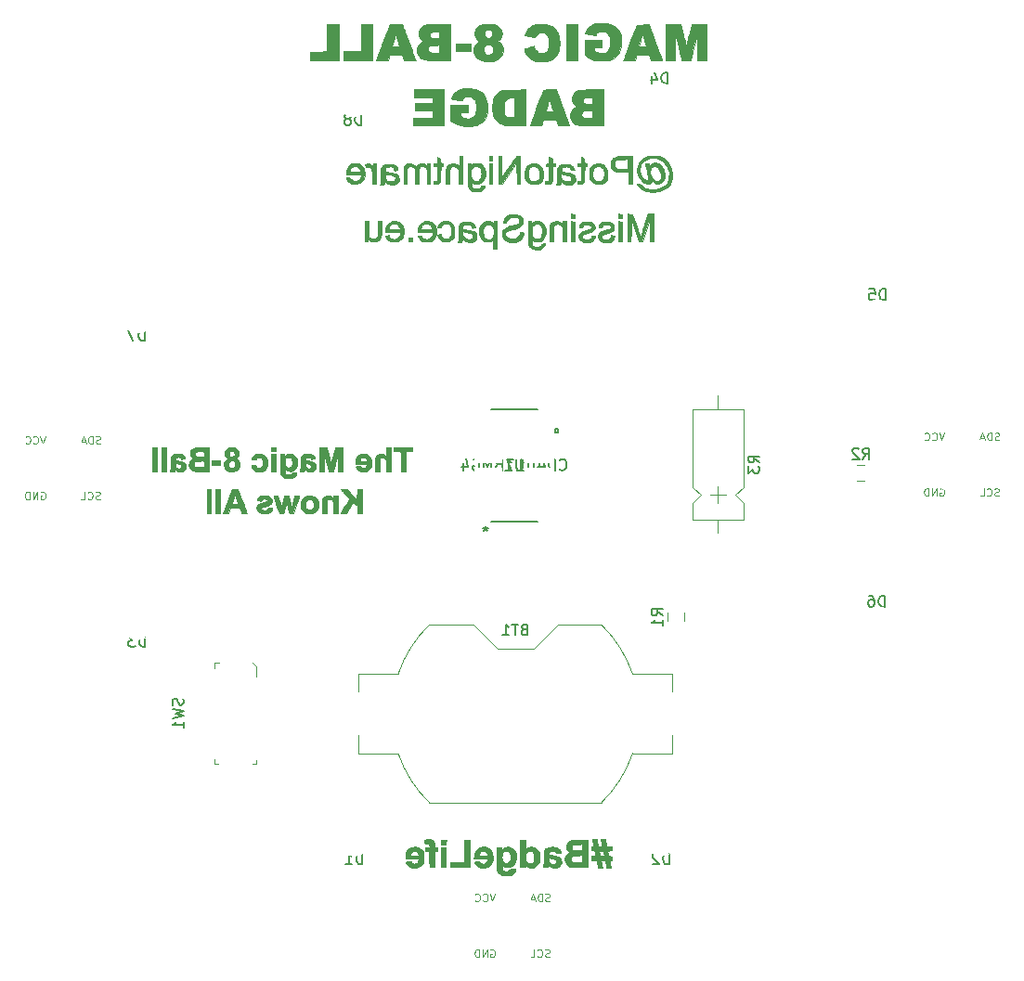
<source format=gbo>
G04 #@! TF.FileFunction,Legend,Bot*
%FSLAX46Y46*%
G04 Gerber Fmt 4.6, Leading zero omitted, Abs format (unit mm)*
G04 Created by KiCad (PCBNEW 4.0.7) date 07/18/18 17:21:38*
%MOMM*%
%LPD*%
G01*
G04 APERTURE LIST*
%ADD10C,0.100000*%
%ADD11C,0.120000*%
%ADD12C,0.152400*%
%ADD13C,0.010000*%
%ADD14C,0.150000*%
%ADD15C,5.547986*%
%ADD16R,2.940000X3.910000*%
%ADD17R,2.400000X2.100000*%
%ADD18R,1.700000X1.900000*%
%ADD19R,1.900000X1.700000*%
%ADD20R,2.400000X2.400000*%
%ADD21O,2.400000X2.400000*%
%ADD22R,2.584400X0.958800*%
%ADD23C,2.100000*%
%ADD24O,2.100000X2.100000*%
%ADD25R,2.900000X1.600000*%
G04 APERTURE END LIST*
D10*
D11*
X152288831Y-109399440D02*
G75*
G03X149442201Y-113901229I7845370J-8111789D01*
G01*
X167979571Y-125623018D02*
G75*
G03X170826201Y-121121229I-7845370J8111789D01*
G01*
X167979571Y-109399440D02*
G75*
G02X170826201Y-113901229I-7845370J-8111789D01*
G01*
X152288831Y-125623018D02*
G75*
G02X149442201Y-121121229I7845370J8111789D01*
G01*
X145824201Y-115611229D02*
X145824201Y-113901229D01*
X149442201Y-113901229D02*
X145824201Y-113901229D01*
X156274201Y-109401229D02*
X152286901Y-109401229D01*
X158474201Y-111601229D02*
X156274201Y-109401229D01*
X161794201Y-111601229D02*
X158474201Y-111601229D01*
X161794201Y-111601229D02*
X163994201Y-109401229D01*
X167981501Y-109401229D02*
X163994201Y-109401229D01*
X174444201Y-115611229D02*
X174444201Y-113901229D01*
X174444201Y-113901229D02*
X170826201Y-113901229D01*
X170826201Y-121121229D02*
X174444201Y-121121229D01*
X174444201Y-119411229D02*
X174444201Y-121121229D01*
X152286901Y-125621229D02*
X167981501Y-125621229D01*
X145824201Y-119411229D02*
X145824201Y-121121229D01*
X145824201Y-121121229D02*
X149442201Y-121121229D01*
X142352601Y-129883800D02*
X142352601Y-127983800D01*
X142352601Y-127983800D02*
X147052601Y-127983800D01*
X142352601Y-129883800D02*
X147052601Y-129883800D01*
X170324201Y-129883800D02*
X170324201Y-127983800D01*
X170324201Y-127983800D02*
X175024201Y-127983800D01*
X170324201Y-129883800D02*
X175024201Y-129883800D01*
X122540601Y-110063000D02*
X122540601Y-108163000D01*
X122540601Y-108163000D02*
X127240601Y-108163000D01*
X122540601Y-110063000D02*
X127240601Y-110063000D01*
X176376199Y-60472600D02*
X176376199Y-62372600D01*
X176376199Y-62372600D02*
X171676199Y-62372600D01*
X176376199Y-60472600D02*
X171676199Y-60472600D01*
X196254799Y-80217200D02*
X196254799Y-82117200D01*
X196254799Y-82117200D02*
X191554799Y-82117200D01*
X196254799Y-80217200D02*
X191554799Y-80217200D01*
X196195799Y-108187400D02*
X196195799Y-110087400D01*
X196195799Y-110087400D02*
X191495799Y-110087400D01*
X196195799Y-108187400D02*
X191495799Y-108187400D01*
X122513801Y-82160200D02*
X122513801Y-80260200D01*
X122513801Y-80260200D02*
X127213801Y-80260200D01*
X122513801Y-82160200D02*
X127213801Y-82160200D01*
X142241401Y-62472200D02*
X142241401Y-60572200D01*
X142241401Y-60572200D02*
X146941401Y-60572200D01*
X142241401Y-62472200D02*
X146941401Y-62472200D01*
X175544800Y-109721601D02*
X175544800Y-106521601D01*
X174044800Y-106521601D02*
X174044800Y-109721601D01*
X174044800Y-106521601D02*
X175544800Y-106521601D01*
X190658999Y-96284200D02*
X193858999Y-96284200D01*
X193858999Y-94784200D02*
X190658999Y-94784200D01*
X193858999Y-94784200D02*
X193858999Y-96284200D01*
X178615600Y-98308799D02*
X178615600Y-96808799D01*
X179365600Y-97558799D02*
X177865600Y-97558799D01*
X180925600Y-99818799D02*
X176305600Y-99818799D01*
X180925600Y-89698799D02*
X176305600Y-89698799D01*
X180925600Y-99818799D02*
X180925600Y-98318799D01*
X180925600Y-98318799D02*
X180175600Y-97568799D01*
X180175600Y-97568799D02*
X180925600Y-96818799D01*
X180925600Y-96818799D02*
X180925600Y-89698799D01*
X176305600Y-99818799D02*
X176305600Y-98318799D01*
X176305600Y-98318799D02*
X177055600Y-97568799D01*
X177055600Y-97568799D02*
X176305600Y-96818799D01*
X176305600Y-96818799D02*
X176305600Y-89698799D01*
X178615600Y-101078799D02*
X178615600Y-99818799D01*
X178615600Y-88438799D02*
X178615600Y-89698799D01*
D12*
X157912681Y-89711199D02*
X162154481Y-89711199D01*
X162154481Y-99972799D02*
X157912681Y-99972799D01*
X163995981Y-91857499D02*
X163995981Y-91476499D01*
X163995981Y-91476499D02*
X163741981Y-91476499D01*
X163741981Y-91476499D02*
X163741981Y-91857499D01*
X163741981Y-91857499D02*
X163995981Y-91857499D01*
D10*
X136157164Y-112850081D02*
X136532164Y-113200081D01*
X136532164Y-113200081D02*
X136532164Y-114300081D01*
X136532164Y-114300081D02*
X137582164Y-114300081D01*
X132682164Y-113325081D02*
X132682164Y-112850081D01*
X132682164Y-112850081D02*
X133082164Y-112850081D01*
X136157164Y-122100081D02*
X136532164Y-122100081D01*
X136532164Y-122100081D02*
X136532164Y-121750081D01*
X132682164Y-121700081D02*
X132682164Y-122100081D01*
X132682164Y-122100081D02*
X133057164Y-122100081D01*
D13*
G36*
X159644130Y-129687199D02*
X159794393Y-129754346D01*
X159925248Y-129854969D01*
X160033269Y-129986448D01*
X160115035Y-130146163D01*
X160166387Y-130327523D01*
X160180047Y-130446164D01*
X160182607Y-130583803D01*
X160174967Y-130726280D01*
X160158027Y-130859433D01*
X160132688Y-130969104D01*
X160123986Y-130994262D01*
X160039289Y-131169395D01*
X159932906Y-131308496D01*
X159804032Y-131412358D01*
X159651861Y-131481776D01*
X159619388Y-131491371D01*
X159454177Y-131515557D01*
X159293768Y-131498698D01*
X159143088Y-131442078D01*
X159007057Y-131346986D01*
X158983892Y-131325280D01*
X158893934Y-131237219D01*
X158894013Y-131458585D01*
X158895399Y-131565099D01*
X158900480Y-131639661D01*
X158910771Y-131692596D01*
X158927789Y-131734230D01*
X158936809Y-131750016D01*
X158995080Y-131815268D01*
X159078700Y-131857281D01*
X159192670Y-131878003D01*
X159273258Y-131881034D01*
X159386888Y-131875502D01*
X159466511Y-131857055D01*
X159519222Y-131822917D01*
X159551349Y-131772185D01*
X159565061Y-131743322D01*
X159583199Y-131722575D01*
X159613205Y-131707459D01*
X159662519Y-131695488D01*
X159738585Y-131684178D01*
X159848842Y-131671044D01*
X159857017Y-131670108D01*
X159966561Y-131657631D01*
X160040812Y-131650908D01*
X160086612Y-131651580D01*
X160110799Y-131661287D01*
X160120214Y-131681669D01*
X160121698Y-131714367D01*
X160121600Y-131733547D01*
X160101713Y-131853307D01*
X160046327Y-131969357D01*
X159961852Y-132072021D01*
X159854699Y-132151620D01*
X159839181Y-132159900D01*
X159728750Y-132201606D01*
X159588623Y-132232486D01*
X159430264Y-132251624D01*
X159265135Y-132258104D01*
X159104698Y-132251009D01*
X158962750Y-132229935D01*
X158792814Y-132177006D01*
X158655906Y-132098500D01*
X158550251Y-131992946D01*
X158474075Y-131858870D01*
X158455326Y-131808778D01*
X158446833Y-131779247D01*
X158439675Y-131743126D01*
X158433703Y-131696550D01*
X158428766Y-131635654D01*
X158424716Y-131556573D01*
X158421402Y-131455441D01*
X158418676Y-131328393D01*
X158416388Y-131171565D01*
X158414387Y-130981090D01*
X158412526Y-130753105D01*
X158412069Y-130690409D01*
X158411622Y-130627814D01*
X158887987Y-130627814D01*
X158895306Y-130735201D01*
X158910283Y-130819023D01*
X158913584Y-130829807D01*
X158957414Y-130918302D01*
X159023130Y-131002503D01*
X159098164Y-131067794D01*
X159136957Y-131089536D01*
X159217047Y-131110861D01*
X159311997Y-131117099D01*
X159402620Y-131108264D01*
X159461193Y-131089295D01*
X159553516Y-131022114D01*
X159621144Y-130927690D01*
X159666137Y-130802246D01*
X159687537Y-130674014D01*
X159690770Y-130529001D01*
X159672873Y-130382316D01*
X159636417Y-130251739D01*
X159621419Y-130216614D01*
X159559669Y-130132674D01*
X159469837Y-130069401D01*
X159362865Y-130031046D01*
X159249692Y-130021860D01*
X159162423Y-130038244D01*
X159083027Y-130082265D01*
X159006575Y-130154900D01*
X158944524Y-130243298D01*
X158912349Y-130318792D01*
X158896471Y-130404156D01*
X158888363Y-130512315D01*
X158887987Y-130627814D01*
X158411622Y-130627814D01*
X158404836Y-129679700D01*
X158851600Y-129679700D01*
X158851600Y-129939493D01*
X158954106Y-129843611D01*
X159047516Y-129763719D01*
X159131691Y-129711414D01*
X159221055Y-129679178D01*
X159299068Y-129663812D01*
X159477880Y-129656148D01*
X159644130Y-129687199D01*
X159644130Y-129687199D01*
G37*
X159644130Y-129687199D02*
X159794393Y-129754346D01*
X159925248Y-129854969D01*
X160033269Y-129986448D01*
X160115035Y-130146163D01*
X160166387Y-130327523D01*
X160180047Y-130446164D01*
X160182607Y-130583803D01*
X160174967Y-130726280D01*
X160158027Y-130859433D01*
X160132688Y-130969104D01*
X160123986Y-130994262D01*
X160039289Y-131169395D01*
X159932906Y-131308496D01*
X159804032Y-131412358D01*
X159651861Y-131481776D01*
X159619388Y-131491371D01*
X159454177Y-131515557D01*
X159293768Y-131498698D01*
X159143088Y-131442078D01*
X159007057Y-131346986D01*
X158983892Y-131325280D01*
X158893934Y-131237219D01*
X158894013Y-131458585D01*
X158895399Y-131565099D01*
X158900480Y-131639661D01*
X158910771Y-131692596D01*
X158927789Y-131734230D01*
X158936809Y-131750016D01*
X158995080Y-131815268D01*
X159078700Y-131857281D01*
X159192670Y-131878003D01*
X159273258Y-131881034D01*
X159386888Y-131875502D01*
X159466511Y-131857055D01*
X159519222Y-131822917D01*
X159551349Y-131772185D01*
X159565061Y-131743322D01*
X159583199Y-131722575D01*
X159613205Y-131707459D01*
X159662519Y-131695488D01*
X159738585Y-131684178D01*
X159848842Y-131671044D01*
X159857017Y-131670108D01*
X159966561Y-131657631D01*
X160040812Y-131650908D01*
X160086612Y-131651580D01*
X160110799Y-131661287D01*
X160120214Y-131681669D01*
X160121698Y-131714367D01*
X160121600Y-131733547D01*
X160101713Y-131853307D01*
X160046327Y-131969357D01*
X159961852Y-132072021D01*
X159854699Y-132151620D01*
X159839181Y-132159900D01*
X159728750Y-132201606D01*
X159588623Y-132232486D01*
X159430264Y-132251624D01*
X159265135Y-132258104D01*
X159104698Y-132251009D01*
X158962750Y-132229935D01*
X158792814Y-132177006D01*
X158655906Y-132098500D01*
X158550251Y-131992946D01*
X158474075Y-131858870D01*
X158455326Y-131808778D01*
X158446833Y-131779247D01*
X158439675Y-131743126D01*
X158433703Y-131696550D01*
X158428766Y-131635654D01*
X158424716Y-131556573D01*
X158421402Y-131455441D01*
X158418676Y-131328393D01*
X158416388Y-131171565D01*
X158414387Y-130981090D01*
X158412526Y-130753105D01*
X158412069Y-130690409D01*
X158411622Y-130627814D01*
X158887987Y-130627814D01*
X158895306Y-130735201D01*
X158910283Y-130819023D01*
X158913584Y-130829807D01*
X158957414Y-130918302D01*
X159023130Y-131002503D01*
X159098164Y-131067794D01*
X159136957Y-131089536D01*
X159217047Y-131110861D01*
X159311997Y-131117099D01*
X159402620Y-131108264D01*
X159461193Y-131089295D01*
X159553516Y-131022114D01*
X159621144Y-130927690D01*
X159666137Y-130802246D01*
X159687537Y-130674014D01*
X159690770Y-130529001D01*
X159672873Y-130382316D01*
X159636417Y-130251739D01*
X159621419Y-130216614D01*
X159559669Y-130132674D01*
X159469837Y-130069401D01*
X159362865Y-130031046D01*
X159249692Y-130021860D01*
X159162423Y-130038244D01*
X159083027Y-130082265D01*
X159006575Y-130154900D01*
X158944524Y-130243298D01*
X158912349Y-130318792D01*
X158896471Y-130404156D01*
X158888363Y-130512315D01*
X158887987Y-130627814D01*
X158411622Y-130627814D01*
X158404836Y-129679700D01*
X158851600Y-129679700D01*
X158851600Y-129939493D01*
X158954106Y-129843611D01*
X159047516Y-129763719D01*
X159131691Y-129711414D01*
X159221055Y-129679178D01*
X159299068Y-129663812D01*
X159477880Y-129656148D01*
X159644130Y-129687199D01*
G36*
X151196145Y-129689872D02*
X151360289Y-129757701D01*
X151501504Y-129859692D01*
X151617492Y-129994217D01*
X151705952Y-130159650D01*
X151760981Y-130337449D01*
X151776021Y-130447480D01*
X151780392Y-130580752D01*
X151774881Y-130722700D01*
X151760277Y-130858762D01*
X151737367Y-130974375D01*
X151724229Y-131016753D01*
X151643107Y-131188015D01*
X151536316Y-131325983D01*
X151403186Y-131431133D01*
X151243048Y-131503940D01*
X151055234Y-131544883D01*
X150971725Y-131552473D01*
X150852299Y-131554104D01*
X150740671Y-131546028D01*
X150681267Y-131535966D01*
X150545065Y-131491302D01*
X150417157Y-131424940D01*
X150311009Y-131344593D01*
X150268651Y-131299562D01*
X150227860Y-131243950D01*
X150186081Y-131178671D01*
X150149084Y-131114012D01*
X150122636Y-131060257D01*
X150112507Y-131027692D01*
X150113734Y-131023344D01*
X150137219Y-131016226D01*
X150191596Y-131004865D01*
X150265864Y-130991133D01*
X150349024Y-130976899D01*
X150430078Y-130964034D01*
X150498027Y-130954409D01*
X150541871Y-130949894D01*
X150546407Y-130949768D01*
X150590992Y-130969591D01*
X150617944Y-131013629D01*
X150675820Y-131101854D01*
X150760421Y-131162967D01*
X150863071Y-131193070D01*
X150975097Y-131188263D01*
X150995690Y-131183362D01*
X151108110Y-131132356D01*
X151196583Y-131048050D01*
X151258428Y-130933746D01*
X151286661Y-130824643D01*
X151300511Y-130738034D01*
X150088600Y-130738034D01*
X150088913Y-130595159D01*
X150101431Y-130441700D01*
X150552349Y-130441700D01*
X151273934Y-130441700D01*
X151273934Y-130372102D01*
X151255747Y-130274643D01*
X151207375Y-130177692D01*
X151138093Y-130097076D01*
X151094017Y-130065193D01*
X151020798Y-130032482D01*
X150944413Y-130022597D01*
X150901577Y-130024236D01*
X150783652Y-130051507D01*
X150688229Y-130113916D01*
X150617041Y-130209712D01*
X150571823Y-130337143D01*
X150566753Y-130362325D01*
X150552349Y-130441700D01*
X150101431Y-130441700D01*
X150106023Y-130385423D01*
X150154925Y-130196516D01*
X150233416Y-130031292D01*
X150339293Y-129892606D01*
X150470352Y-129783311D01*
X150624391Y-129706262D01*
X150799206Y-129664312D01*
X150808267Y-129663209D01*
X151011371Y-129657833D01*
X151196145Y-129689872D01*
X151196145Y-129689872D01*
G37*
X151196145Y-129689872D02*
X151360289Y-129757701D01*
X151501504Y-129859692D01*
X151617492Y-129994217D01*
X151705952Y-130159650D01*
X151760981Y-130337449D01*
X151776021Y-130447480D01*
X151780392Y-130580752D01*
X151774881Y-130722700D01*
X151760277Y-130858762D01*
X151737367Y-130974375D01*
X151724229Y-131016753D01*
X151643107Y-131188015D01*
X151536316Y-131325983D01*
X151403186Y-131431133D01*
X151243048Y-131503940D01*
X151055234Y-131544883D01*
X150971725Y-131552473D01*
X150852299Y-131554104D01*
X150740671Y-131546028D01*
X150681267Y-131535966D01*
X150545065Y-131491302D01*
X150417157Y-131424940D01*
X150311009Y-131344593D01*
X150268651Y-131299562D01*
X150227860Y-131243950D01*
X150186081Y-131178671D01*
X150149084Y-131114012D01*
X150122636Y-131060257D01*
X150112507Y-131027692D01*
X150113734Y-131023344D01*
X150137219Y-131016226D01*
X150191596Y-131004865D01*
X150265864Y-130991133D01*
X150349024Y-130976899D01*
X150430078Y-130964034D01*
X150498027Y-130954409D01*
X150541871Y-130949894D01*
X150546407Y-130949768D01*
X150590992Y-130969591D01*
X150617944Y-131013629D01*
X150675820Y-131101854D01*
X150760421Y-131162967D01*
X150863071Y-131193070D01*
X150975097Y-131188263D01*
X150995690Y-131183362D01*
X151108110Y-131132356D01*
X151196583Y-131048050D01*
X151258428Y-130933746D01*
X151286661Y-130824643D01*
X151300511Y-130738034D01*
X150088600Y-130738034D01*
X150088913Y-130595159D01*
X150101431Y-130441700D01*
X150552349Y-130441700D01*
X151273934Y-130441700D01*
X151273934Y-130372102D01*
X151255747Y-130274643D01*
X151207375Y-130177692D01*
X151138093Y-130097076D01*
X151094017Y-130065193D01*
X151020798Y-130032482D01*
X150944413Y-130022597D01*
X150901577Y-130024236D01*
X150783652Y-130051507D01*
X150688229Y-130113916D01*
X150617041Y-130209712D01*
X150571823Y-130337143D01*
X150566753Y-130362325D01*
X150552349Y-130441700D01*
X150101431Y-130441700D01*
X150106023Y-130385423D01*
X150154925Y-130196516D01*
X150233416Y-130031292D01*
X150339293Y-129892606D01*
X150470352Y-129783311D01*
X150624391Y-129706262D01*
X150799206Y-129664312D01*
X150808267Y-129663209D01*
X151011371Y-129657833D01*
X151196145Y-129689872D01*
G36*
X157306424Y-129659571D02*
X157469018Y-129687434D01*
X157595942Y-129733706D01*
X157704035Y-129803339D01*
X157810378Y-129901189D01*
X157903273Y-130014385D01*
X157971019Y-130130060D01*
X157983465Y-130160003D01*
X158040273Y-130367169D01*
X158062398Y-130585163D01*
X158049820Y-130803220D01*
X158002520Y-131010572D01*
X157985143Y-131059801D01*
X157924368Y-131176824D01*
X157836182Y-131292940D01*
X157733158Y-131393329D01*
X157655637Y-131448263D01*
X157529536Y-131503500D01*
X157377747Y-131540471D01*
X157213576Y-131557393D01*
X157050329Y-131552480D01*
X156968726Y-131540412D01*
X156824147Y-131494879D01*
X156686737Y-131420250D01*
X156572971Y-131325581D01*
X156567801Y-131320053D01*
X156517627Y-131258895D01*
X156470089Y-131189623D01*
X156430610Y-131121829D01*
X156404613Y-131065108D01*
X156397519Y-131029055D01*
X156400152Y-131023426D01*
X156424705Y-131015216D01*
X156481892Y-131002242D01*
X156562548Y-130986449D01*
X156635857Y-130973424D01*
X156859693Y-130935292D01*
X156909571Y-131032214D01*
X156953124Y-131100960D01*
X157007018Y-131145366D01*
X157059551Y-131170623D01*
X157126319Y-131194856D01*
X157178544Y-131200997D01*
X157239107Y-131190747D01*
X157259502Y-131185485D01*
X157367389Y-131136755D01*
X157457961Y-131057671D01*
X157523741Y-130957658D01*
X157557251Y-130846137D01*
X157559969Y-130806825D01*
X157560434Y-130738034D01*
X156348112Y-130738034D01*
X156362350Y-130562561D01*
X156379616Y-130441700D01*
X156840767Y-130441700D01*
X157560434Y-130441700D01*
X157559969Y-130383492D01*
X157543598Y-130298416D01*
X157501676Y-130206478D01*
X157443173Y-130125319D01*
X157414656Y-130097708D01*
X157316822Y-130040162D01*
X157211301Y-130019959D01*
X157105860Y-130035034D01*
X157008270Y-130083320D01*
X156926301Y-130162752D01*
X156880553Y-130239741D01*
X156855815Y-130307244D01*
X156842146Y-130369809D01*
X156841232Y-130383492D01*
X156840767Y-130441700D01*
X156379616Y-130441700D01*
X156394488Y-130337608D01*
X156452129Y-130145692D01*
X156535999Y-129985525D01*
X156646819Y-129855821D01*
X156785314Y-129755291D01*
X156829389Y-129732079D01*
X156973087Y-129681864D01*
X157136606Y-129657705D01*
X157306424Y-129659571D01*
X157306424Y-129659571D01*
G37*
X157306424Y-129659571D02*
X157469018Y-129687434D01*
X157595942Y-129733706D01*
X157704035Y-129803339D01*
X157810378Y-129901189D01*
X157903273Y-130014385D01*
X157971019Y-130130060D01*
X157983465Y-130160003D01*
X158040273Y-130367169D01*
X158062398Y-130585163D01*
X158049820Y-130803220D01*
X158002520Y-131010572D01*
X157985143Y-131059801D01*
X157924368Y-131176824D01*
X157836182Y-131292940D01*
X157733158Y-131393329D01*
X157655637Y-131448263D01*
X157529536Y-131503500D01*
X157377747Y-131540471D01*
X157213576Y-131557393D01*
X157050329Y-131552480D01*
X156968726Y-131540412D01*
X156824147Y-131494879D01*
X156686737Y-131420250D01*
X156572971Y-131325581D01*
X156567801Y-131320053D01*
X156517627Y-131258895D01*
X156470089Y-131189623D01*
X156430610Y-131121829D01*
X156404613Y-131065108D01*
X156397519Y-131029055D01*
X156400152Y-131023426D01*
X156424705Y-131015216D01*
X156481892Y-131002242D01*
X156562548Y-130986449D01*
X156635857Y-130973424D01*
X156859693Y-130935292D01*
X156909571Y-131032214D01*
X156953124Y-131100960D01*
X157007018Y-131145366D01*
X157059551Y-131170623D01*
X157126319Y-131194856D01*
X157178544Y-131200997D01*
X157239107Y-131190747D01*
X157259502Y-131185485D01*
X157367389Y-131136755D01*
X157457961Y-131057671D01*
X157523741Y-130957658D01*
X157557251Y-130846137D01*
X157559969Y-130806825D01*
X157560434Y-130738034D01*
X156348112Y-130738034D01*
X156362350Y-130562561D01*
X156379616Y-130441700D01*
X156840767Y-130441700D01*
X157560434Y-130441700D01*
X157559969Y-130383492D01*
X157543598Y-130298416D01*
X157501676Y-130206478D01*
X157443173Y-130125319D01*
X157414656Y-130097708D01*
X157316822Y-130040162D01*
X157211301Y-130019959D01*
X157105860Y-130035034D01*
X157008270Y-130083320D01*
X156926301Y-130162752D01*
X156880553Y-130239741D01*
X156855815Y-130307244D01*
X156842146Y-130369809D01*
X156841232Y-130383492D01*
X156840767Y-130441700D01*
X156379616Y-130441700D01*
X156394488Y-130337608D01*
X156452129Y-130145692D01*
X156535999Y-129985525D01*
X156646819Y-129855821D01*
X156785314Y-129755291D01*
X156829389Y-129732079D01*
X156973087Y-129681864D01*
X157136606Y-129657705D01*
X157306424Y-129659571D01*
G36*
X161052934Y-129894965D02*
X161149866Y-129809641D01*
X161279590Y-129722219D01*
X161425156Y-129669923D01*
X161579496Y-129652278D01*
X161735545Y-129668810D01*
X161886237Y-129719044D01*
X162024506Y-129802505D01*
X162103762Y-129873710D01*
X162207999Y-130010725D01*
X162282230Y-130173315D01*
X162327121Y-130363501D01*
X162343341Y-130583307D01*
X162343420Y-130600450D01*
X162327562Y-130816541D01*
X162280845Y-131010846D01*
X162204775Y-131180541D01*
X162100857Y-131322798D01*
X161970596Y-131434793D01*
X161868572Y-131491842D01*
X161752829Y-131530639D01*
X161623260Y-131551635D01*
X161498368Y-131552737D01*
X161427954Y-131541667D01*
X161321536Y-131505558D01*
X161224493Y-131449807D01*
X161122544Y-131366050D01*
X161113106Y-131357289D01*
X161010600Y-131261407D01*
X161010600Y-131521200D01*
X160566100Y-131521200D01*
X160566100Y-130624819D01*
X161052056Y-130624819D01*
X161055330Y-130732515D01*
X161064143Y-130821333D01*
X161072370Y-130860493D01*
X161126744Y-130984870D01*
X161205264Y-131080252D01*
X161302267Y-131143891D01*
X161412094Y-131173040D01*
X161529085Y-131164951D01*
X161625561Y-131129034D01*
X161715353Y-131060392D01*
X161781360Y-130959117D01*
X161823981Y-130824236D01*
X161843612Y-130654774D01*
X161845117Y-130589867D01*
X161840639Y-130449751D01*
X161824225Y-130340888D01*
X161793071Y-130253194D01*
X161744373Y-130176586D01*
X161723065Y-130150982D01*
X161628947Y-130071306D01*
X161524454Y-130028447D01*
X161416365Y-130020521D01*
X161311460Y-130045644D01*
X161216516Y-130101931D01*
X161138314Y-130187497D01*
X161083630Y-130300457D01*
X161074817Y-130331208D01*
X161061866Y-130409891D01*
X161054257Y-130512520D01*
X161052056Y-130624819D01*
X160566100Y-130624819D01*
X160566100Y-129002367D01*
X161052934Y-129002367D01*
X161052934Y-129894965D01*
X161052934Y-129894965D01*
G37*
X161052934Y-129894965D02*
X161149866Y-129809641D01*
X161279590Y-129722219D01*
X161425156Y-129669923D01*
X161579496Y-129652278D01*
X161735545Y-129668810D01*
X161886237Y-129719044D01*
X162024506Y-129802505D01*
X162103762Y-129873710D01*
X162207999Y-130010725D01*
X162282230Y-130173315D01*
X162327121Y-130363501D01*
X162343341Y-130583307D01*
X162343420Y-130600450D01*
X162327562Y-130816541D01*
X162280845Y-131010846D01*
X162204775Y-131180541D01*
X162100857Y-131322798D01*
X161970596Y-131434793D01*
X161868572Y-131491842D01*
X161752829Y-131530639D01*
X161623260Y-131551635D01*
X161498368Y-131552737D01*
X161427954Y-131541667D01*
X161321536Y-131505558D01*
X161224493Y-131449807D01*
X161122544Y-131366050D01*
X161113106Y-131357289D01*
X161010600Y-131261407D01*
X161010600Y-131521200D01*
X160566100Y-131521200D01*
X160566100Y-130624819D01*
X161052056Y-130624819D01*
X161055330Y-130732515D01*
X161064143Y-130821333D01*
X161072370Y-130860493D01*
X161126744Y-130984870D01*
X161205264Y-131080252D01*
X161302267Y-131143891D01*
X161412094Y-131173040D01*
X161529085Y-131164951D01*
X161625561Y-131129034D01*
X161715353Y-131060392D01*
X161781360Y-130959117D01*
X161823981Y-130824236D01*
X161843612Y-130654774D01*
X161845117Y-130589867D01*
X161840639Y-130449751D01*
X161824225Y-130340888D01*
X161793071Y-130253194D01*
X161744373Y-130176586D01*
X161723065Y-130150982D01*
X161628947Y-130071306D01*
X161524454Y-130028447D01*
X161416365Y-130020521D01*
X161311460Y-130045644D01*
X161216516Y-130101931D01*
X161138314Y-130187497D01*
X161083630Y-130300457D01*
X161074817Y-130331208D01*
X161061866Y-130409891D01*
X161054257Y-130512520D01*
X161052056Y-130624819D01*
X160566100Y-130624819D01*
X160566100Y-129002367D01*
X161052934Y-129002367D01*
X161052934Y-129894965D01*
G36*
X163664580Y-129662724D02*
X163836959Y-129693748D01*
X163978760Y-129751925D01*
X164093098Y-129838780D01*
X164143722Y-129897089D01*
X164191732Y-129968141D01*
X164231231Y-130040291D01*
X164257690Y-130103502D01*
X164266584Y-130147737D01*
X164262421Y-130160268D01*
X164237779Y-130168868D01*
X164181108Y-130182410D01*
X164102107Y-130198695D01*
X164049167Y-130208658D01*
X163847643Y-130245316D01*
X163805782Y-130174367D01*
X163733135Y-130088380D01*
X163636330Y-130036630D01*
X163514215Y-130018513D01*
X163508267Y-130018479D01*
X163383481Y-130032457D01*
X163287905Y-130073344D01*
X163223782Y-130139401D01*
X163193351Y-130228892D01*
X163191079Y-130264286D01*
X163193778Y-130301874D01*
X163208776Y-130325796D01*
X163245756Y-130343997D01*
X163312475Y-130363890D01*
X163388426Y-130383291D01*
X163489081Y-130406882D01*
X163597589Y-130430773D01*
X163645850Y-130440864D01*
X163801149Y-130475498D01*
X163922055Y-130509598D01*
X164016370Y-130546094D01*
X164091893Y-130587917D01*
X164145851Y-130628739D01*
X164240309Y-130734770D01*
X164299777Y-130855967D01*
X164325306Y-130985373D01*
X164317949Y-131116030D01*
X164278758Y-131240980D01*
X164208786Y-131353268D01*
X164109085Y-131445934D01*
X164014233Y-131498890D01*
X163909127Y-131531398D01*
X163784978Y-131550856D01*
X163660276Y-131555574D01*
X163553510Y-131543859D01*
X163544980Y-131541832D01*
X163430356Y-131501281D01*
X163312933Y-131440775D01*
X163223358Y-131378346D01*
X163188573Y-131349997D01*
X163166094Y-131341025D01*
X163148629Y-131356735D01*
X163128884Y-131402429D01*
X163106959Y-131462992D01*
X163085981Y-131521200D01*
X162850359Y-131521200D01*
X162747993Y-131520686D01*
X162681269Y-131518392D01*
X162643501Y-131513195D01*
X162628003Y-131503969D01*
X162628088Y-131489591D01*
X162630130Y-131484159D01*
X162652609Y-131427567D01*
X162670599Y-131373943D01*
X162684732Y-131317500D01*
X162695640Y-131252449D01*
X162703954Y-131173004D01*
X162710307Y-131073377D01*
X162715331Y-130947780D01*
X162719657Y-130790426D01*
X162719687Y-130789069D01*
X163191270Y-130789069D01*
X163194122Y-130862452D01*
X163201097Y-130929791D01*
X163204657Y-130950362D01*
X163236021Y-131021732D01*
X163295333Y-131094582D01*
X163370408Y-131156926D01*
X163449059Y-131196780D01*
X163457888Y-131199408D01*
X163555920Y-131212492D01*
X163655278Y-131203535D01*
X163725968Y-131179304D01*
X163774314Y-131135722D01*
X163816778Y-131068480D01*
X163843033Y-130996017D01*
X163846854Y-130963459D01*
X163826202Y-130894925D01*
X163778142Y-130834424D01*
X163741776Y-130802561D01*
X163699400Y-130777325D01*
X163641707Y-130754989D01*
X163559390Y-130731824D01*
X163465934Y-130709351D01*
X163369364Y-130687301D01*
X163288098Y-130669328D01*
X163230875Y-130657325D01*
X163206642Y-130653177D01*
X163197611Y-130672381D01*
X163192460Y-130721695D01*
X163191270Y-130789069D01*
X162719687Y-130789069D01*
X162723158Y-130632200D01*
X162727278Y-130443536D01*
X162731500Y-130292129D01*
X162736720Y-130172909D01*
X162743835Y-130080808D01*
X162753741Y-130010757D01*
X162767334Y-129957686D01*
X162785510Y-129916526D01*
X162809165Y-129882209D01*
X162839195Y-129849666D01*
X162866085Y-129823710D01*
X162973098Y-129749276D01*
X163113572Y-129695495D01*
X163283580Y-129663158D01*
X163479199Y-129653056D01*
X163664580Y-129662724D01*
X163664580Y-129662724D01*
G37*
X163664580Y-129662724D02*
X163836959Y-129693748D01*
X163978760Y-129751925D01*
X164093098Y-129838780D01*
X164143722Y-129897089D01*
X164191732Y-129968141D01*
X164231231Y-130040291D01*
X164257690Y-130103502D01*
X164266584Y-130147737D01*
X164262421Y-130160268D01*
X164237779Y-130168868D01*
X164181108Y-130182410D01*
X164102107Y-130198695D01*
X164049167Y-130208658D01*
X163847643Y-130245316D01*
X163805782Y-130174367D01*
X163733135Y-130088380D01*
X163636330Y-130036630D01*
X163514215Y-130018513D01*
X163508267Y-130018479D01*
X163383481Y-130032457D01*
X163287905Y-130073344D01*
X163223782Y-130139401D01*
X163193351Y-130228892D01*
X163191079Y-130264286D01*
X163193778Y-130301874D01*
X163208776Y-130325796D01*
X163245756Y-130343997D01*
X163312475Y-130363890D01*
X163388426Y-130383291D01*
X163489081Y-130406882D01*
X163597589Y-130430773D01*
X163645850Y-130440864D01*
X163801149Y-130475498D01*
X163922055Y-130509598D01*
X164016370Y-130546094D01*
X164091893Y-130587917D01*
X164145851Y-130628739D01*
X164240309Y-130734770D01*
X164299777Y-130855967D01*
X164325306Y-130985373D01*
X164317949Y-131116030D01*
X164278758Y-131240980D01*
X164208786Y-131353268D01*
X164109085Y-131445934D01*
X164014233Y-131498890D01*
X163909127Y-131531398D01*
X163784978Y-131550856D01*
X163660276Y-131555574D01*
X163553510Y-131543859D01*
X163544980Y-131541832D01*
X163430356Y-131501281D01*
X163312933Y-131440775D01*
X163223358Y-131378346D01*
X163188573Y-131349997D01*
X163166094Y-131341025D01*
X163148629Y-131356735D01*
X163128884Y-131402429D01*
X163106959Y-131462992D01*
X163085981Y-131521200D01*
X162850359Y-131521200D01*
X162747993Y-131520686D01*
X162681269Y-131518392D01*
X162643501Y-131513195D01*
X162628003Y-131503969D01*
X162628088Y-131489591D01*
X162630130Y-131484159D01*
X162652609Y-131427567D01*
X162670599Y-131373943D01*
X162684732Y-131317500D01*
X162695640Y-131252449D01*
X162703954Y-131173004D01*
X162710307Y-131073377D01*
X162715331Y-130947780D01*
X162719657Y-130790426D01*
X162719687Y-130789069D01*
X163191270Y-130789069D01*
X163194122Y-130862452D01*
X163201097Y-130929791D01*
X163204657Y-130950362D01*
X163236021Y-131021732D01*
X163295333Y-131094582D01*
X163370408Y-131156926D01*
X163449059Y-131196780D01*
X163457888Y-131199408D01*
X163555920Y-131212492D01*
X163655278Y-131203535D01*
X163725968Y-131179304D01*
X163774314Y-131135722D01*
X163816778Y-131068480D01*
X163843033Y-130996017D01*
X163846854Y-130963459D01*
X163826202Y-130894925D01*
X163778142Y-130834424D01*
X163741776Y-130802561D01*
X163699400Y-130777325D01*
X163641707Y-130754989D01*
X163559390Y-130731824D01*
X163465934Y-130709351D01*
X163369364Y-130687301D01*
X163288098Y-130669328D01*
X163230875Y-130657325D01*
X163206642Y-130653177D01*
X163197611Y-130672381D01*
X163192460Y-130721695D01*
X163191270Y-130789069D01*
X162719687Y-130789069D01*
X162723158Y-130632200D01*
X162727278Y-130443536D01*
X162731500Y-130292129D01*
X162736720Y-130172909D01*
X162743835Y-130080808D01*
X162753741Y-130010757D01*
X162767334Y-129957686D01*
X162785510Y-129916526D01*
X162809165Y-129882209D01*
X162839195Y-129849666D01*
X162866085Y-129823710D01*
X162973098Y-129749276D01*
X163113572Y-129695495D01*
X163283580Y-129663158D01*
X163479199Y-129653056D01*
X163664580Y-129662724D01*
G36*
X168206497Y-128960782D02*
X168271541Y-128962788D01*
X168308286Y-128965690D01*
X168313100Y-128967314D01*
X168317080Y-128989494D01*
X168328047Y-129045792D01*
X168344544Y-129128841D01*
X168365113Y-129231278D01*
X168376600Y-129288117D01*
X168398673Y-129397553D01*
X168417411Y-129491327D01*
X168431356Y-129562073D01*
X168439052Y-129602426D01*
X168440100Y-129608919D01*
X168459874Y-129611786D01*
X168513623Y-129614121D01*
X168592993Y-129615675D01*
X168683517Y-129616200D01*
X168926934Y-129616200D01*
X168926934Y-129997200D01*
X168725850Y-129997200D01*
X168639585Y-129998748D01*
X168572054Y-130002910D01*
X168532392Y-130008961D01*
X168525755Y-130013075D01*
X168530157Y-130039076D01*
X168541343Y-130097487D01*
X168557547Y-130179256D01*
X168574238Y-130261784D01*
X168621732Y-130494617D01*
X168926934Y-130507055D01*
X168926934Y-130886200D01*
X168821100Y-130886200D01*
X168757580Y-130888451D01*
X168725903Y-130897949D01*
X168715695Y-130918810D01*
X168715267Y-130928197D01*
X168719421Y-130962020D01*
X168730573Y-131027338D01*
X168746760Y-131114270D01*
X168766016Y-131212936D01*
X168786379Y-131313457D01*
X168805884Y-131405953D01*
X168822567Y-131480544D01*
X168834208Y-131526492D01*
X168835466Y-131543845D01*
X168821952Y-131554769D01*
X168786342Y-131560719D01*
X168721312Y-131563148D01*
X168647549Y-131563534D01*
X168449978Y-131563534D01*
X168400900Y-131325409D01*
X168378783Y-131218264D01*
X168357502Y-131115471D01*
X168339857Y-131030534D01*
X168330707Y-130986742D01*
X168309592Y-130886200D01*
X168120846Y-130886200D01*
X168037373Y-130886956D01*
X167972796Y-130888978D01*
X167936605Y-130891901D01*
X167932100Y-130893481D01*
X167936080Y-130915661D01*
X167947047Y-130971958D01*
X167963544Y-131055008D01*
X167984113Y-131157445D01*
X167995600Y-131214284D01*
X168017748Y-131324762D01*
X168036531Y-131420609D01*
X168050477Y-131494133D01*
X168058110Y-131537641D01*
X168059100Y-131545669D01*
X168039519Y-131553569D01*
X167987101Y-131559681D01*
X167911332Y-131563107D01*
X167870354Y-131563534D01*
X167681608Y-131563534D01*
X167660493Y-131462992D01*
X167647400Y-131400253D01*
X167628577Y-131309552D01*
X167606822Y-131204393D01*
X167590300Y-131124325D01*
X167541222Y-130886200D01*
X167043100Y-130886200D01*
X167043100Y-130505200D01*
X167256193Y-130505200D01*
X167352834Y-130504555D01*
X167414264Y-130501752D01*
X167447600Y-130495490D01*
X167459955Y-130484466D01*
X167458670Y-130468159D01*
X167449948Y-130431085D01*
X167435977Y-130364655D01*
X167419308Y-130281122D01*
X167413517Y-130251200D01*
X167393438Y-130145009D01*
X167377696Y-130073268D01*
X167360673Y-130029279D01*
X167353951Y-130022834D01*
X167762750Y-130022834D01*
X167766697Y-130053797D01*
X167777393Y-130116460D01*
X167793101Y-130201049D01*
X167808052Y-130277659D01*
X167853370Y-130505200D01*
X168040902Y-130505200D01*
X168138009Y-130503301D01*
X168197725Y-130497149D01*
X168224840Y-130486067D01*
X168227681Y-130478742D01*
X168223198Y-130448074D01*
X168211669Y-130385872D01*
X168194978Y-130301981D01*
X168180056Y-130230034D01*
X168133184Y-130007784D01*
X167947975Y-130001668D01*
X167853814Y-130000173D01*
X167795737Y-130003692D01*
X167767715Y-130012913D01*
X167762750Y-130022834D01*
X167353951Y-130022834D01*
X167336750Y-130006345D01*
X167300308Y-129997770D01*
X167245730Y-129996856D01*
X167200424Y-129997200D01*
X167043100Y-129997200D01*
X167043100Y-129616200D01*
X167159517Y-129616200D01*
X167223276Y-129613198D01*
X167265562Y-129605455D01*
X167275934Y-129597944D01*
X167271986Y-129572172D01*
X167261371Y-129514255D01*
X167245930Y-129433519D01*
X167227505Y-129339290D01*
X167207938Y-129240893D01*
X167189072Y-129147652D01*
X167172746Y-129068894D01*
X167160804Y-129013943D01*
X167159347Y-129007659D01*
X167155831Y-128985517D01*
X167162950Y-128971586D01*
X167188208Y-128963964D01*
X167239108Y-128960749D01*
X167323155Y-128960042D01*
X167347319Y-128960034D01*
X167440356Y-128960636D01*
X167499479Y-128963714D01*
X167533105Y-128971171D01*
X167549649Y-128984914D01*
X167557527Y-129006846D01*
X167557719Y-129007659D01*
X167566183Y-129047349D01*
X167580409Y-129117883D01*
X167598253Y-129208513D01*
X167613664Y-129288117D01*
X167632773Y-129387070D01*
X167649834Y-129474511D01*
X167662741Y-129539695D01*
X167668654Y-129568575D01*
X167676138Y-129591188D01*
X167692434Y-129605221D01*
X167726125Y-129612710D01*
X167785792Y-129615690D01*
X167869407Y-129616200D01*
X167959456Y-129615754D01*
X168014820Y-129613060D01*
X168043149Y-129606087D01*
X168052091Y-129592804D01*
X168049295Y-129571177D01*
X168048687Y-129568575D01*
X168037670Y-129518583D01*
X168021958Y-129443202D01*
X168003392Y-129351760D01*
X167983814Y-129253580D01*
X167965067Y-129157988D01*
X167948990Y-129074310D01*
X167937428Y-129011870D01*
X167932221Y-128979994D01*
X167932100Y-128978289D01*
X167951688Y-128970250D01*
X168004157Y-128964017D01*
X168080064Y-128960495D01*
X168122600Y-128960034D01*
X168206497Y-128960782D01*
X168206497Y-128960782D01*
G37*
X168206497Y-128960782D02*
X168271541Y-128962788D01*
X168308286Y-128965690D01*
X168313100Y-128967314D01*
X168317080Y-128989494D01*
X168328047Y-129045792D01*
X168344544Y-129128841D01*
X168365113Y-129231278D01*
X168376600Y-129288117D01*
X168398673Y-129397553D01*
X168417411Y-129491327D01*
X168431356Y-129562073D01*
X168439052Y-129602426D01*
X168440100Y-129608919D01*
X168459874Y-129611786D01*
X168513623Y-129614121D01*
X168592993Y-129615675D01*
X168683517Y-129616200D01*
X168926934Y-129616200D01*
X168926934Y-129997200D01*
X168725850Y-129997200D01*
X168639585Y-129998748D01*
X168572054Y-130002910D01*
X168532392Y-130008961D01*
X168525755Y-130013075D01*
X168530157Y-130039076D01*
X168541343Y-130097487D01*
X168557547Y-130179256D01*
X168574238Y-130261784D01*
X168621732Y-130494617D01*
X168926934Y-130507055D01*
X168926934Y-130886200D01*
X168821100Y-130886200D01*
X168757580Y-130888451D01*
X168725903Y-130897949D01*
X168715695Y-130918810D01*
X168715267Y-130928197D01*
X168719421Y-130962020D01*
X168730573Y-131027338D01*
X168746760Y-131114270D01*
X168766016Y-131212936D01*
X168786379Y-131313457D01*
X168805884Y-131405953D01*
X168822567Y-131480544D01*
X168834208Y-131526492D01*
X168835466Y-131543845D01*
X168821952Y-131554769D01*
X168786342Y-131560719D01*
X168721312Y-131563148D01*
X168647549Y-131563534D01*
X168449978Y-131563534D01*
X168400900Y-131325409D01*
X168378783Y-131218264D01*
X168357502Y-131115471D01*
X168339857Y-131030534D01*
X168330707Y-130986742D01*
X168309592Y-130886200D01*
X168120846Y-130886200D01*
X168037373Y-130886956D01*
X167972796Y-130888978D01*
X167936605Y-130891901D01*
X167932100Y-130893481D01*
X167936080Y-130915661D01*
X167947047Y-130971958D01*
X167963544Y-131055008D01*
X167984113Y-131157445D01*
X167995600Y-131214284D01*
X168017748Y-131324762D01*
X168036531Y-131420609D01*
X168050477Y-131494133D01*
X168058110Y-131537641D01*
X168059100Y-131545669D01*
X168039519Y-131553569D01*
X167987101Y-131559681D01*
X167911332Y-131563107D01*
X167870354Y-131563534D01*
X167681608Y-131563534D01*
X167660493Y-131462992D01*
X167647400Y-131400253D01*
X167628577Y-131309552D01*
X167606822Y-131204393D01*
X167590300Y-131124325D01*
X167541222Y-130886200D01*
X167043100Y-130886200D01*
X167043100Y-130505200D01*
X167256193Y-130505200D01*
X167352834Y-130504555D01*
X167414264Y-130501752D01*
X167447600Y-130495490D01*
X167459955Y-130484466D01*
X167458670Y-130468159D01*
X167449948Y-130431085D01*
X167435977Y-130364655D01*
X167419308Y-130281122D01*
X167413517Y-130251200D01*
X167393438Y-130145009D01*
X167377696Y-130073268D01*
X167360673Y-130029279D01*
X167353951Y-130022834D01*
X167762750Y-130022834D01*
X167766697Y-130053797D01*
X167777393Y-130116460D01*
X167793101Y-130201049D01*
X167808052Y-130277659D01*
X167853370Y-130505200D01*
X168040902Y-130505200D01*
X168138009Y-130503301D01*
X168197725Y-130497149D01*
X168224840Y-130486067D01*
X168227681Y-130478742D01*
X168223198Y-130448074D01*
X168211669Y-130385872D01*
X168194978Y-130301981D01*
X168180056Y-130230034D01*
X168133184Y-130007784D01*
X167947975Y-130001668D01*
X167853814Y-130000173D01*
X167795737Y-130003692D01*
X167767715Y-130012913D01*
X167762750Y-130022834D01*
X167353951Y-130022834D01*
X167336750Y-130006345D01*
X167300308Y-129997770D01*
X167245730Y-129996856D01*
X167200424Y-129997200D01*
X167043100Y-129997200D01*
X167043100Y-129616200D01*
X167159517Y-129616200D01*
X167223276Y-129613198D01*
X167265562Y-129605455D01*
X167275934Y-129597944D01*
X167271986Y-129572172D01*
X167261371Y-129514255D01*
X167245930Y-129433519D01*
X167227505Y-129339290D01*
X167207938Y-129240893D01*
X167189072Y-129147652D01*
X167172746Y-129068894D01*
X167160804Y-129013943D01*
X167159347Y-129007659D01*
X167155831Y-128985517D01*
X167162950Y-128971586D01*
X167188208Y-128963964D01*
X167239108Y-128960749D01*
X167323155Y-128960042D01*
X167347319Y-128960034D01*
X167440356Y-128960636D01*
X167499479Y-128963714D01*
X167533105Y-128971171D01*
X167549649Y-128984914D01*
X167557527Y-129006846D01*
X167557719Y-129007659D01*
X167566183Y-129047349D01*
X167580409Y-129117883D01*
X167598253Y-129208513D01*
X167613664Y-129288117D01*
X167632773Y-129387070D01*
X167649834Y-129474511D01*
X167662741Y-129539695D01*
X167668654Y-129568575D01*
X167676138Y-129591188D01*
X167692434Y-129605221D01*
X167726125Y-129612710D01*
X167785792Y-129615690D01*
X167869407Y-129616200D01*
X167959456Y-129615754D01*
X168014820Y-129613060D01*
X168043149Y-129606087D01*
X168052091Y-129592804D01*
X168049295Y-129571177D01*
X168048687Y-129568575D01*
X168037670Y-129518583D01*
X168021958Y-129443202D01*
X168003392Y-129351760D01*
X167983814Y-129253580D01*
X167965067Y-129157988D01*
X167948990Y-129074310D01*
X167937428Y-129011870D01*
X167932221Y-128979994D01*
X167932100Y-128978289D01*
X167951688Y-128970250D01*
X168004157Y-128964017D01*
X168080064Y-128960495D01*
X168122600Y-128960034D01*
X168206497Y-128960782D01*
G36*
X152248890Y-128963663D02*
X152349001Y-128968993D01*
X152419509Y-128977378D01*
X152473141Y-128991773D01*
X152522625Y-129015132D01*
X152556059Y-129034950D01*
X152637556Y-129097498D01*
X152696374Y-129173975D01*
X152736153Y-129272073D01*
X152760535Y-129399483D01*
X152768635Y-129483909D01*
X152782841Y-129679700D01*
X153030767Y-129679700D01*
X153030767Y-130060700D01*
X152776767Y-130060700D01*
X152776767Y-131521200D01*
X152290489Y-131521200D01*
X152284920Y-130796242D01*
X152279350Y-130071284D01*
X151930100Y-130058988D01*
X151930100Y-129679700D01*
X152289934Y-129679700D01*
X152289934Y-129587609D01*
X152279816Y-129473250D01*
X152247222Y-129393278D01*
X152188792Y-129344752D01*
X152101163Y-129324733D01*
X151993934Y-129328729D01*
X151923700Y-129335542D01*
X151884637Y-129333948D01*
X151865969Y-129321247D01*
X151856918Y-129294742D01*
X151856837Y-129294386D01*
X151828598Y-129167190D01*
X151810875Y-129080021D01*
X151803758Y-129033316D01*
X151803618Y-129030326D01*
X151823033Y-129009414D01*
X151877021Y-128990998D01*
X151957845Y-128976234D01*
X152057764Y-128966283D01*
X152169042Y-128962303D01*
X152248890Y-128963663D01*
X152248890Y-128963663D01*
G37*
X152248890Y-128963663D02*
X152349001Y-128968993D01*
X152419509Y-128977378D01*
X152473141Y-128991773D01*
X152522625Y-129015132D01*
X152556059Y-129034950D01*
X152637556Y-129097498D01*
X152696374Y-129173975D01*
X152736153Y-129272073D01*
X152760535Y-129399483D01*
X152768635Y-129483909D01*
X152782841Y-129679700D01*
X153030767Y-129679700D01*
X153030767Y-130060700D01*
X152776767Y-130060700D01*
X152776767Y-131521200D01*
X152290489Y-131521200D01*
X152284920Y-130796242D01*
X152279350Y-130071284D01*
X151930100Y-130058988D01*
X151930100Y-129679700D01*
X152289934Y-129679700D01*
X152289934Y-129587609D01*
X152279816Y-129473250D01*
X152247222Y-129393278D01*
X152188792Y-129344752D01*
X152101163Y-129324733D01*
X151993934Y-129328729D01*
X151923700Y-129335542D01*
X151884637Y-129333948D01*
X151865969Y-129321247D01*
X151856918Y-129294742D01*
X151856837Y-129294386D01*
X151828598Y-129167190D01*
X151810875Y-129080021D01*
X151803758Y-129033316D01*
X151803618Y-129030326D01*
X151823033Y-129009414D01*
X151877021Y-128990998D01*
X151957845Y-128976234D01*
X152057764Y-128966283D01*
X152169042Y-128962303D01*
X152248890Y-128963663D01*
G36*
X153803350Y-129690284D02*
X153803350Y-131510617D01*
X153327100Y-131522587D01*
X153327100Y-129678314D01*
X153803350Y-129690284D01*
X153803350Y-129690284D01*
G37*
X153803350Y-129690284D02*
X153803350Y-131510617D01*
X153327100Y-131522587D01*
X153327100Y-129678314D01*
X153803350Y-129690284D01*
G36*
X155951767Y-131521200D02*
X154173767Y-131521200D01*
X154173767Y-131098497D01*
X154803475Y-131092890D01*
X155433184Y-131087284D01*
X155444170Y-129023534D01*
X155951767Y-129023534D01*
X155951767Y-131521200D01*
X155951767Y-131521200D01*
G37*
X155951767Y-131521200D02*
X154173767Y-131521200D01*
X154173767Y-131098497D01*
X154803475Y-131092890D01*
X155433184Y-131087284D01*
X155444170Y-129023534D01*
X155951767Y-129023534D01*
X155951767Y-131521200D01*
G36*
X166746767Y-131521200D02*
X166106475Y-131518240D01*
X165936926Y-131516966D01*
X165773165Y-131514826D01*
X165622207Y-131511980D01*
X165491065Y-131508588D01*
X165386751Y-131504810D01*
X165316280Y-131500807D01*
X165306407Y-131499950D01*
X165124564Y-131465271D01*
X164970184Y-131398504D01*
X164842605Y-131299200D01*
X164741163Y-131166910D01*
X164700731Y-131089769D01*
X164656840Y-130956172D01*
X164638403Y-130810325D01*
X164640388Y-130771749D01*
X165159859Y-130771749D01*
X165174285Y-130868165D01*
X165212341Y-130947876D01*
X165224097Y-130961937D01*
X165265295Y-131002209D01*
X165308240Y-131033305D01*
X165358981Y-131056447D01*
X165423568Y-131072857D01*
X165508049Y-131083754D01*
X165618474Y-131090362D01*
X165760894Y-131093902D01*
X165884225Y-131095217D01*
X166238767Y-131097867D01*
X166238767Y-130416116D01*
X165820725Y-130423617D01*
X165658756Y-130427410D01*
X165532965Y-130433370D01*
X165437201Y-130443170D01*
X165365314Y-130458483D01*
X165311150Y-130480980D01*
X165268559Y-130512335D01*
X165231389Y-130554221D01*
X165205090Y-130591011D01*
X165169862Y-130674180D01*
X165159859Y-130771749D01*
X164640388Y-130771749D01*
X164645798Y-130666634D01*
X164679401Y-130539506D01*
X164685931Y-130524475D01*
X164763017Y-130402293D01*
X164869538Y-130297311D01*
X164992861Y-130221972D01*
X164993137Y-130221850D01*
X165095359Y-130176736D01*
X164996908Y-130102843D01*
X164921008Y-130031874D01*
X164852024Y-129943502D01*
X164833071Y-129912534D01*
X164798959Y-129846686D01*
X164779219Y-129789650D01*
X164770061Y-129724864D01*
X164768785Y-129676818D01*
X165252732Y-129676818D01*
X165261007Y-129777449D01*
X165302226Y-129866994D01*
X165314792Y-129882873D01*
X165355154Y-129921167D01*
X165405072Y-129950059D01*
X165470653Y-129970763D01*
X165558001Y-129984497D01*
X165673221Y-129992475D01*
X165822420Y-129995914D01*
X165884225Y-129996271D01*
X166238767Y-129997200D01*
X166238767Y-129397887D01*
X165845249Y-129410975D01*
X165686307Y-129417286D01*
X165563800Y-129425477D01*
X165471831Y-129437307D01*
X165404503Y-129454538D01*
X165355917Y-129478929D01*
X165320175Y-129512241D01*
X165291381Y-129556233D01*
X165279145Y-129579929D01*
X165252732Y-129676818D01*
X164768785Y-129676818D01*
X164767693Y-129635765D01*
X164767684Y-129626784D01*
X164769774Y-129534053D01*
X164778484Y-129467056D01*
X164797466Y-129409294D01*
X164830209Y-129344574D01*
X164898470Y-129241210D01*
X164979923Y-129161103D01*
X165086712Y-129093336D01*
X165138100Y-129067775D01*
X165254517Y-129012950D01*
X166746767Y-128999896D01*
X166746767Y-131521200D01*
X166746767Y-131521200D01*
G37*
X166746767Y-131521200D02*
X166106475Y-131518240D01*
X165936926Y-131516966D01*
X165773165Y-131514826D01*
X165622207Y-131511980D01*
X165491065Y-131508588D01*
X165386751Y-131504810D01*
X165316280Y-131500807D01*
X165306407Y-131499950D01*
X165124564Y-131465271D01*
X164970184Y-131398504D01*
X164842605Y-131299200D01*
X164741163Y-131166910D01*
X164700731Y-131089769D01*
X164656840Y-130956172D01*
X164638403Y-130810325D01*
X164640388Y-130771749D01*
X165159859Y-130771749D01*
X165174285Y-130868165D01*
X165212341Y-130947876D01*
X165224097Y-130961937D01*
X165265295Y-131002209D01*
X165308240Y-131033305D01*
X165358981Y-131056447D01*
X165423568Y-131072857D01*
X165508049Y-131083754D01*
X165618474Y-131090362D01*
X165760894Y-131093902D01*
X165884225Y-131095217D01*
X166238767Y-131097867D01*
X166238767Y-130416116D01*
X165820725Y-130423617D01*
X165658756Y-130427410D01*
X165532965Y-130433370D01*
X165437201Y-130443170D01*
X165365314Y-130458483D01*
X165311150Y-130480980D01*
X165268559Y-130512335D01*
X165231389Y-130554221D01*
X165205090Y-130591011D01*
X165169862Y-130674180D01*
X165159859Y-130771749D01*
X164640388Y-130771749D01*
X164645798Y-130666634D01*
X164679401Y-130539506D01*
X164685931Y-130524475D01*
X164763017Y-130402293D01*
X164869538Y-130297311D01*
X164992861Y-130221972D01*
X164993137Y-130221850D01*
X165095359Y-130176736D01*
X164996908Y-130102843D01*
X164921008Y-130031874D01*
X164852024Y-129943502D01*
X164833071Y-129912534D01*
X164798959Y-129846686D01*
X164779219Y-129789650D01*
X164770061Y-129724864D01*
X164768785Y-129676818D01*
X165252732Y-129676818D01*
X165261007Y-129777449D01*
X165302226Y-129866994D01*
X165314792Y-129882873D01*
X165355154Y-129921167D01*
X165405072Y-129950059D01*
X165470653Y-129970763D01*
X165558001Y-129984497D01*
X165673221Y-129992475D01*
X165822420Y-129995914D01*
X165884225Y-129996271D01*
X166238767Y-129997200D01*
X166238767Y-129397887D01*
X165845249Y-129410975D01*
X165686307Y-129417286D01*
X165563800Y-129425477D01*
X165471831Y-129437307D01*
X165404503Y-129454538D01*
X165355917Y-129478929D01*
X165320175Y-129512241D01*
X165291381Y-129556233D01*
X165279145Y-129579929D01*
X165252732Y-129676818D01*
X164768785Y-129676818D01*
X164767693Y-129635765D01*
X164767684Y-129626784D01*
X164769774Y-129534053D01*
X164778484Y-129467056D01*
X164797466Y-129409294D01*
X164830209Y-129344574D01*
X164898470Y-129241210D01*
X164979923Y-129161103D01*
X165086712Y-129093336D01*
X165138100Y-129067775D01*
X165254517Y-129012950D01*
X166746767Y-128999896D01*
X166746767Y-131521200D01*
G36*
X153809382Y-129219325D02*
X153803350Y-129436284D01*
X153565225Y-129442268D01*
X153327100Y-129448253D01*
X153327100Y-129002367D01*
X153815414Y-129002367D01*
X153809382Y-129219325D01*
X153809382Y-129219325D01*
G37*
X153809382Y-129219325D02*
X153803350Y-129436284D01*
X153565225Y-129442268D01*
X153327100Y-129448253D01*
X153327100Y-129002367D01*
X153815414Y-129002367D01*
X153809382Y-129219325D01*
G36*
X137448617Y-97613363D02*
X137552251Y-97630641D01*
X137685936Y-97683066D01*
X137794507Y-97763344D01*
X137874289Y-97865701D01*
X137921608Y-97984363D01*
X137932788Y-98113554D01*
X137917734Y-98204989D01*
X137887755Y-98284089D01*
X137840940Y-98352206D01*
X137772935Y-98411943D01*
X137679386Y-98465907D01*
X137555938Y-98516703D01*
X137398238Y-98566936D01*
X137242613Y-98608947D01*
X137144805Y-98635309D01*
X137060618Y-98660598D01*
X136999478Y-98681813D01*
X136971657Y-98695180D01*
X136947914Y-98739342D01*
X136952043Y-98798006D01*
X136980910Y-98856849D01*
X137014444Y-98890691D01*
X137057173Y-98915476D01*
X137110160Y-98929234D01*
X137186502Y-98934667D01*
X137229850Y-98935117D01*
X137344853Y-98927489D01*
X137428970Y-98901423D01*
X137491384Y-98852149D01*
X137541275Y-98774893D01*
X137542377Y-98772692D01*
X137579736Y-98697667D01*
X137754043Y-98726010D01*
X137837711Y-98739172D01*
X137906608Y-98749197D01*
X137949006Y-98754405D01*
X137954809Y-98754777D01*
X137978221Y-98770809D01*
X137975646Y-98814301D01*
X137948100Y-98880111D01*
X137920791Y-98926939D01*
X137822061Y-99049779D01*
X137700355Y-99141233D01*
X137553080Y-99202482D01*
X137377646Y-99234707D01*
X137232912Y-99240605D01*
X137132227Y-99236901D01*
X137034624Y-99228307D01*
X136957108Y-99216459D01*
X136939935Y-99212413D01*
X136802212Y-99157341D01*
X136688264Y-99075984D01*
X136601335Y-98974173D01*
X136544665Y-98857742D01*
X136521496Y-98732522D01*
X136535071Y-98604346D01*
X136561099Y-98530856D01*
X136593599Y-98471708D01*
X136635995Y-98421632D01*
X136693686Y-98377778D01*
X136772074Y-98337296D01*
X136876560Y-98297336D01*
X137012545Y-98255047D01*
X137161811Y-98213841D01*
X137297693Y-98176397D01*
X137397257Y-98145209D01*
X137465568Y-98117616D01*
X137507690Y-98090955D01*
X137528689Y-98062562D01*
X137533629Y-98029775D01*
X137532753Y-98018824D01*
X137513103Y-97968635D01*
X137465118Y-97934702D01*
X137384671Y-97915339D01*
X137267633Y-97908858D01*
X137263614Y-97908846D01*
X137182590Y-97909573D01*
X137130166Y-97915447D01*
X137092609Y-97931402D01*
X137056188Y-97962378D01*
X137024956Y-97994652D01*
X136943033Y-98080771D01*
X136787309Y-98055651D01*
X136689731Y-98038823D01*
X136628404Y-98023027D01*
X136597660Y-98003387D01*
X136591830Y-97975026D01*
X136605248Y-97933067D01*
X136616101Y-97908346D01*
X136683371Y-97806059D01*
X136781711Y-97718536D01*
X136900267Y-97654677D01*
X136943532Y-97639855D01*
X137048731Y-97618897D01*
X137178893Y-97607331D01*
X137317645Y-97605403D01*
X137448617Y-97613363D01*
X137448617Y-97613363D01*
G37*
X137448617Y-97613363D02*
X137552251Y-97630641D01*
X137685936Y-97683066D01*
X137794507Y-97763344D01*
X137874289Y-97865701D01*
X137921608Y-97984363D01*
X137932788Y-98113554D01*
X137917734Y-98204989D01*
X137887755Y-98284089D01*
X137840940Y-98352206D01*
X137772935Y-98411943D01*
X137679386Y-98465907D01*
X137555938Y-98516703D01*
X137398238Y-98566936D01*
X137242613Y-98608947D01*
X137144805Y-98635309D01*
X137060618Y-98660598D01*
X136999478Y-98681813D01*
X136971657Y-98695180D01*
X136947914Y-98739342D01*
X136952043Y-98798006D01*
X136980910Y-98856849D01*
X137014444Y-98890691D01*
X137057173Y-98915476D01*
X137110160Y-98929234D01*
X137186502Y-98934667D01*
X137229850Y-98935117D01*
X137344853Y-98927489D01*
X137428970Y-98901423D01*
X137491384Y-98852149D01*
X137541275Y-98774893D01*
X137542377Y-98772692D01*
X137579736Y-98697667D01*
X137754043Y-98726010D01*
X137837711Y-98739172D01*
X137906608Y-98749197D01*
X137949006Y-98754405D01*
X137954809Y-98754777D01*
X137978221Y-98770809D01*
X137975646Y-98814301D01*
X137948100Y-98880111D01*
X137920791Y-98926939D01*
X137822061Y-99049779D01*
X137700355Y-99141233D01*
X137553080Y-99202482D01*
X137377646Y-99234707D01*
X137232912Y-99240605D01*
X137132227Y-99236901D01*
X137034624Y-99228307D01*
X136957108Y-99216459D01*
X136939935Y-99212413D01*
X136802212Y-99157341D01*
X136688264Y-99075984D01*
X136601335Y-98974173D01*
X136544665Y-98857742D01*
X136521496Y-98732522D01*
X136535071Y-98604346D01*
X136561099Y-98530856D01*
X136593599Y-98471708D01*
X136635995Y-98421632D01*
X136693686Y-98377778D01*
X136772074Y-98337296D01*
X136876560Y-98297336D01*
X137012545Y-98255047D01*
X137161811Y-98213841D01*
X137297693Y-98176397D01*
X137397257Y-98145209D01*
X137465568Y-98117616D01*
X137507690Y-98090955D01*
X137528689Y-98062562D01*
X137533629Y-98029775D01*
X137532753Y-98018824D01*
X137513103Y-97968635D01*
X137465118Y-97934702D01*
X137384671Y-97915339D01*
X137267633Y-97908858D01*
X137263614Y-97908846D01*
X137182590Y-97909573D01*
X137130166Y-97915447D01*
X137092609Y-97931402D01*
X137056188Y-97962378D01*
X137024956Y-97994652D01*
X136943033Y-98080771D01*
X136787309Y-98055651D01*
X136689731Y-98038823D01*
X136628404Y-98023027D01*
X136597660Y-98003387D01*
X136591830Y-97975026D01*
X136605248Y-97933067D01*
X136616101Y-97908346D01*
X136683371Y-97806059D01*
X136781711Y-97718536D01*
X136900267Y-97654677D01*
X136943532Y-97639855D01*
X137048731Y-97618897D01*
X137178893Y-97607331D01*
X137317645Y-97605403D01*
X137448617Y-97613363D01*
G36*
X141476408Y-97610418D02*
X141535857Y-97621068D01*
X141690327Y-97665677D01*
X141818267Y-97732664D01*
X141932737Y-97829420D01*
X141965144Y-97863954D01*
X142065571Y-98006590D01*
X142131972Y-98170506D01*
X142163044Y-98350117D01*
X142157482Y-98539843D01*
X142143065Y-98625220D01*
X142087094Y-98803306D01*
X142001303Y-98951490D01*
X141886360Y-99069240D01*
X141742934Y-99156022D01*
X141571693Y-99211306D01*
X141378517Y-99234373D01*
X141227269Y-99233153D01*
X141113070Y-99216645D01*
X141089870Y-99210058D01*
X140930101Y-99137764D01*
X140794007Y-99033156D01*
X140684563Y-98900848D01*
X140604740Y-98745454D01*
X140557514Y-98571584D01*
X140549727Y-98446167D01*
X140969552Y-98446167D01*
X140984847Y-98572749D01*
X141023909Y-98687234D01*
X141087227Y-98779890D01*
X141097201Y-98789763D01*
X141150019Y-98835921D01*
X141197648Y-98871691D01*
X141209184Y-98878769D01*
X141270017Y-98896624D01*
X141352166Y-98901863D01*
X141436492Y-98894348D01*
X141488264Y-98880790D01*
X141585171Y-98822414D01*
X141660048Y-98732269D01*
X141710658Y-98616009D01*
X141734763Y-98479287D01*
X141730125Y-98327756D01*
X141723783Y-98285762D01*
X141684272Y-98161537D01*
X141617750Y-98062240D01*
X141530519Y-97990790D01*
X141428878Y-97950105D01*
X141319128Y-97943106D01*
X141207570Y-97972710D01*
X141136240Y-98013555D01*
X141061367Y-98091182D01*
X141008301Y-98195650D01*
X140977533Y-98317222D01*
X140969552Y-98446167D01*
X140549727Y-98446167D01*
X140545857Y-98383854D01*
X140546610Y-98367245D01*
X140570963Y-98190119D01*
X140625686Y-98037995D01*
X140714309Y-97903131D01*
X140798896Y-97814400D01*
X140947381Y-97703755D01*
X141110539Y-97632680D01*
X141287254Y-97601470D01*
X141476408Y-97610418D01*
X141476408Y-97610418D01*
G37*
X141476408Y-97610418D02*
X141535857Y-97621068D01*
X141690327Y-97665677D01*
X141818267Y-97732664D01*
X141932737Y-97829420D01*
X141965144Y-97863954D01*
X142065571Y-98006590D01*
X142131972Y-98170506D01*
X142163044Y-98350117D01*
X142157482Y-98539843D01*
X142143065Y-98625220D01*
X142087094Y-98803306D01*
X142001303Y-98951490D01*
X141886360Y-99069240D01*
X141742934Y-99156022D01*
X141571693Y-99211306D01*
X141378517Y-99234373D01*
X141227269Y-99233153D01*
X141113070Y-99216645D01*
X141089870Y-99210058D01*
X140930101Y-99137764D01*
X140794007Y-99033156D01*
X140684563Y-98900848D01*
X140604740Y-98745454D01*
X140557514Y-98571584D01*
X140549727Y-98446167D01*
X140969552Y-98446167D01*
X140984847Y-98572749D01*
X141023909Y-98687234D01*
X141087227Y-98779890D01*
X141097201Y-98789763D01*
X141150019Y-98835921D01*
X141197648Y-98871691D01*
X141209184Y-98878769D01*
X141270017Y-98896624D01*
X141352166Y-98901863D01*
X141436492Y-98894348D01*
X141488264Y-98880790D01*
X141585171Y-98822414D01*
X141660048Y-98732269D01*
X141710658Y-98616009D01*
X141734763Y-98479287D01*
X141730125Y-98327756D01*
X141723783Y-98285762D01*
X141684272Y-98161537D01*
X141617750Y-98062240D01*
X141530519Y-97990790D01*
X141428878Y-97950105D01*
X141319128Y-97943106D01*
X141207570Y-97972710D01*
X141136240Y-98013555D01*
X141061367Y-98091182D01*
X141008301Y-98195650D01*
X140977533Y-98317222D01*
X140969552Y-98446167D01*
X140549727Y-98446167D01*
X140545857Y-98383854D01*
X140546610Y-98367245D01*
X140570963Y-98190119D01*
X140625686Y-98037995D01*
X140714309Y-97903131D01*
X140798896Y-97814400D01*
X140947381Y-97703755D01*
X141110539Y-97632680D01*
X141287254Y-97601470D01*
X141476408Y-97610418D01*
G36*
X132372100Y-99220867D02*
X131969934Y-99220867D01*
X131969934Y-97040700D01*
X132372100Y-97040700D01*
X132372100Y-99220867D01*
X132372100Y-99220867D01*
G37*
X132372100Y-99220867D02*
X131969934Y-99220867D01*
X131969934Y-97040700D01*
X132372100Y-97040700D01*
X132372100Y-99220867D01*
G36*
X133218767Y-99220867D02*
X133021211Y-99220867D01*
X132933588Y-99219444D01*
X132862629Y-99215627D01*
X132818510Y-99210095D01*
X132809545Y-99206756D01*
X132806800Y-99183448D01*
X132804232Y-99121852D01*
X132801893Y-99026012D01*
X132799834Y-98899972D01*
X132798108Y-98747776D01*
X132796768Y-98573469D01*
X132795866Y-98381095D01*
X132795454Y-98174699D01*
X132795434Y-98116672D01*
X132795434Y-97040700D01*
X133218767Y-97040700D01*
X133218767Y-99220867D01*
X133218767Y-99220867D01*
G37*
X133218767Y-99220867D02*
X133021211Y-99220867D01*
X132933588Y-99219444D01*
X132862629Y-99215627D01*
X132818510Y-99210095D01*
X132809545Y-99206756D01*
X132806800Y-99183448D01*
X132804232Y-99121852D01*
X132801893Y-99026012D01*
X132799834Y-98899972D01*
X132798108Y-98747776D01*
X132796768Y-98573469D01*
X132795866Y-98381095D01*
X132795454Y-98174699D01*
X132795434Y-98116672D01*
X132795434Y-97040700D01*
X133218767Y-97040700D01*
X133218767Y-99220867D01*
G36*
X134795684Y-97040990D02*
X135208434Y-98101663D01*
X135286773Y-98303190D01*
X135360500Y-98493260D01*
X135428177Y-98668141D01*
X135488367Y-98824098D01*
X135539633Y-98957398D01*
X135580537Y-99064308D01*
X135609642Y-99141096D01*
X135625511Y-99184026D01*
X135628027Y-99191602D01*
X135623271Y-99205012D01*
X135597368Y-99213773D01*
X135544098Y-99218727D01*
X135457244Y-99220714D01*
X135411612Y-99220867D01*
X135321852Y-99221319D01*
X135256812Y-99218930D01*
X135210194Y-99208082D01*
X135175695Y-99183160D01*
X135147015Y-99138545D01*
X135117854Y-99068620D01*
X135081909Y-98967768D01*
X135060934Y-98908237D01*
X134991272Y-98712025D01*
X134555558Y-98717737D01*
X134119844Y-98723450D01*
X134025501Y-98972159D01*
X133931158Y-99220867D01*
X133701962Y-99220867D01*
X133593396Y-99219435D01*
X133522238Y-99214769D01*
X133483648Y-99206308D01*
X133472744Y-99194409D01*
X133480399Y-99170267D01*
X133502413Y-99110543D01*
X133537346Y-99018928D01*
X133583755Y-98899114D01*
X133640200Y-98754792D01*
X133705240Y-98589654D01*
X133777434Y-98407393D01*
X133807198Y-98332628D01*
X134277100Y-98332628D01*
X134297307Y-98340799D01*
X134354136Y-98347193D01*
X134441895Y-98351405D01*
X134554895Y-98353027D01*
X134562850Y-98353034D01*
X134667310Y-98351929D01*
X134754660Y-98348901D01*
X134817187Y-98344378D01*
X134847175Y-98338789D01*
X134848692Y-98337159D01*
X134841765Y-98313235D01*
X134822411Y-98255943D01*
X134792858Y-98171628D01*
X134755332Y-98066638D01*
X134712062Y-97947319D01*
X134706925Y-97933259D01*
X134653218Y-97789323D01*
X134611414Y-97684141D01*
X134580774Y-97616062D01*
X134560559Y-97583438D01*
X134550250Y-97584009D01*
X134499158Y-97718594D01*
X134448540Y-97853529D01*
X134400601Y-97982768D01*
X134357548Y-98100266D01*
X134321586Y-98199978D01*
X134294921Y-98275858D01*
X134279759Y-98321860D01*
X134277100Y-98332628D01*
X133807198Y-98332628D01*
X133855342Y-98211698D01*
X133898244Y-98104325D01*
X134323768Y-97040700D01*
X134795684Y-97040990D01*
X134795684Y-97040990D01*
G37*
X134795684Y-97040990D02*
X135208434Y-98101663D01*
X135286773Y-98303190D01*
X135360500Y-98493260D01*
X135428177Y-98668141D01*
X135488367Y-98824098D01*
X135539633Y-98957398D01*
X135580537Y-99064308D01*
X135609642Y-99141096D01*
X135625511Y-99184026D01*
X135628027Y-99191602D01*
X135623271Y-99205012D01*
X135597368Y-99213773D01*
X135544098Y-99218727D01*
X135457244Y-99220714D01*
X135411612Y-99220867D01*
X135321852Y-99221319D01*
X135256812Y-99218930D01*
X135210194Y-99208082D01*
X135175695Y-99183160D01*
X135147015Y-99138545D01*
X135117854Y-99068620D01*
X135081909Y-98967768D01*
X135060934Y-98908237D01*
X134991272Y-98712025D01*
X134555558Y-98717737D01*
X134119844Y-98723450D01*
X134025501Y-98972159D01*
X133931158Y-99220867D01*
X133701962Y-99220867D01*
X133593396Y-99219435D01*
X133522238Y-99214769D01*
X133483648Y-99206308D01*
X133472744Y-99194409D01*
X133480399Y-99170267D01*
X133502413Y-99110543D01*
X133537346Y-99018928D01*
X133583755Y-98899114D01*
X133640200Y-98754792D01*
X133705240Y-98589654D01*
X133777434Y-98407393D01*
X133807198Y-98332628D01*
X134277100Y-98332628D01*
X134297307Y-98340799D01*
X134354136Y-98347193D01*
X134441895Y-98351405D01*
X134554895Y-98353027D01*
X134562850Y-98353034D01*
X134667310Y-98351929D01*
X134754660Y-98348901D01*
X134817187Y-98344378D01*
X134847175Y-98338789D01*
X134848692Y-98337159D01*
X134841765Y-98313235D01*
X134822411Y-98255943D01*
X134792858Y-98171628D01*
X134755332Y-98066638D01*
X134712062Y-97947319D01*
X134706925Y-97933259D01*
X134653218Y-97789323D01*
X134611414Y-97684141D01*
X134580774Y-97616062D01*
X134560559Y-97583438D01*
X134550250Y-97584009D01*
X134499158Y-97718594D01*
X134448540Y-97853529D01*
X134400601Y-97982768D01*
X134357548Y-98100266D01*
X134321586Y-98199978D01*
X134294921Y-98275858D01*
X134279759Y-98321860D01*
X134277100Y-98332628D01*
X133807198Y-98332628D01*
X133855342Y-98211698D01*
X133898244Y-98104325D01*
X134323768Y-97040700D01*
X134795684Y-97040990D01*
G36*
X139470587Y-97744492D02*
X139486224Y-97801067D01*
X139510025Y-97889651D01*
X139539605Y-98001255D01*
X139572581Y-98126892D01*
X139602512Y-98241909D01*
X139634451Y-98362735D01*
X139663503Y-98468100D01*
X139687825Y-98551669D01*
X139705569Y-98607111D01*
X139714890Y-98628093D01*
X139715065Y-98628126D01*
X139724046Y-98608638D01*
X139742646Y-98553921D01*
X139769147Y-98469537D01*
X139801834Y-98361043D01*
X139838988Y-98234001D01*
X139867022Y-98136001D01*
X140006528Y-97643950D01*
X140210981Y-97637892D01*
X140298094Y-97635891D01*
X140366640Y-97635422D01*
X140407534Y-97636484D01*
X140415019Y-97637892D01*
X140408735Y-97658714D01*
X140390993Y-97715496D01*
X140363177Y-97803860D01*
X140326671Y-97919429D01*
X140282857Y-98057823D01*
X140233120Y-98214666D01*
X140178843Y-98385577D01*
X140165639Y-98427117D01*
X139916674Y-99210284D01*
X139721462Y-99216371D01*
X139629407Y-99218628D01*
X139570734Y-99217267D01*
X139536532Y-99210537D01*
X139517890Y-99196688D01*
X139505927Y-99174037D01*
X139494601Y-99139356D01*
X139474780Y-99070647D01*
X139448387Y-98974913D01*
X139417346Y-98859159D01*
X139383582Y-98730387D01*
X139376309Y-98702284D01*
X139342645Y-98573287D01*
X139311709Y-98457362D01*
X139285316Y-98361105D01*
X139265283Y-98291110D01*
X139253425Y-98253974D01*
X139252003Y-98250695D01*
X139242069Y-98260735D01*
X139223654Y-98306494D01*
X139198529Y-98382614D01*
X139168467Y-98483742D01*
X139136456Y-98599945D01*
X139101740Y-98730103D01*
X139068264Y-98855250D01*
X139038555Y-98965962D01*
X139015143Y-99052811D01*
X139002541Y-99099159D01*
X138969160Y-99220867D01*
X138575737Y-99220867D01*
X138383011Y-98622909D01*
X138312509Y-98404180D01*
X138253849Y-98222224D01*
X138205889Y-98073518D01*
X138167490Y-97954541D01*
X138137509Y-97861770D01*
X138114808Y-97791684D01*
X138098244Y-97740761D01*
X138086679Y-97705480D01*
X138078970Y-97682319D01*
X138073978Y-97667755D01*
X138070842Y-97659028D01*
X138075107Y-97646378D01*
X138103229Y-97638980D01*
X138161067Y-97636208D01*
X138254483Y-97637438D01*
X138269614Y-97637861D01*
X138478435Y-97643950D01*
X138624923Y-98146697D01*
X138665389Y-98284418D01*
X138702114Y-98407198D01*
X138733433Y-98509655D01*
X138757686Y-98586411D01*
X138773208Y-98632084D01*
X138778195Y-98642661D01*
X138785227Y-98621042D01*
X138800966Y-98564566D01*
X138823759Y-98479426D01*
X138851956Y-98371812D01*
X138883904Y-98247915D01*
X138892570Y-98213998D01*
X138926489Y-98081053D01*
X138958104Y-97957238D01*
X138985457Y-97850222D01*
X139006585Y-97767674D01*
X139019529Y-97717265D01*
X139020697Y-97712742D01*
X139041232Y-97633367D01*
X139438763Y-97633367D01*
X139470587Y-97744492D01*
X139470587Y-97744492D01*
G37*
X139470587Y-97744492D02*
X139486224Y-97801067D01*
X139510025Y-97889651D01*
X139539605Y-98001255D01*
X139572581Y-98126892D01*
X139602512Y-98241909D01*
X139634451Y-98362735D01*
X139663503Y-98468100D01*
X139687825Y-98551669D01*
X139705569Y-98607111D01*
X139714890Y-98628093D01*
X139715065Y-98628126D01*
X139724046Y-98608638D01*
X139742646Y-98553921D01*
X139769147Y-98469537D01*
X139801834Y-98361043D01*
X139838988Y-98234001D01*
X139867022Y-98136001D01*
X140006528Y-97643950D01*
X140210981Y-97637892D01*
X140298094Y-97635891D01*
X140366640Y-97635422D01*
X140407534Y-97636484D01*
X140415019Y-97637892D01*
X140408735Y-97658714D01*
X140390993Y-97715496D01*
X140363177Y-97803860D01*
X140326671Y-97919429D01*
X140282857Y-98057823D01*
X140233120Y-98214666D01*
X140178843Y-98385577D01*
X140165639Y-98427117D01*
X139916674Y-99210284D01*
X139721462Y-99216371D01*
X139629407Y-99218628D01*
X139570734Y-99217267D01*
X139536532Y-99210537D01*
X139517890Y-99196688D01*
X139505927Y-99174037D01*
X139494601Y-99139356D01*
X139474780Y-99070647D01*
X139448387Y-98974913D01*
X139417346Y-98859159D01*
X139383582Y-98730387D01*
X139376309Y-98702284D01*
X139342645Y-98573287D01*
X139311709Y-98457362D01*
X139285316Y-98361105D01*
X139265283Y-98291110D01*
X139253425Y-98253974D01*
X139252003Y-98250695D01*
X139242069Y-98260735D01*
X139223654Y-98306494D01*
X139198529Y-98382614D01*
X139168467Y-98483742D01*
X139136456Y-98599945D01*
X139101740Y-98730103D01*
X139068264Y-98855250D01*
X139038555Y-98965962D01*
X139015143Y-99052811D01*
X139002541Y-99099159D01*
X138969160Y-99220867D01*
X138575737Y-99220867D01*
X138383011Y-98622909D01*
X138312509Y-98404180D01*
X138253849Y-98222224D01*
X138205889Y-98073518D01*
X138167490Y-97954541D01*
X138137509Y-97861770D01*
X138114808Y-97791684D01*
X138098244Y-97740761D01*
X138086679Y-97705480D01*
X138078970Y-97682319D01*
X138073978Y-97667755D01*
X138070842Y-97659028D01*
X138075107Y-97646378D01*
X138103229Y-97638980D01*
X138161067Y-97636208D01*
X138254483Y-97637438D01*
X138269614Y-97637861D01*
X138478435Y-97643950D01*
X138624923Y-98146697D01*
X138665389Y-98284418D01*
X138702114Y-98407198D01*
X138733433Y-98509655D01*
X138757686Y-98586411D01*
X138773208Y-98632084D01*
X138778195Y-98642661D01*
X138785227Y-98621042D01*
X138800966Y-98564566D01*
X138823759Y-98479426D01*
X138851956Y-98371812D01*
X138883904Y-98247915D01*
X138892570Y-98213998D01*
X138926489Y-98081053D01*
X138958104Y-97957238D01*
X138985457Y-97850222D01*
X139006585Y-97767674D01*
X139019529Y-97717265D01*
X139020697Y-97712742D01*
X139041232Y-97633367D01*
X139438763Y-97633367D01*
X139470587Y-97744492D01*
G36*
X143150882Y-97613084D02*
X143261394Y-97643446D01*
X143365577Y-97700936D01*
X143433687Y-97752330D01*
X143548100Y-97845521D01*
X143548100Y-97633367D01*
X143929100Y-97633367D01*
X143929100Y-99220867D01*
X143526934Y-99220867D01*
X143526011Y-98887492D01*
X143523261Y-98656228D01*
X143516262Y-98464919D01*
X143504794Y-98311380D01*
X143488639Y-98193425D01*
X143467577Y-98108869D01*
X143442967Y-98057684D01*
X143370381Y-97985405D01*
X143281296Y-97940605D01*
X143185206Y-97923610D01*
X143091603Y-97934745D01*
X143009979Y-97974334D01*
X142950887Y-98040825D01*
X142941679Y-98070561D01*
X142934108Y-98126632D01*
X142927992Y-98212314D01*
X142923150Y-98330884D01*
X142919401Y-98485616D01*
X142916856Y-98654659D01*
X142910028Y-99220867D01*
X142709817Y-99220867D01*
X142611023Y-99219388D01*
X142547402Y-99214261D01*
X142511877Y-99204451D01*
X142497700Y-99189842D01*
X142494900Y-99161233D01*
X142492972Y-99096057D01*
X142491943Y-99000075D01*
X142491841Y-98879045D01*
X142492693Y-98738726D01*
X142494527Y-98584877D01*
X142494739Y-98570717D01*
X142497964Y-98383981D01*
X142501815Y-98234195D01*
X142507003Y-98115977D01*
X142514237Y-98023943D01*
X142524227Y-97952712D01*
X142537683Y-97896900D01*
X142555315Y-97851125D01*
X142577833Y-97810003D01*
X142599348Y-97777549D01*
X142665829Y-97712960D01*
X142762040Y-97659187D01*
X142875769Y-97621301D01*
X142994803Y-97604372D01*
X143017472Y-97603944D01*
X143150882Y-97613084D01*
X143150882Y-97613084D01*
G37*
X143150882Y-97613084D02*
X143261394Y-97643446D01*
X143365577Y-97700936D01*
X143433687Y-97752330D01*
X143548100Y-97845521D01*
X143548100Y-97633367D01*
X143929100Y-97633367D01*
X143929100Y-99220867D01*
X143526934Y-99220867D01*
X143526011Y-98887492D01*
X143523261Y-98656228D01*
X143516262Y-98464919D01*
X143504794Y-98311380D01*
X143488639Y-98193425D01*
X143467577Y-98108869D01*
X143442967Y-98057684D01*
X143370381Y-97985405D01*
X143281296Y-97940605D01*
X143185206Y-97923610D01*
X143091603Y-97934745D01*
X143009979Y-97974334D01*
X142950887Y-98040825D01*
X142941679Y-98070561D01*
X142934108Y-98126632D01*
X142927992Y-98212314D01*
X142923150Y-98330884D01*
X142919401Y-98485616D01*
X142916856Y-98654659D01*
X142910028Y-99220867D01*
X142709817Y-99220867D01*
X142611023Y-99219388D01*
X142547402Y-99214261D01*
X142511877Y-99204451D01*
X142497700Y-99189842D01*
X142494900Y-99161233D01*
X142492972Y-99096057D01*
X142491943Y-99000075D01*
X142491841Y-98879045D01*
X142492693Y-98738726D01*
X142494527Y-98584877D01*
X142494739Y-98570717D01*
X142497964Y-98383981D01*
X142501815Y-98234195D01*
X142507003Y-98115977D01*
X142514237Y-98023943D01*
X142524227Y-97952712D01*
X142537683Y-97896900D01*
X142555315Y-97851125D01*
X142577833Y-97810003D01*
X142599348Y-97777549D01*
X142665829Y-97712960D01*
X142762040Y-97659187D01*
X142875769Y-97621301D01*
X142994803Y-97604372D01*
X143017472Y-97603944D01*
X143150882Y-97613084D01*
G36*
X146119850Y-99210284D02*
X145685934Y-99222348D01*
X145685934Y-98553182D01*
X145506667Y-98374847D01*
X145436624Y-98306608D01*
X145377846Y-98252059D01*
X145336434Y-98216672D01*
X145318489Y-98205920D01*
X145318423Y-98205981D01*
X145305686Y-98226156D01*
X145274674Y-98277807D01*
X145228408Y-98355823D01*
X145169913Y-98455094D01*
X145102211Y-98570509D01*
X145049919Y-98659950D01*
X144975326Y-98787254D01*
X144905700Y-98905237D01*
X144844548Y-99008019D01*
X144795380Y-99089721D01*
X144761706Y-99144462D01*
X144749887Y-99162659D01*
X144709384Y-99220867D01*
X144435659Y-99220867D01*
X144333583Y-99220225D01*
X144248795Y-99218469D01*
X144189174Y-99215854D01*
X144162599Y-99212635D01*
X144161934Y-99212017D01*
X144173081Y-99192882D01*
X144204816Y-99142293D01*
X144254576Y-99064238D01*
X144319799Y-98962706D01*
X144397921Y-98841686D01*
X144486381Y-98705166D01*
X144582617Y-98557134D01*
X144585267Y-98553064D01*
X144681788Y-98404338D01*
X144770580Y-98266553D01*
X144849072Y-98143776D01*
X144914692Y-98040072D01*
X144964867Y-97959504D01*
X144997025Y-97906140D01*
X145008596Y-97884042D01*
X145008600Y-97883955D01*
X144994447Y-97864002D01*
X144954740Y-97818341D01*
X144893605Y-97751446D01*
X144815170Y-97667794D01*
X144723562Y-97571862D01*
X144664642Y-97510938D01*
X144563623Y-97406743D01*
X144469794Y-97309542D01*
X144388109Y-97224503D01*
X144323525Y-97156794D01*
X144281000Y-97111581D01*
X144269369Y-97098814D01*
X144218054Y-97040700D01*
X144512786Y-97042323D01*
X144807517Y-97043945D01*
X145241434Y-97519599D01*
X145675350Y-97995252D01*
X145686728Y-97040700D01*
X146130818Y-97040700D01*
X146119850Y-99210284D01*
X146119850Y-99210284D01*
G37*
X146119850Y-99210284D02*
X145685934Y-99222348D01*
X145685934Y-98553182D01*
X145506667Y-98374847D01*
X145436624Y-98306608D01*
X145377846Y-98252059D01*
X145336434Y-98216672D01*
X145318489Y-98205920D01*
X145318423Y-98205981D01*
X145305686Y-98226156D01*
X145274674Y-98277807D01*
X145228408Y-98355823D01*
X145169913Y-98455094D01*
X145102211Y-98570509D01*
X145049919Y-98659950D01*
X144975326Y-98787254D01*
X144905700Y-98905237D01*
X144844548Y-99008019D01*
X144795380Y-99089721D01*
X144761706Y-99144462D01*
X144749887Y-99162659D01*
X144709384Y-99220867D01*
X144435659Y-99220867D01*
X144333583Y-99220225D01*
X144248795Y-99218469D01*
X144189174Y-99215854D01*
X144162599Y-99212635D01*
X144161934Y-99212017D01*
X144173081Y-99192882D01*
X144204816Y-99142293D01*
X144254576Y-99064238D01*
X144319799Y-98962706D01*
X144397921Y-98841686D01*
X144486381Y-98705166D01*
X144582617Y-98557134D01*
X144585267Y-98553064D01*
X144681788Y-98404338D01*
X144770580Y-98266553D01*
X144849072Y-98143776D01*
X144914692Y-98040072D01*
X144964867Y-97959504D01*
X144997025Y-97906140D01*
X145008596Y-97884042D01*
X145008600Y-97883955D01*
X144994447Y-97864002D01*
X144954740Y-97818341D01*
X144893605Y-97751446D01*
X144815170Y-97667794D01*
X144723562Y-97571862D01*
X144664642Y-97510938D01*
X144563623Y-97406743D01*
X144469794Y-97309542D01*
X144388109Y-97224503D01*
X144323525Y-97156794D01*
X144281000Y-97111581D01*
X144269369Y-97098814D01*
X144218054Y-97040700D01*
X144512786Y-97042323D01*
X144807517Y-97043945D01*
X145241434Y-97519599D01*
X145675350Y-97995252D01*
X145686728Y-97040700D01*
X146130818Y-97040700D01*
X146119850Y-99210284D01*
G36*
X139754921Y-93814774D02*
X139889180Y-93877890D01*
X140007063Y-93973999D01*
X140102659Y-94101671D01*
X140129208Y-94152383D01*
X140184842Y-94311246D01*
X140211633Y-94484133D01*
X140210706Y-94662127D01*
X140183185Y-94836310D01*
X140130196Y-94997766D01*
X140052863Y-95137575D01*
X139996286Y-95206285D01*
X139902703Y-95290708D01*
X139809533Y-95343773D01*
X139703131Y-95371111D01*
X139579350Y-95378384D01*
X139433501Y-95366984D01*
X139317598Y-95331322D01*
X139225465Y-95269203D01*
X139200361Y-95243786D01*
X139158589Y-95205143D01*
X139130055Y-95199359D01*
X139112750Y-95228905D01*
X139104668Y-95296255D01*
X139103412Y-95363242D01*
X139106931Y-95449844D01*
X139115923Y-95525983D01*
X139128531Y-95576620D01*
X139130165Y-95580200D01*
X139184264Y-95642391D01*
X139272008Y-95684783D01*
X139388655Y-95705429D01*
X139439268Y-95707167D01*
X139514856Y-95705515D01*
X139563725Y-95696615D01*
X139601461Y-95674626D01*
X139643657Y-95633704D01*
X139648263Y-95628831D01*
X139686223Y-95591201D01*
X139721958Y-95566325D01*
X139766928Y-95549793D01*
X139832595Y-95537193D01*
X139915346Y-95526011D01*
X140003429Y-95516227D01*
X140076822Y-95510592D01*
X140124519Y-95509838D01*
X140134975Y-95511395D01*
X140158580Y-95540006D01*
X140159775Y-95593169D01*
X140142148Y-95662025D01*
X140109290Y-95737717D01*
X140064789Y-95811388D01*
X140012234Y-95874179D01*
X139975524Y-95904916D01*
X139909683Y-95940994D01*
X139825206Y-95975219D01*
X139770695Y-95991975D01*
X139669276Y-96010074D01*
X139543937Y-96020367D01*
X139408427Y-96022898D01*
X139276495Y-96017713D01*
X139161891Y-96004855D01*
X139094190Y-95989780D01*
X138954592Y-95929998D01*
X138845361Y-95846915D01*
X138797344Y-95788563D01*
X138771795Y-95749496D01*
X138750672Y-95712088D01*
X138733556Y-95672023D01*
X138720024Y-95624985D01*
X138709658Y-95566660D01*
X138702035Y-95492733D01*
X138696735Y-95398888D01*
X138693338Y-95280810D01*
X138691423Y-95134184D01*
X138690568Y-94954694D01*
X138690353Y-94738026D01*
X138690350Y-94691200D01*
X138690350Y-94575343D01*
X139094065Y-94575343D01*
X139095630Y-94671267D01*
X139104484Y-94741367D01*
X139123746Y-94801945D01*
X139146677Y-94850510D01*
X139215139Y-94945980D01*
X139302862Y-95012343D01*
X139401800Y-95046959D01*
X139503909Y-95047185D01*
X139601141Y-95010379D01*
X139612117Y-95003337D01*
X139676389Y-94952304D01*
X139721164Y-94894710D01*
X139749568Y-94822062D01*
X139764729Y-94725865D01*
X139769773Y-94597626D01*
X139769850Y-94574784D01*
X139766763Y-94444413D01*
X139755530Y-94347415D01*
X139733192Y-94275148D01*
X139696791Y-94218969D01*
X139643367Y-94170236D01*
X139627295Y-94158411D01*
X139564972Y-94125035D01*
X139490393Y-94110707D01*
X139441767Y-94109117D01*
X139323199Y-94126442D01*
X139229028Y-94178228D01*
X139159465Y-94264190D01*
X139114723Y-94384042D01*
X139095016Y-94537499D01*
X139094065Y-94575343D01*
X138690350Y-94575343D01*
X138690350Y-93833950D01*
X138875559Y-93827834D01*
X139060767Y-93821719D01*
X139060767Y-93884794D01*
X139068628Y-93940944D01*
X139094009Y-93960248D01*
X139139607Y-93943577D01*
X139172369Y-93920854D01*
X139313012Y-93837691D01*
X139460926Y-93793244D01*
X139610199Y-93786082D01*
X139754921Y-93814774D01*
X139754921Y-93814774D01*
G37*
X139754921Y-93814774D02*
X139889180Y-93877890D01*
X140007063Y-93973999D01*
X140102659Y-94101671D01*
X140129208Y-94152383D01*
X140184842Y-94311246D01*
X140211633Y-94484133D01*
X140210706Y-94662127D01*
X140183185Y-94836310D01*
X140130196Y-94997766D01*
X140052863Y-95137575D01*
X139996286Y-95206285D01*
X139902703Y-95290708D01*
X139809533Y-95343773D01*
X139703131Y-95371111D01*
X139579350Y-95378384D01*
X139433501Y-95366984D01*
X139317598Y-95331322D01*
X139225465Y-95269203D01*
X139200361Y-95243786D01*
X139158589Y-95205143D01*
X139130055Y-95199359D01*
X139112750Y-95228905D01*
X139104668Y-95296255D01*
X139103412Y-95363242D01*
X139106931Y-95449844D01*
X139115923Y-95525983D01*
X139128531Y-95576620D01*
X139130165Y-95580200D01*
X139184264Y-95642391D01*
X139272008Y-95684783D01*
X139388655Y-95705429D01*
X139439268Y-95707167D01*
X139514856Y-95705515D01*
X139563725Y-95696615D01*
X139601461Y-95674626D01*
X139643657Y-95633704D01*
X139648263Y-95628831D01*
X139686223Y-95591201D01*
X139721958Y-95566325D01*
X139766928Y-95549793D01*
X139832595Y-95537193D01*
X139915346Y-95526011D01*
X140003429Y-95516227D01*
X140076822Y-95510592D01*
X140124519Y-95509838D01*
X140134975Y-95511395D01*
X140158580Y-95540006D01*
X140159775Y-95593169D01*
X140142148Y-95662025D01*
X140109290Y-95737717D01*
X140064789Y-95811388D01*
X140012234Y-95874179D01*
X139975524Y-95904916D01*
X139909683Y-95940994D01*
X139825206Y-95975219D01*
X139770695Y-95991975D01*
X139669276Y-96010074D01*
X139543937Y-96020367D01*
X139408427Y-96022898D01*
X139276495Y-96017713D01*
X139161891Y-96004855D01*
X139094190Y-95989780D01*
X138954592Y-95929998D01*
X138845361Y-95846915D01*
X138797344Y-95788563D01*
X138771795Y-95749496D01*
X138750672Y-95712088D01*
X138733556Y-95672023D01*
X138720024Y-95624985D01*
X138709658Y-95566660D01*
X138702035Y-95492733D01*
X138696735Y-95398888D01*
X138693338Y-95280810D01*
X138691423Y-95134184D01*
X138690568Y-94954694D01*
X138690353Y-94738026D01*
X138690350Y-94691200D01*
X138690350Y-94575343D01*
X139094065Y-94575343D01*
X139095630Y-94671267D01*
X139104484Y-94741367D01*
X139123746Y-94801945D01*
X139146677Y-94850510D01*
X139215139Y-94945980D01*
X139302862Y-95012343D01*
X139401800Y-95046959D01*
X139503909Y-95047185D01*
X139601141Y-95010379D01*
X139612117Y-95003337D01*
X139676389Y-94952304D01*
X139721164Y-94894710D01*
X139749568Y-94822062D01*
X139764729Y-94725865D01*
X139769773Y-94597626D01*
X139769850Y-94574784D01*
X139766763Y-94444413D01*
X139755530Y-94347415D01*
X139733192Y-94275148D01*
X139696791Y-94218969D01*
X139643367Y-94170236D01*
X139627295Y-94158411D01*
X139564972Y-94125035D01*
X139490393Y-94110707D01*
X139441767Y-94109117D01*
X139323199Y-94126442D01*
X139229028Y-94178228D01*
X139159465Y-94264190D01*
X139114723Y-94384042D01*
X139095016Y-94537499D01*
X139094065Y-94575343D01*
X138690350Y-94575343D01*
X138690350Y-93833950D01*
X138875559Y-93827834D01*
X139060767Y-93821719D01*
X139060767Y-93884794D01*
X139068628Y-93940944D01*
X139094009Y-93960248D01*
X139139607Y-93943577D01*
X139172369Y-93920854D01*
X139313012Y-93837691D01*
X139460926Y-93793244D01*
X139610199Y-93786082D01*
X139754921Y-93814774D01*
G36*
X129509096Y-93796532D02*
X129608353Y-93805494D01*
X129679371Y-93819072D01*
X129679841Y-93819214D01*
X129776139Y-93865230D01*
X129870978Y-93939148D01*
X129950002Y-94028553D01*
X129981800Y-94080371D01*
X130014096Y-94155018D01*
X130019304Y-94202717D01*
X129997557Y-94228942D01*
X129985559Y-94233510D01*
X129946681Y-94242604D01*
X129883861Y-94255202D01*
X129811448Y-94268681D01*
X129743793Y-94280417D01*
X129695248Y-94287789D01*
X129681772Y-94289034D01*
X129661895Y-94272711D01*
X129631334Y-94231993D01*
X129621266Y-94216297D01*
X129563211Y-94154182D01*
X129486324Y-94115163D01*
X129399254Y-94098133D01*
X129310653Y-94101986D01*
X129229174Y-94125614D01*
X129163465Y-94167911D01*
X129122180Y-94227770D01*
X129112434Y-94281395D01*
X129114611Y-94316257D01*
X129124955Y-94343508D01*
X129149181Y-94365949D01*
X129193004Y-94386382D01*
X129262141Y-94407609D01*
X129362308Y-94432431D01*
X129471571Y-94457424D01*
X129596903Y-94488512D01*
X129711650Y-94522213D01*
X129804657Y-94555020D01*
X129855479Y-94578031D01*
X129958233Y-94655387D01*
X130029721Y-94753587D01*
X130070286Y-94865315D01*
X130080271Y-94983253D01*
X130060020Y-95100087D01*
X130009877Y-95208500D01*
X129930185Y-95301177D01*
X129821287Y-95370802D01*
X129818196Y-95372182D01*
X129701341Y-95407444D01*
X129567826Y-95422328D01*
X129438375Y-95415332D01*
X129383435Y-95403668D01*
X129300747Y-95372937D01*
X129217861Y-95331096D01*
X129198680Y-95319175D01*
X129130612Y-95278610D01*
X129085938Y-95266408D01*
X129056309Y-95282928D01*
X129034246Y-95326200D01*
X129010277Y-95389700D01*
X128827858Y-95389700D01*
X128726513Y-95386957D01*
X128662802Y-95376899D01*
X128632274Y-95356783D01*
X128630477Y-95323867D01*
X128650197Y-95280229D01*
X128659970Y-95248869D01*
X128668300Y-95190056D01*
X128675397Y-95100628D01*
X128681474Y-94977421D01*
X128686738Y-94817274D01*
X128687582Y-94782672D01*
X129110802Y-94782672D01*
X129117925Y-94856610D01*
X129132361Y-94926354D01*
X129153555Y-94980546D01*
X129155283Y-94983472D01*
X129221323Y-95057709D01*
X129306779Y-95105912D01*
X129401282Y-95126500D01*
X129494464Y-95117893D01*
X129575955Y-95078506D01*
X129604559Y-95052006D01*
X129652181Y-94973819D01*
X129658753Y-94894603D01*
X129624083Y-94818799D01*
X129615142Y-94807798D01*
X129577693Y-94775995D01*
X129519819Y-94747649D01*
X129433182Y-94719187D01*
X129366434Y-94701209D01*
X129277600Y-94679078D01*
X129202932Y-94661618D01*
X129152776Y-94651190D01*
X129138892Y-94649291D01*
X129120729Y-94667653D01*
X129111551Y-94715900D01*
X129110802Y-94782672D01*
X128687582Y-94782672D01*
X128690072Y-94680617D01*
X128694486Y-94497373D01*
X128699549Y-94351129D01*
X128706326Y-94236552D01*
X128715880Y-94148309D01*
X128729277Y-94081070D01*
X128747581Y-94029502D01*
X128771856Y-93988272D01*
X128803168Y-93952049D01*
X128842580Y-93915500D01*
X128842882Y-93915235D01*
X128908941Y-93866881D01*
X128980852Y-93827781D01*
X128999493Y-93820316D01*
X129064116Y-93806477D01*
X129159109Y-93797160D01*
X129272752Y-93792384D01*
X129393321Y-93792169D01*
X129509096Y-93796532D01*
X129509096Y-93796532D01*
G37*
X129509096Y-93796532D02*
X129608353Y-93805494D01*
X129679371Y-93819072D01*
X129679841Y-93819214D01*
X129776139Y-93865230D01*
X129870978Y-93939148D01*
X129950002Y-94028553D01*
X129981800Y-94080371D01*
X130014096Y-94155018D01*
X130019304Y-94202717D01*
X129997557Y-94228942D01*
X129985559Y-94233510D01*
X129946681Y-94242604D01*
X129883861Y-94255202D01*
X129811448Y-94268681D01*
X129743793Y-94280417D01*
X129695248Y-94287789D01*
X129681772Y-94289034D01*
X129661895Y-94272711D01*
X129631334Y-94231993D01*
X129621266Y-94216297D01*
X129563211Y-94154182D01*
X129486324Y-94115163D01*
X129399254Y-94098133D01*
X129310653Y-94101986D01*
X129229174Y-94125614D01*
X129163465Y-94167911D01*
X129122180Y-94227770D01*
X129112434Y-94281395D01*
X129114611Y-94316257D01*
X129124955Y-94343508D01*
X129149181Y-94365949D01*
X129193004Y-94386382D01*
X129262141Y-94407609D01*
X129362308Y-94432431D01*
X129471571Y-94457424D01*
X129596903Y-94488512D01*
X129711650Y-94522213D01*
X129804657Y-94555020D01*
X129855479Y-94578031D01*
X129958233Y-94655387D01*
X130029721Y-94753587D01*
X130070286Y-94865315D01*
X130080271Y-94983253D01*
X130060020Y-95100087D01*
X130009877Y-95208500D01*
X129930185Y-95301177D01*
X129821287Y-95370802D01*
X129818196Y-95372182D01*
X129701341Y-95407444D01*
X129567826Y-95422328D01*
X129438375Y-95415332D01*
X129383435Y-95403668D01*
X129300747Y-95372937D01*
X129217861Y-95331096D01*
X129198680Y-95319175D01*
X129130612Y-95278610D01*
X129085938Y-95266408D01*
X129056309Y-95282928D01*
X129034246Y-95326200D01*
X129010277Y-95389700D01*
X128827858Y-95389700D01*
X128726513Y-95386957D01*
X128662802Y-95376899D01*
X128632274Y-95356783D01*
X128630477Y-95323867D01*
X128650197Y-95280229D01*
X128659970Y-95248869D01*
X128668300Y-95190056D01*
X128675397Y-95100628D01*
X128681474Y-94977421D01*
X128686738Y-94817274D01*
X128687582Y-94782672D01*
X129110802Y-94782672D01*
X129117925Y-94856610D01*
X129132361Y-94926354D01*
X129153555Y-94980546D01*
X129155283Y-94983472D01*
X129221323Y-95057709D01*
X129306779Y-95105912D01*
X129401282Y-95126500D01*
X129494464Y-95117893D01*
X129575955Y-95078506D01*
X129604559Y-95052006D01*
X129652181Y-94973819D01*
X129658753Y-94894603D01*
X129624083Y-94818799D01*
X129615142Y-94807798D01*
X129577693Y-94775995D01*
X129519819Y-94747649D01*
X129433182Y-94719187D01*
X129366434Y-94701209D01*
X129277600Y-94679078D01*
X129202932Y-94661618D01*
X129152776Y-94651190D01*
X129138892Y-94649291D01*
X129120729Y-94667653D01*
X129111551Y-94715900D01*
X129110802Y-94782672D01*
X128687582Y-94782672D01*
X128690072Y-94680617D01*
X128694486Y-94497373D01*
X128699549Y-94351129D01*
X128706326Y-94236552D01*
X128715880Y-94148309D01*
X128729277Y-94081070D01*
X128747581Y-94029502D01*
X128771856Y-93988272D01*
X128803168Y-93952049D01*
X128842580Y-93915500D01*
X128842882Y-93915235D01*
X128908941Y-93866881D01*
X128980852Y-93827781D01*
X128999493Y-93820316D01*
X129064116Y-93806477D01*
X129159109Y-93797160D01*
X129272752Y-93792384D01*
X129393321Y-93792169D01*
X129509096Y-93796532D01*
G36*
X134445630Y-93224988D02*
X134598974Y-93270114D01*
X134724350Y-93343056D01*
X134819559Y-93441960D01*
X134882400Y-93564970D01*
X134910676Y-93710232D01*
X134912100Y-93754119D01*
X134901415Y-93883756D01*
X134865495Y-93989204D01*
X134798547Y-94083881D01*
X134747529Y-94135182D01*
X134694591Y-94186169D01*
X134669932Y-94217490D01*
X134669327Y-94236600D01*
X134683442Y-94248173D01*
X134798066Y-94337069D01*
X134886100Y-94453542D01*
X134944865Y-94590237D01*
X134971681Y-94739799D01*
X134963873Y-94894872D01*
X134946556Y-94970776D01*
X134887273Y-95102292D01*
X134793175Y-95219759D01*
X134671300Y-95315483D01*
X134593526Y-95356728D01*
X134446545Y-95404034D01*
X134283828Y-95425402D01*
X134122766Y-95419493D01*
X134027042Y-95400346D01*
X133871647Y-95336601D01*
X133744272Y-95242414D01*
X133647407Y-95121110D01*
X133583544Y-94976015D01*
X133555173Y-94810456D01*
X133553923Y-94768476D01*
X133556383Y-94737386D01*
X133964751Y-94737386D01*
X133972394Y-94837239D01*
X133994375Y-94923281D01*
X134011229Y-94956789D01*
X134083436Y-95032983D01*
X134174018Y-95078113D01*
X134272701Y-95089861D01*
X134369212Y-95065908D01*
X134405117Y-95045670D01*
X134488247Y-94965668D01*
X134541194Y-94863357D01*
X134561793Y-94748164D01*
X134547876Y-94629516D01*
X134518314Y-94553078D01*
X134455157Y-94469957D01*
X134372693Y-94418531D01*
X134279443Y-94398596D01*
X134183927Y-94409946D01*
X134094666Y-94452374D01*
X134020182Y-94525675D01*
X133995309Y-94565705D01*
X133972154Y-94641087D01*
X133964751Y-94737386D01*
X133556383Y-94737386D01*
X133565933Y-94616730D01*
X133606051Y-94491437D01*
X133678429Y-94384145D01*
X133787223Y-94286405D01*
X133792958Y-94282157D01*
X133879525Y-94218495D01*
X133791446Y-94137166D01*
X133695437Y-94022645D01*
X133637573Y-93895478D01*
X133629242Y-93838659D01*
X134010861Y-93838659D01*
X134033736Y-93923309D01*
X134051060Y-93951338D01*
X134125822Y-94016910D01*
X134219316Y-94050954D01*
X134319939Y-94051467D01*
X134416086Y-94016446D01*
X134418822Y-94014800D01*
X134481012Y-93954192D01*
X134516223Y-93872208D01*
X134524083Y-93780396D01*
X134504218Y-93690309D01*
X134456256Y-93613497D01*
X134432486Y-93591669D01*
X134361776Y-93558585D01*
X134272344Y-93546565D01*
X134181945Y-93555652D01*
X134108335Y-93585889D01*
X134101570Y-93590864D01*
X134046821Y-93657859D01*
X134015903Y-93745316D01*
X134010861Y-93838659D01*
X133629242Y-93838659D01*
X133617934Y-93761544D01*
X133636602Y-93626724D01*
X133693658Y-93496898D01*
X133781128Y-93385908D01*
X133880111Y-93302979D01*
X133988297Y-93248330D01*
X134115544Y-93218378D01*
X134266517Y-93209534D01*
X134445630Y-93224988D01*
X134445630Y-93224988D01*
G37*
X134445630Y-93224988D02*
X134598974Y-93270114D01*
X134724350Y-93343056D01*
X134819559Y-93441960D01*
X134882400Y-93564970D01*
X134910676Y-93710232D01*
X134912100Y-93754119D01*
X134901415Y-93883756D01*
X134865495Y-93989204D01*
X134798547Y-94083881D01*
X134747529Y-94135182D01*
X134694591Y-94186169D01*
X134669932Y-94217490D01*
X134669327Y-94236600D01*
X134683442Y-94248173D01*
X134798066Y-94337069D01*
X134886100Y-94453542D01*
X134944865Y-94590237D01*
X134971681Y-94739799D01*
X134963873Y-94894872D01*
X134946556Y-94970776D01*
X134887273Y-95102292D01*
X134793175Y-95219759D01*
X134671300Y-95315483D01*
X134593526Y-95356728D01*
X134446545Y-95404034D01*
X134283828Y-95425402D01*
X134122766Y-95419493D01*
X134027042Y-95400346D01*
X133871647Y-95336601D01*
X133744272Y-95242414D01*
X133647407Y-95121110D01*
X133583544Y-94976015D01*
X133555173Y-94810456D01*
X133553923Y-94768476D01*
X133556383Y-94737386D01*
X133964751Y-94737386D01*
X133972394Y-94837239D01*
X133994375Y-94923281D01*
X134011229Y-94956789D01*
X134083436Y-95032983D01*
X134174018Y-95078113D01*
X134272701Y-95089861D01*
X134369212Y-95065908D01*
X134405117Y-95045670D01*
X134488247Y-94965668D01*
X134541194Y-94863357D01*
X134561793Y-94748164D01*
X134547876Y-94629516D01*
X134518314Y-94553078D01*
X134455157Y-94469957D01*
X134372693Y-94418531D01*
X134279443Y-94398596D01*
X134183927Y-94409946D01*
X134094666Y-94452374D01*
X134020182Y-94525675D01*
X133995309Y-94565705D01*
X133972154Y-94641087D01*
X133964751Y-94737386D01*
X133556383Y-94737386D01*
X133565933Y-94616730D01*
X133606051Y-94491437D01*
X133678429Y-94384145D01*
X133787223Y-94286405D01*
X133792958Y-94282157D01*
X133879525Y-94218495D01*
X133791446Y-94137166D01*
X133695437Y-94022645D01*
X133637573Y-93895478D01*
X133629242Y-93838659D01*
X134010861Y-93838659D01*
X134033736Y-93923309D01*
X134051060Y-93951338D01*
X134125822Y-94016910D01*
X134219316Y-94050954D01*
X134319939Y-94051467D01*
X134416086Y-94016446D01*
X134418822Y-94014800D01*
X134481012Y-93954192D01*
X134516223Y-93872208D01*
X134524083Y-93780396D01*
X134504218Y-93690309D01*
X134456256Y-93613497D01*
X134432486Y-93591669D01*
X134361776Y-93558585D01*
X134272344Y-93546565D01*
X134181945Y-93555652D01*
X134108335Y-93585889D01*
X134101570Y-93590864D01*
X134046821Y-93657859D01*
X134015903Y-93745316D01*
X134010861Y-93838659D01*
X133629242Y-93838659D01*
X133617934Y-93761544D01*
X133636602Y-93626724D01*
X133693658Y-93496898D01*
X133781128Y-93385908D01*
X133880111Y-93302979D01*
X133988297Y-93248330D01*
X134115544Y-93218378D01*
X134266517Y-93209534D01*
X134445630Y-93224988D01*
G36*
X136849622Y-93792696D02*
X136925863Y-93796816D01*
X136983689Y-93806187D01*
X137035049Y-93822790D01*
X137091894Y-93848608D01*
X137095262Y-93850258D01*
X137213694Y-93925925D01*
X137321302Y-94026875D01*
X137405456Y-94140283D01*
X137432717Y-94192885D01*
X137483508Y-94349147D01*
X137507130Y-94519054D01*
X137504714Y-94693432D01*
X137477393Y-94863109D01*
X137426296Y-95018915D01*
X137352556Y-95151676D01*
X137307707Y-95206380D01*
X137191443Y-95300895D01*
X137048460Y-95371326D01*
X136888749Y-95414670D01*
X136722302Y-95427925D01*
X136605434Y-95417410D01*
X136434697Y-95370453D01*
X136290666Y-95292035D01*
X136175266Y-95183712D01*
X136090422Y-95047039D01*
X136063752Y-94979760D01*
X136044551Y-94914454D01*
X136042546Y-94877632D01*
X136055067Y-94860554D01*
X136091685Y-94847545D01*
X136154465Y-94833582D01*
X136230569Y-94820554D01*
X136307159Y-94810351D01*
X136371396Y-94804863D01*
X136410442Y-94805980D01*
X136414883Y-94807586D01*
X136436605Y-94834566D01*
X136462955Y-94884440D01*
X136468978Y-94898248D01*
X136514201Y-94984300D01*
X136568971Y-95038465D01*
X136644150Y-95071169D01*
X136651128Y-95073105D01*
X136758800Y-95081794D01*
X136866198Y-95055321D01*
X136957843Y-94997803D01*
X136966895Y-94989162D01*
X137018746Y-94916737D01*
X137052943Y-94818296D01*
X137070796Y-94688742D01*
X137074264Y-94571816D01*
X137062410Y-94416799D01*
X137028430Y-94292032D01*
X136973281Y-94200598D01*
X136952465Y-94179878D01*
X136875820Y-94136347D01*
X136779513Y-94114085D01*
X136682421Y-94116842D01*
X136660377Y-94121842D01*
X136595634Y-94150162D01*
X136535780Y-94193328D01*
X136492795Y-94240995D01*
X136478434Y-94278949D01*
X136468709Y-94314085D01*
X136436003Y-94332377D01*
X136375015Y-94334747D01*
X136280443Y-94322117D01*
X136255932Y-94317667D01*
X136174741Y-94300714D01*
X136109613Y-94283892D01*
X136071887Y-94270227D01*
X136067917Y-94267516D01*
X136064610Y-94237454D01*
X136082031Y-94184182D01*
X136114743Y-94117771D01*
X136157306Y-94048289D01*
X136204282Y-93985805D01*
X136240082Y-93948759D01*
X136325334Y-93882207D01*
X136410273Y-93836671D01*
X136505865Y-93808729D01*
X136623078Y-93794960D01*
X136743017Y-93791845D01*
X136849622Y-93792696D01*
X136849622Y-93792696D01*
G37*
X136849622Y-93792696D02*
X136925863Y-93796816D01*
X136983689Y-93806187D01*
X137035049Y-93822790D01*
X137091894Y-93848608D01*
X137095262Y-93850258D01*
X137213694Y-93925925D01*
X137321302Y-94026875D01*
X137405456Y-94140283D01*
X137432717Y-94192885D01*
X137483508Y-94349147D01*
X137507130Y-94519054D01*
X137504714Y-94693432D01*
X137477393Y-94863109D01*
X137426296Y-95018915D01*
X137352556Y-95151676D01*
X137307707Y-95206380D01*
X137191443Y-95300895D01*
X137048460Y-95371326D01*
X136888749Y-95414670D01*
X136722302Y-95427925D01*
X136605434Y-95417410D01*
X136434697Y-95370453D01*
X136290666Y-95292035D01*
X136175266Y-95183712D01*
X136090422Y-95047039D01*
X136063752Y-94979760D01*
X136044551Y-94914454D01*
X136042546Y-94877632D01*
X136055067Y-94860554D01*
X136091685Y-94847545D01*
X136154465Y-94833582D01*
X136230569Y-94820554D01*
X136307159Y-94810351D01*
X136371396Y-94804863D01*
X136410442Y-94805980D01*
X136414883Y-94807586D01*
X136436605Y-94834566D01*
X136462955Y-94884440D01*
X136468978Y-94898248D01*
X136514201Y-94984300D01*
X136568971Y-95038465D01*
X136644150Y-95071169D01*
X136651128Y-95073105D01*
X136758800Y-95081794D01*
X136866198Y-95055321D01*
X136957843Y-94997803D01*
X136966895Y-94989162D01*
X137018746Y-94916737D01*
X137052943Y-94818296D01*
X137070796Y-94688742D01*
X137074264Y-94571816D01*
X137062410Y-94416799D01*
X137028430Y-94292032D01*
X136973281Y-94200598D01*
X136952465Y-94179878D01*
X136875820Y-94136347D01*
X136779513Y-94114085D01*
X136682421Y-94116842D01*
X136660377Y-94121842D01*
X136595634Y-94150162D01*
X136535780Y-94193328D01*
X136492795Y-94240995D01*
X136478434Y-94278949D01*
X136468709Y-94314085D01*
X136436003Y-94332377D01*
X136375015Y-94334747D01*
X136280443Y-94322117D01*
X136255932Y-94317667D01*
X136174741Y-94300714D01*
X136109613Y-94283892D01*
X136071887Y-94270227D01*
X136067917Y-94267516D01*
X136064610Y-94237454D01*
X136082031Y-94184182D01*
X136114743Y-94117771D01*
X136157306Y-94048289D01*
X136204282Y-93985805D01*
X136240082Y-93948759D01*
X136325334Y-93882207D01*
X136410273Y-93836671D01*
X136505865Y-93808729D01*
X136623078Y-93794960D01*
X136743017Y-93791845D01*
X136849622Y-93792696D01*
G36*
X141312437Y-93787247D02*
X141478248Y-93813475D01*
X141613845Y-93865506D01*
X141721611Y-93944325D01*
X141803932Y-94050913D01*
X141817674Y-94075884D01*
X141849570Y-94143278D01*
X141858933Y-94189282D01*
X141841189Y-94220046D01*
X141791763Y-94241722D01*
X141706081Y-94260461D01*
X141676464Y-94265758D01*
X141529910Y-94291440D01*
X141452801Y-94201910D01*
X141405590Y-94150887D01*
X141365030Y-94122988D01*
X141313873Y-94109908D01*
X141250105Y-94104295D01*
X141128054Y-94108367D01*
X141038334Y-94138856D01*
X140979696Y-94196400D01*
X140956152Y-94254406D01*
X140947714Y-94300553D01*
X140952424Y-94335118D01*
X140975904Y-94361899D01*
X141023775Y-94384692D01*
X141101657Y-94407292D01*
X141215172Y-94433497D01*
X141224285Y-94435496D01*
X141400868Y-94476553D01*
X141540891Y-94515399D01*
X141649838Y-94554760D01*
X141733194Y-94597361D01*
X141796443Y-94645926D01*
X141845069Y-94703180D01*
X141879055Y-94760819D01*
X141912942Y-94868515D01*
X141918217Y-94990798D01*
X141896074Y-95112191D01*
X141847709Y-95217218D01*
X141843349Y-95223590D01*
X141756369Y-95312498D01*
X141642124Y-95377651D01*
X141510169Y-95416191D01*
X141370058Y-95425257D01*
X141239438Y-95404346D01*
X141159309Y-95375557D01*
X141074599Y-95336219D01*
X141048938Y-95322062D01*
X140981028Y-95283752D01*
X140938844Y-95267399D01*
X140912042Y-95272800D01*
X140890278Y-95299750D01*
X140879443Y-95318724D01*
X140861330Y-95347713D01*
X140839597Y-95365918D01*
X140804465Y-95376299D01*
X140746154Y-95381816D01*
X140659575Y-95385275D01*
X140473113Y-95391433D01*
X140486442Y-95321775D01*
X140499608Y-95255589D01*
X140515859Y-95177186D01*
X140520180Y-95156867D01*
X140526433Y-95106802D01*
X140532015Y-95022484D01*
X140536605Y-94911991D01*
X140539883Y-94783403D01*
X140540310Y-94747363D01*
X140945248Y-94747363D01*
X140948537Y-94817901D01*
X140960101Y-94887547D01*
X140973622Y-94930005D01*
X141035658Y-95024182D01*
X141126178Y-95092635D01*
X141166850Y-95110168D01*
X141245060Y-95130781D01*
X141311281Y-95127870D01*
X141379958Y-95104712D01*
X141448566Y-95057211D01*
X141489455Y-94990520D01*
X141501725Y-94915366D01*
X141484477Y-94842474D01*
X141436813Y-94782568D01*
X141408496Y-94764368D01*
X141358196Y-94744016D01*
X141285329Y-94721272D01*
X141200787Y-94698705D01*
X141115460Y-94678885D01*
X141040241Y-94664382D01*
X140986019Y-94657766D01*
X140965234Y-94659779D01*
X140950668Y-94689975D01*
X140945248Y-94747363D01*
X140540310Y-94747363D01*
X140541526Y-94644798D01*
X140541630Y-94617117D01*
X140542974Y-94478863D01*
X140546125Y-94350329D01*
X140550743Y-94239243D01*
X140556491Y-94153338D01*
X140563029Y-94100343D01*
X140564532Y-94093899D01*
X140613817Y-93986003D01*
X140695763Y-93901679D01*
X140811377Y-93840364D01*
X140961665Y-93801493D01*
X141114028Y-93785841D01*
X141312437Y-93787247D01*
X141312437Y-93787247D01*
G37*
X141312437Y-93787247D02*
X141478248Y-93813475D01*
X141613845Y-93865506D01*
X141721611Y-93944325D01*
X141803932Y-94050913D01*
X141817674Y-94075884D01*
X141849570Y-94143278D01*
X141858933Y-94189282D01*
X141841189Y-94220046D01*
X141791763Y-94241722D01*
X141706081Y-94260461D01*
X141676464Y-94265758D01*
X141529910Y-94291440D01*
X141452801Y-94201910D01*
X141405590Y-94150887D01*
X141365030Y-94122988D01*
X141313873Y-94109908D01*
X141250105Y-94104295D01*
X141128054Y-94108367D01*
X141038334Y-94138856D01*
X140979696Y-94196400D01*
X140956152Y-94254406D01*
X140947714Y-94300553D01*
X140952424Y-94335118D01*
X140975904Y-94361899D01*
X141023775Y-94384692D01*
X141101657Y-94407292D01*
X141215172Y-94433497D01*
X141224285Y-94435496D01*
X141400868Y-94476553D01*
X141540891Y-94515399D01*
X141649838Y-94554760D01*
X141733194Y-94597361D01*
X141796443Y-94645926D01*
X141845069Y-94703180D01*
X141879055Y-94760819D01*
X141912942Y-94868515D01*
X141918217Y-94990798D01*
X141896074Y-95112191D01*
X141847709Y-95217218D01*
X141843349Y-95223590D01*
X141756369Y-95312498D01*
X141642124Y-95377651D01*
X141510169Y-95416191D01*
X141370058Y-95425257D01*
X141239438Y-95404346D01*
X141159309Y-95375557D01*
X141074599Y-95336219D01*
X141048938Y-95322062D01*
X140981028Y-95283752D01*
X140938844Y-95267399D01*
X140912042Y-95272800D01*
X140890278Y-95299750D01*
X140879443Y-95318724D01*
X140861330Y-95347713D01*
X140839597Y-95365918D01*
X140804465Y-95376299D01*
X140746154Y-95381816D01*
X140659575Y-95385275D01*
X140473113Y-95391433D01*
X140486442Y-95321775D01*
X140499608Y-95255589D01*
X140515859Y-95177186D01*
X140520180Y-95156867D01*
X140526433Y-95106802D01*
X140532015Y-95022484D01*
X140536605Y-94911991D01*
X140539883Y-94783403D01*
X140540310Y-94747363D01*
X140945248Y-94747363D01*
X140948537Y-94817901D01*
X140960101Y-94887547D01*
X140973622Y-94930005D01*
X141035658Y-95024182D01*
X141126178Y-95092635D01*
X141166850Y-95110168D01*
X141245060Y-95130781D01*
X141311281Y-95127870D01*
X141379958Y-95104712D01*
X141448566Y-95057211D01*
X141489455Y-94990520D01*
X141501725Y-94915366D01*
X141484477Y-94842474D01*
X141436813Y-94782568D01*
X141408496Y-94764368D01*
X141358196Y-94744016D01*
X141285329Y-94721272D01*
X141200787Y-94698705D01*
X141115460Y-94678885D01*
X141040241Y-94664382D01*
X140986019Y-94657766D01*
X140965234Y-94659779D01*
X140950668Y-94689975D01*
X140945248Y-94747363D01*
X140540310Y-94747363D01*
X140541526Y-94644798D01*
X140541630Y-94617117D01*
X140542974Y-94478863D01*
X140546125Y-94350329D01*
X140550743Y-94239243D01*
X140556491Y-94153338D01*
X140563029Y-94100343D01*
X140564532Y-94093899D01*
X140613817Y-93986003D01*
X140695763Y-93901679D01*
X140811377Y-93840364D01*
X140961665Y-93801493D01*
X141114028Y-93785841D01*
X141312437Y-93787247D01*
G36*
X146421991Y-93798442D02*
X146537362Y-93821847D01*
X146637268Y-93866396D01*
X146734265Y-93936625D01*
X146771577Y-93969701D01*
X146868348Y-94086048D01*
X146941209Y-94229890D01*
X146988998Y-94393022D01*
X147010556Y-94567239D01*
X147004723Y-94744336D01*
X146970339Y-94916107D01*
X146923027Y-95040957D01*
X146855915Y-95147959D01*
X146763979Y-95247384D01*
X146659396Y-95328001D01*
X146558429Y-95377263D01*
X146457424Y-95401481D01*
X146337174Y-95417012D01*
X146215228Y-95422610D01*
X146109137Y-95417033D01*
X146075542Y-95411494D01*
X145929280Y-95367051D01*
X145808843Y-95299268D01*
X145762960Y-95262445D01*
X145706087Y-95203994D01*
X145653735Y-95135645D01*
X145612395Y-95067843D01*
X145588554Y-95011033D01*
X145586922Y-94979119D01*
X145614216Y-94960492D01*
X145679244Y-94941475D01*
X145777442Y-94923383D01*
X145783402Y-94922488D01*
X145872464Y-94909876D01*
X145928892Y-94904642D01*
X145961826Y-94907298D01*
X145980404Y-94918355D01*
X145991373Y-94934113D01*
X146019954Y-94975666D01*
X146061585Y-95028179D01*
X146070489Y-95038631D01*
X146108827Y-95077201D01*
X146148133Y-95096710D01*
X146205019Y-95103428D01*
X146243562Y-95103950D01*
X146361092Y-95085290D01*
X146457219Y-95032099D01*
X146527126Y-94948557D01*
X146565999Y-94838846D01*
X146568687Y-94821659D01*
X146580507Y-94733534D01*
X146094933Y-94733534D01*
X145929493Y-94732980D01*
X145801642Y-94731146D01*
X145706647Y-94727767D01*
X145639776Y-94722579D01*
X145596296Y-94715320D01*
X145571474Y-94705727D01*
X145569373Y-94704296D01*
X145550488Y-94687191D01*
X145540588Y-94664028D01*
X145538979Y-94625242D01*
X145544963Y-94561270D01*
X145553900Y-94491867D01*
X145576058Y-94388520D01*
X145960470Y-94388520D01*
X145964064Y-94418753D01*
X145985170Y-94438740D01*
X146029385Y-94450584D01*
X146102306Y-94456387D01*
X146209529Y-94458252D01*
X146268017Y-94458367D01*
X146386537Y-94457635D01*
X146469191Y-94454973D01*
X146522426Y-94449679D01*
X146552692Y-94441054D01*
X146566438Y-94428396D01*
X146567585Y-94425819D01*
X146568101Y-94379236D01*
X146549093Y-94313891D01*
X146516896Y-94244540D01*
X146477844Y-94185940D01*
X146454706Y-94162817D01*
X146362854Y-94114737D01*
X146263871Y-94102764D01*
X146166297Y-94123681D01*
X146078671Y-94174268D01*
X146009535Y-94251308D01*
X145968791Y-94345937D01*
X145960470Y-94388520D01*
X145576058Y-94388520D01*
X145596712Y-94292191D01*
X145667438Y-94124095D01*
X145765978Y-93987735D01*
X145892229Y-93883269D01*
X145971684Y-93840270D01*
X146033824Y-93815606D01*
X146097568Y-93800735D01*
X146176677Y-93793477D01*
X146278600Y-93791649D01*
X146421991Y-93798442D01*
X146421991Y-93798442D01*
G37*
X146421991Y-93798442D02*
X146537362Y-93821847D01*
X146637268Y-93866396D01*
X146734265Y-93936625D01*
X146771577Y-93969701D01*
X146868348Y-94086048D01*
X146941209Y-94229890D01*
X146988998Y-94393022D01*
X147010556Y-94567239D01*
X147004723Y-94744336D01*
X146970339Y-94916107D01*
X146923027Y-95040957D01*
X146855915Y-95147959D01*
X146763979Y-95247384D01*
X146659396Y-95328001D01*
X146558429Y-95377263D01*
X146457424Y-95401481D01*
X146337174Y-95417012D01*
X146215228Y-95422610D01*
X146109137Y-95417033D01*
X146075542Y-95411494D01*
X145929280Y-95367051D01*
X145808843Y-95299268D01*
X145762960Y-95262445D01*
X145706087Y-95203994D01*
X145653735Y-95135645D01*
X145612395Y-95067843D01*
X145588554Y-95011033D01*
X145586922Y-94979119D01*
X145614216Y-94960492D01*
X145679244Y-94941475D01*
X145777442Y-94923383D01*
X145783402Y-94922488D01*
X145872464Y-94909876D01*
X145928892Y-94904642D01*
X145961826Y-94907298D01*
X145980404Y-94918355D01*
X145991373Y-94934113D01*
X146019954Y-94975666D01*
X146061585Y-95028179D01*
X146070489Y-95038631D01*
X146108827Y-95077201D01*
X146148133Y-95096710D01*
X146205019Y-95103428D01*
X146243562Y-95103950D01*
X146361092Y-95085290D01*
X146457219Y-95032099D01*
X146527126Y-94948557D01*
X146565999Y-94838846D01*
X146568687Y-94821659D01*
X146580507Y-94733534D01*
X146094933Y-94733534D01*
X145929493Y-94732980D01*
X145801642Y-94731146D01*
X145706647Y-94727767D01*
X145639776Y-94722579D01*
X145596296Y-94715320D01*
X145571474Y-94705727D01*
X145569373Y-94704296D01*
X145550488Y-94687191D01*
X145540588Y-94664028D01*
X145538979Y-94625242D01*
X145544963Y-94561270D01*
X145553900Y-94491867D01*
X145576058Y-94388520D01*
X145960470Y-94388520D01*
X145964064Y-94418753D01*
X145985170Y-94438740D01*
X146029385Y-94450584D01*
X146102306Y-94456387D01*
X146209529Y-94458252D01*
X146268017Y-94458367D01*
X146386537Y-94457635D01*
X146469191Y-94454973D01*
X146522426Y-94449679D01*
X146552692Y-94441054D01*
X146566438Y-94428396D01*
X146567585Y-94425819D01*
X146568101Y-94379236D01*
X146549093Y-94313891D01*
X146516896Y-94244540D01*
X146477844Y-94185940D01*
X146454706Y-94162817D01*
X146362854Y-94114737D01*
X146263871Y-94102764D01*
X146166297Y-94123681D01*
X146078671Y-94174268D01*
X146009535Y-94251308D01*
X145968791Y-94345937D01*
X145960470Y-94388520D01*
X145576058Y-94388520D01*
X145596712Y-94292191D01*
X145667438Y-94124095D01*
X145765978Y-93987735D01*
X145892229Y-93883269D01*
X145971684Y-93840270D01*
X146033824Y-93815606D01*
X146097568Y-93800735D01*
X146176677Y-93793477D01*
X146278600Y-93791649D01*
X146421991Y-93798442D01*
G36*
X127251412Y-93209587D02*
X127327899Y-93215484D01*
X127387503Y-93225514D01*
X127416708Y-93238401D01*
X127422577Y-93259398D01*
X127427363Y-93308275D01*
X127431101Y-93387072D01*
X127433826Y-93497831D01*
X127435572Y-93642592D01*
X127436374Y-93823396D01*
X127436267Y-94042285D01*
X127435286Y-94301298D01*
X127435174Y-94323192D01*
X127429684Y-95379117D01*
X127238157Y-95385146D01*
X127151852Y-95386272D01*
X127082171Y-95384205D01*
X127039515Y-95379391D01*
X127031782Y-95376327D01*
X127028878Y-95352859D01*
X127026161Y-95291132D01*
X127023688Y-95195218D01*
X127021515Y-95069191D01*
X127019699Y-94917124D01*
X127018295Y-94743091D01*
X127017359Y-94551165D01*
X127016948Y-94345419D01*
X127016934Y-94298354D01*
X127017042Y-94057049D01*
X127017436Y-93854668D01*
X127018224Y-93687798D01*
X127019511Y-93553031D01*
X127021403Y-93446955D01*
X127024007Y-93366160D01*
X127027427Y-93307236D01*
X127031772Y-93266772D01*
X127037146Y-93241359D01*
X127043655Y-93227585D01*
X127050415Y-93222381D01*
X127099693Y-93212469D01*
X127171018Y-93208393D01*
X127251412Y-93209587D01*
X127251412Y-93209587D01*
G37*
X127251412Y-93209587D02*
X127327899Y-93215484D01*
X127387503Y-93225514D01*
X127416708Y-93238401D01*
X127422577Y-93259398D01*
X127427363Y-93308275D01*
X127431101Y-93387072D01*
X127433826Y-93497831D01*
X127435572Y-93642592D01*
X127436374Y-93823396D01*
X127436267Y-94042285D01*
X127435286Y-94301298D01*
X127435174Y-94323192D01*
X127429684Y-95379117D01*
X127238157Y-95385146D01*
X127151852Y-95386272D01*
X127082171Y-95384205D01*
X127039515Y-95379391D01*
X127031782Y-95376327D01*
X127028878Y-95352859D01*
X127026161Y-95291132D01*
X127023688Y-95195218D01*
X127021515Y-95069191D01*
X127019699Y-94917124D01*
X127018295Y-94743091D01*
X127017359Y-94551165D01*
X127016948Y-94345419D01*
X127016934Y-94298354D01*
X127017042Y-94057049D01*
X127017436Y-93854668D01*
X127018224Y-93687798D01*
X127019511Y-93553031D01*
X127021403Y-93446955D01*
X127024007Y-93366160D01*
X127027427Y-93307236D01*
X127031772Y-93266772D01*
X127037146Y-93241359D01*
X127043655Y-93227585D01*
X127050415Y-93222381D01*
X127099693Y-93212469D01*
X127171018Y-93208393D01*
X127251412Y-93209587D01*
G36*
X128225763Y-93220826D02*
X128257235Y-93232403D01*
X128264177Y-93244035D01*
X128269987Y-93268630D01*
X128274759Y-93309509D01*
X128278587Y-93369991D01*
X128281563Y-93453396D01*
X128283780Y-93563042D01*
X128285332Y-93702249D01*
X128286313Y-93874337D01*
X128286814Y-94082626D01*
X128286934Y-94289894D01*
X128286677Y-94495873D01*
X128285941Y-94689525D01*
X128284776Y-94866616D01*
X128283234Y-95022912D01*
X128281366Y-95154178D01*
X128279222Y-95256182D01*
X128276855Y-95324689D01*
X128274313Y-95355465D01*
X128274086Y-95356219D01*
X128259793Y-95372790D01*
X128227134Y-95383020D01*
X128168205Y-95388219D01*
X128075106Y-95389699D01*
X128072338Y-95389700D01*
X127968954Y-95387257D01*
X127904317Y-95379633D01*
X127875106Y-95366386D01*
X127873303Y-95363242D01*
X127871421Y-95337438D01*
X127869869Y-95273443D01*
X127868664Y-95175401D01*
X127867824Y-95047453D01*
X127867367Y-94893741D01*
X127867311Y-94718408D01*
X127867672Y-94525595D01*
X127868470Y-94319445D01*
X127868676Y-94278450D01*
X127874184Y-93220117D01*
X128050860Y-93213936D01*
X128154407Y-93213674D01*
X128225763Y-93220826D01*
X128225763Y-93220826D01*
G37*
X128225763Y-93220826D02*
X128257235Y-93232403D01*
X128264177Y-93244035D01*
X128269987Y-93268630D01*
X128274759Y-93309509D01*
X128278587Y-93369991D01*
X128281563Y-93453396D01*
X128283780Y-93563042D01*
X128285332Y-93702249D01*
X128286313Y-93874337D01*
X128286814Y-94082626D01*
X128286934Y-94289894D01*
X128286677Y-94495873D01*
X128285941Y-94689525D01*
X128284776Y-94866616D01*
X128283234Y-95022912D01*
X128281366Y-95154178D01*
X128279222Y-95256182D01*
X128276855Y-95324689D01*
X128274313Y-95355465D01*
X128274086Y-95356219D01*
X128259793Y-95372790D01*
X128227134Y-95383020D01*
X128168205Y-95388219D01*
X128075106Y-95389699D01*
X128072338Y-95389700D01*
X127968954Y-95387257D01*
X127904317Y-95379633D01*
X127875106Y-95366386D01*
X127873303Y-95363242D01*
X127871421Y-95337438D01*
X127869869Y-95273443D01*
X127868664Y-95175401D01*
X127867824Y-95047453D01*
X127867367Y-94893741D01*
X127867311Y-94718408D01*
X127867672Y-94525595D01*
X127868470Y-94319445D01*
X127868676Y-94278450D01*
X127874184Y-93220117D01*
X128050860Y-93213936D01*
X128154407Y-93213674D01*
X128225763Y-93220826D01*
G36*
X131652434Y-93213946D02*
X132149850Y-93220117D01*
X132149850Y-95379117D01*
X131557184Y-95382096D01*
X131396564Y-95382213D01*
X131244213Y-95381034D01*
X131106920Y-95378709D01*
X130991471Y-95375392D01*
X130904653Y-95371234D01*
X130853256Y-95366388D01*
X130852693Y-95366294D01*
X130697970Y-95320870D01*
X130568123Y-95242767D01*
X130466092Y-95135516D01*
X130394816Y-95002645D01*
X130357237Y-94847685D01*
X130352018Y-94765284D01*
X130353952Y-94741078D01*
X130805516Y-94741078D01*
X130820328Y-94832290D01*
X130856817Y-94912061D01*
X130912721Y-94967170D01*
X130917111Y-94969658D01*
X130965405Y-94990737D01*
X131025778Y-95006165D01*
X131105211Y-95016773D01*
X131210679Y-95023391D01*
X131349163Y-95026847D01*
X131402980Y-95027433D01*
X131519788Y-95027964D01*
X131601351Y-95026682D01*
X131654749Y-95022713D01*
X131687060Y-95015184D01*
X131705362Y-95003223D01*
X131715189Y-94988925D01*
X131726876Y-94944631D01*
X131734232Y-94871383D01*
X131737401Y-94780699D01*
X131736529Y-94684098D01*
X131731762Y-94593100D01*
X131723246Y-94519225D01*
X131711126Y-94473990D01*
X131708623Y-94469847D01*
X131694641Y-94455076D01*
X131673487Y-94444992D01*
X131638417Y-94439065D01*
X131582688Y-94436765D01*
X131499555Y-94437562D01*
X131382276Y-94440925D01*
X131353035Y-94441896D01*
X131206684Y-94448257D01*
X131095640Y-94457417D01*
X131012891Y-94471264D01*
X130951419Y-94491684D01*
X130904211Y-94520564D01*
X130864250Y-94559792D01*
X130849969Y-94577215D01*
X130814642Y-94651646D01*
X130805516Y-94741078D01*
X130353952Y-94741078D01*
X130362796Y-94630440D01*
X130400506Y-94515760D01*
X130469237Y-94414694D01*
X130573080Y-94320694D01*
X130671208Y-94254129D01*
X130690660Y-94238220D01*
X130690996Y-94218886D01*
X130668498Y-94187174D01*
X130622860Y-94137712D01*
X130541296Y-94041814D01*
X130490774Y-93953220D01*
X130465460Y-93858443D01*
X130463202Y-93821693D01*
X130890434Y-93821693D01*
X130906662Y-93925082D01*
X130954230Y-94001895D01*
X131031461Y-94049617D01*
X131045223Y-94054031D01*
X131090863Y-94061315D01*
X131168863Y-94067655D01*
X131269249Y-94072468D01*
X131382049Y-94075173D01*
X131412044Y-94075458D01*
X131532630Y-94075601D01*
X131617355Y-94073800D01*
X131672673Y-94069404D01*
X131705036Y-94061759D01*
X131720898Y-94050213D01*
X131724252Y-94043886D01*
X131732223Y-93999731D01*
X131736334Y-93927941D01*
X131736854Y-93841415D01*
X131734052Y-93753055D01*
X131728199Y-93675759D01*
X131719565Y-93622429D01*
X131715189Y-93610309D01*
X131701249Y-93591998D01*
X131677511Y-93580096D01*
X131635839Y-93573268D01*
X131568096Y-93570177D01*
X131466480Y-93569489D01*
X131290350Y-93572897D01*
X131152138Y-93584068D01*
X131047863Y-93604748D01*
X130973540Y-93636681D01*
X130925186Y-93681611D01*
X130898817Y-93741281D01*
X130890451Y-93817436D01*
X130890434Y-93821693D01*
X130463202Y-93821693D01*
X130459403Y-93759867D01*
X130474727Y-93620254D01*
X130523170Y-93502087D01*
X130608664Y-93396148D01*
X130618704Y-93386528D01*
X130675386Y-93338724D01*
X130736756Y-93299971D01*
X130807630Y-93269466D01*
X130892825Y-93246405D01*
X130997157Y-93229983D01*
X131125441Y-93219396D01*
X131282494Y-93213841D01*
X131473132Y-93212513D01*
X131652434Y-93213946D01*
X131652434Y-93213946D01*
G37*
X131652434Y-93213946D02*
X132149850Y-93220117D01*
X132149850Y-95379117D01*
X131557184Y-95382096D01*
X131396564Y-95382213D01*
X131244213Y-95381034D01*
X131106920Y-95378709D01*
X130991471Y-95375392D01*
X130904653Y-95371234D01*
X130853256Y-95366388D01*
X130852693Y-95366294D01*
X130697970Y-95320870D01*
X130568123Y-95242767D01*
X130466092Y-95135516D01*
X130394816Y-95002645D01*
X130357237Y-94847685D01*
X130352018Y-94765284D01*
X130353952Y-94741078D01*
X130805516Y-94741078D01*
X130820328Y-94832290D01*
X130856817Y-94912061D01*
X130912721Y-94967170D01*
X130917111Y-94969658D01*
X130965405Y-94990737D01*
X131025778Y-95006165D01*
X131105211Y-95016773D01*
X131210679Y-95023391D01*
X131349163Y-95026847D01*
X131402980Y-95027433D01*
X131519788Y-95027964D01*
X131601351Y-95026682D01*
X131654749Y-95022713D01*
X131687060Y-95015184D01*
X131705362Y-95003223D01*
X131715189Y-94988925D01*
X131726876Y-94944631D01*
X131734232Y-94871383D01*
X131737401Y-94780699D01*
X131736529Y-94684098D01*
X131731762Y-94593100D01*
X131723246Y-94519225D01*
X131711126Y-94473990D01*
X131708623Y-94469847D01*
X131694641Y-94455076D01*
X131673487Y-94444992D01*
X131638417Y-94439065D01*
X131582688Y-94436765D01*
X131499555Y-94437562D01*
X131382276Y-94440925D01*
X131353035Y-94441896D01*
X131206684Y-94448257D01*
X131095640Y-94457417D01*
X131012891Y-94471264D01*
X130951419Y-94491684D01*
X130904211Y-94520564D01*
X130864250Y-94559792D01*
X130849969Y-94577215D01*
X130814642Y-94651646D01*
X130805516Y-94741078D01*
X130353952Y-94741078D01*
X130362796Y-94630440D01*
X130400506Y-94515760D01*
X130469237Y-94414694D01*
X130573080Y-94320694D01*
X130671208Y-94254129D01*
X130690660Y-94238220D01*
X130690996Y-94218886D01*
X130668498Y-94187174D01*
X130622860Y-94137712D01*
X130541296Y-94041814D01*
X130490774Y-93953220D01*
X130465460Y-93858443D01*
X130463202Y-93821693D01*
X130890434Y-93821693D01*
X130906662Y-93925082D01*
X130954230Y-94001895D01*
X131031461Y-94049617D01*
X131045223Y-94054031D01*
X131090863Y-94061315D01*
X131168863Y-94067655D01*
X131269249Y-94072468D01*
X131382049Y-94075173D01*
X131412044Y-94075458D01*
X131532630Y-94075601D01*
X131617355Y-94073800D01*
X131672673Y-94069404D01*
X131705036Y-94061759D01*
X131720898Y-94050213D01*
X131724252Y-94043886D01*
X131732223Y-93999731D01*
X131736334Y-93927941D01*
X131736854Y-93841415D01*
X131734052Y-93753055D01*
X131728199Y-93675759D01*
X131719565Y-93622429D01*
X131715189Y-93610309D01*
X131701249Y-93591998D01*
X131677511Y-93580096D01*
X131635839Y-93573268D01*
X131568096Y-93570177D01*
X131466480Y-93569489D01*
X131290350Y-93572897D01*
X131152138Y-93584068D01*
X131047863Y-93604748D01*
X130973540Y-93636681D01*
X130925186Y-93681611D01*
X130898817Y-93741281D01*
X130890451Y-93817436D01*
X130890434Y-93821693D01*
X130463202Y-93821693D01*
X130459403Y-93759867D01*
X130474727Y-93620254D01*
X130523170Y-93502087D01*
X130608664Y-93396148D01*
X130618704Y-93386528D01*
X130675386Y-93338724D01*
X130736756Y-93299971D01*
X130807630Y-93269466D01*
X130892825Y-93246405D01*
X130997157Y-93229983D01*
X131125441Y-93219396D01*
X131282494Y-93213841D01*
X131473132Y-93212513D01*
X131652434Y-93213946D01*
G36*
X138251403Y-94601242D02*
X138245850Y-95379117D01*
X138064931Y-95385170D01*
X137981108Y-95386286D01*
X137914075Y-95384027D01*
X137874595Y-95378877D01*
X137869139Y-95376351D01*
X137865735Y-95352477D01*
X137862604Y-95291093D01*
X137859839Y-95197022D01*
X137857531Y-95075089D01*
X137855773Y-94930115D01*
X137854654Y-94766925D01*
X137854267Y-94592422D01*
X137854267Y-93823367D01*
X138256955Y-93823367D01*
X138251403Y-94601242D01*
X138251403Y-94601242D01*
G37*
X138251403Y-94601242D02*
X138245850Y-95379117D01*
X138064931Y-95385170D01*
X137981108Y-95386286D01*
X137914075Y-95384027D01*
X137874595Y-95378877D01*
X137869139Y-95376351D01*
X137865735Y-95352477D01*
X137862604Y-95291093D01*
X137859839Y-95197022D01*
X137857531Y-95075089D01*
X137855773Y-94930115D01*
X137854654Y-94766925D01*
X137854267Y-94592422D01*
X137854267Y-93823367D01*
X138256955Y-93823367D01*
X138251403Y-94601242D01*
G36*
X142814123Y-93216197D02*
X142878467Y-93223019D01*
X142900855Y-93231107D01*
X142911555Y-93256402D01*
X142931416Y-93317712D01*
X142959008Y-93410065D01*
X142992899Y-93528490D01*
X143031658Y-93668016D01*
X143073855Y-93823669D01*
X143103600Y-93935502D01*
X143147100Y-94098018D01*
X143188046Y-94246664D01*
X143225036Y-94376679D01*
X143256670Y-94483305D01*
X143281544Y-94561781D01*
X143298258Y-94607349D01*
X143304350Y-94617117D01*
X143314562Y-94597422D01*
X143334014Y-94541504D01*
X143361294Y-94454109D01*
X143394993Y-94339985D01*
X143433699Y-94203880D01*
X143476000Y-94050542D01*
X143507543Y-93933441D01*
X143551678Y-93769627D01*
X143593195Y-93618664D01*
X143630670Y-93485490D01*
X143662680Y-93375044D01*
X143687801Y-93292262D01*
X143704609Y-93242083D01*
X143710621Y-93229046D01*
X143739452Y-93221378D01*
X143804131Y-93216095D01*
X143898226Y-93213489D01*
X144015303Y-93213852D01*
X144036595Y-93214222D01*
X144341850Y-93220117D01*
X144341850Y-95379117D01*
X143960850Y-95379117D01*
X143955294Y-94611825D01*
X143953282Y-94393384D01*
X143950567Y-94215067D01*
X143946937Y-94074668D01*
X143942179Y-93969979D01*
X143936079Y-93898795D01*
X143928425Y-93858909D01*
X143919003Y-93848114D01*
X143907601Y-93864203D01*
X143894005Y-93904971D01*
X143888885Y-93923909D01*
X143878651Y-93963858D01*
X143859532Y-94039125D01*
X143832981Y-94143972D01*
X143800448Y-94272663D01*
X143763384Y-94419462D01*
X143723238Y-94578634D01*
X143705538Y-94648867D01*
X143664802Y-94809780D01*
X143626630Y-94959138D01*
X143592430Y-95091534D01*
X143563613Y-95201563D01*
X143541589Y-95283819D01*
X143527766Y-95332896D01*
X143524550Y-95342844D01*
X143513914Y-95365005D01*
X143496679Y-95378772D01*
X143464312Y-95385751D01*
X143408281Y-95387548D01*
X143320054Y-95385768D01*
X143299623Y-95385178D01*
X143093017Y-95379117D01*
X142919808Y-94691200D01*
X142866925Y-94481329D01*
X142823315Y-94308965D01*
X142787950Y-94170554D01*
X142759802Y-94062540D01*
X142737842Y-93981371D01*
X142721042Y-93923492D01*
X142708375Y-93885348D01*
X142698810Y-93863386D01*
X142691322Y-93854051D01*
X142684880Y-93853789D01*
X142678913Y-93858587D01*
X142674275Y-93883574D01*
X142669732Y-93946018D01*
X142665441Y-94041044D01*
X142661558Y-94163777D01*
X142658242Y-94309340D01*
X142655649Y-94472859D01*
X142654084Y-94628483D01*
X142648517Y-95379117D01*
X142462962Y-95385238D01*
X142365230Y-95386512D01*
X142303743Y-95382149D01*
X142272711Y-95371523D01*
X142266955Y-95364071D01*
X142265010Y-95338100D01*
X142263399Y-95273943D01*
X142262141Y-95175747D01*
X142261255Y-95047658D01*
X142260759Y-94893822D01*
X142260673Y-94718386D01*
X142261015Y-94525495D01*
X142261804Y-94319298D01*
X142262009Y-94278450D01*
X142267517Y-93220117D01*
X142572772Y-93214222D01*
X142711501Y-93213227D01*
X142814123Y-93216197D01*
X142814123Y-93216197D01*
G37*
X142814123Y-93216197D02*
X142878467Y-93223019D01*
X142900855Y-93231107D01*
X142911555Y-93256402D01*
X142931416Y-93317712D01*
X142959008Y-93410065D01*
X142992899Y-93528490D01*
X143031658Y-93668016D01*
X143073855Y-93823669D01*
X143103600Y-93935502D01*
X143147100Y-94098018D01*
X143188046Y-94246664D01*
X143225036Y-94376679D01*
X143256670Y-94483305D01*
X143281544Y-94561781D01*
X143298258Y-94607349D01*
X143304350Y-94617117D01*
X143314562Y-94597422D01*
X143334014Y-94541504D01*
X143361294Y-94454109D01*
X143394993Y-94339985D01*
X143433699Y-94203880D01*
X143476000Y-94050542D01*
X143507543Y-93933441D01*
X143551678Y-93769627D01*
X143593195Y-93618664D01*
X143630670Y-93485490D01*
X143662680Y-93375044D01*
X143687801Y-93292262D01*
X143704609Y-93242083D01*
X143710621Y-93229046D01*
X143739452Y-93221378D01*
X143804131Y-93216095D01*
X143898226Y-93213489D01*
X144015303Y-93213852D01*
X144036595Y-93214222D01*
X144341850Y-93220117D01*
X144341850Y-95379117D01*
X143960850Y-95379117D01*
X143955294Y-94611825D01*
X143953282Y-94393384D01*
X143950567Y-94215067D01*
X143946937Y-94074668D01*
X143942179Y-93969979D01*
X143936079Y-93898795D01*
X143928425Y-93858909D01*
X143919003Y-93848114D01*
X143907601Y-93864203D01*
X143894005Y-93904971D01*
X143888885Y-93923909D01*
X143878651Y-93963858D01*
X143859532Y-94039125D01*
X143832981Y-94143972D01*
X143800448Y-94272663D01*
X143763384Y-94419462D01*
X143723238Y-94578634D01*
X143705538Y-94648867D01*
X143664802Y-94809780D01*
X143626630Y-94959138D01*
X143592430Y-95091534D01*
X143563613Y-95201563D01*
X143541589Y-95283819D01*
X143527766Y-95332896D01*
X143524550Y-95342844D01*
X143513914Y-95365005D01*
X143496679Y-95378772D01*
X143464312Y-95385751D01*
X143408281Y-95387548D01*
X143320054Y-95385768D01*
X143299623Y-95385178D01*
X143093017Y-95379117D01*
X142919808Y-94691200D01*
X142866925Y-94481329D01*
X142823315Y-94308965D01*
X142787950Y-94170554D01*
X142759802Y-94062540D01*
X142737842Y-93981371D01*
X142721042Y-93923492D01*
X142708375Y-93885348D01*
X142698810Y-93863386D01*
X142691322Y-93854051D01*
X142684880Y-93853789D01*
X142678913Y-93858587D01*
X142674275Y-93883574D01*
X142669732Y-93946018D01*
X142665441Y-94041044D01*
X142661558Y-94163777D01*
X142658242Y-94309340D01*
X142655649Y-94472859D01*
X142654084Y-94628483D01*
X142648517Y-95379117D01*
X142462962Y-95385238D01*
X142365230Y-95386512D01*
X142303743Y-95382149D01*
X142272711Y-95371523D01*
X142266955Y-95364071D01*
X142265010Y-95338100D01*
X142263399Y-95273943D01*
X142262141Y-95175747D01*
X142261255Y-95047658D01*
X142260759Y-94893822D01*
X142260673Y-94718386D01*
X142261015Y-94525495D01*
X142261804Y-94319298D01*
X142262009Y-94278450D01*
X142267517Y-93220117D01*
X142572772Y-93214222D01*
X142711501Y-93213227D01*
X142814123Y-93216197D01*
G36*
X148608946Y-93210332D02*
X148678186Y-93214939D01*
X148723496Y-93224405D01*
X148728840Y-93227104D01*
X148735050Y-93239464D01*
X148740173Y-93269894D01*
X148744266Y-93321320D01*
X148747386Y-93396669D01*
X148749589Y-93498867D01*
X148750934Y-93630840D01*
X148751477Y-93795515D01*
X148751275Y-93995817D01*
X148750385Y-94234674D01*
X148750006Y-94311572D01*
X148744517Y-95379117D01*
X148342350Y-95379117D01*
X148331767Y-94860534D01*
X148328161Y-94696784D01*
X148324514Y-94569715D01*
X148320321Y-94473675D01*
X148315074Y-94403013D01*
X148308267Y-94352078D01*
X148299394Y-94315220D01*
X148287949Y-94286786D01*
X148278850Y-94270079D01*
X148204597Y-94177877D01*
X148110804Y-94122544D01*
X148030776Y-94104432D01*
X147929954Y-94108957D01*
X147843232Y-94142967D01*
X147781646Y-94201880D01*
X147776769Y-94209878D01*
X147767286Y-94241533D01*
X147759224Y-94302477D01*
X147752412Y-94395516D01*
X147746675Y-94523454D01*
X147741840Y-94689095D01*
X147739100Y-94818200D01*
X147728517Y-95379117D01*
X147536991Y-95385146D01*
X147450685Y-95386272D01*
X147381004Y-95384205D01*
X147338349Y-95379391D01*
X147330616Y-95376327D01*
X147325445Y-95350520D01*
X147321429Y-95289068D01*
X147318533Y-95198644D01*
X147316720Y-95085918D01*
X147315954Y-94957564D01*
X147316200Y-94820252D01*
X147317420Y-94680654D01*
X147319579Y-94545443D01*
X147322641Y-94421291D01*
X147326569Y-94314868D01*
X147331328Y-94232848D01*
X147336881Y-94181902D01*
X147337083Y-94180798D01*
X147382020Y-94043288D01*
X147458865Y-93932465D01*
X147564823Y-93850768D01*
X147697100Y-93800635D01*
X147788532Y-93786674D01*
X147935880Y-93788547D01*
X148066843Y-93822285D01*
X148196368Y-93891825D01*
X148201989Y-93895581D01*
X148259708Y-93931428D01*
X148302806Y-93952647D01*
X148319930Y-93955148D01*
X148323926Y-93931011D01*
X148327345Y-93871928D01*
X148329941Y-93785281D01*
X148331467Y-93678456D01*
X148331767Y-93601822D01*
X148333099Y-93453858D01*
X148337210Y-93345649D01*
X148344274Y-93274697D01*
X148354464Y-93238504D01*
X148357167Y-93234933D01*
X148389886Y-93222886D01*
X148451571Y-93214584D01*
X148529000Y-93210307D01*
X148608946Y-93210332D01*
X148608946Y-93210332D01*
G37*
X148608946Y-93210332D02*
X148678186Y-93214939D01*
X148723496Y-93224405D01*
X148728840Y-93227104D01*
X148735050Y-93239464D01*
X148740173Y-93269894D01*
X148744266Y-93321320D01*
X148747386Y-93396669D01*
X148749589Y-93498867D01*
X148750934Y-93630840D01*
X148751477Y-93795515D01*
X148751275Y-93995817D01*
X148750385Y-94234674D01*
X148750006Y-94311572D01*
X148744517Y-95379117D01*
X148342350Y-95379117D01*
X148331767Y-94860534D01*
X148328161Y-94696784D01*
X148324514Y-94569715D01*
X148320321Y-94473675D01*
X148315074Y-94403013D01*
X148308267Y-94352078D01*
X148299394Y-94315220D01*
X148287949Y-94286786D01*
X148278850Y-94270079D01*
X148204597Y-94177877D01*
X148110804Y-94122544D01*
X148030776Y-94104432D01*
X147929954Y-94108957D01*
X147843232Y-94142967D01*
X147781646Y-94201880D01*
X147776769Y-94209878D01*
X147767286Y-94241533D01*
X147759224Y-94302477D01*
X147752412Y-94395516D01*
X147746675Y-94523454D01*
X147741840Y-94689095D01*
X147739100Y-94818200D01*
X147728517Y-95379117D01*
X147536991Y-95385146D01*
X147450685Y-95386272D01*
X147381004Y-95384205D01*
X147338349Y-95379391D01*
X147330616Y-95376327D01*
X147325445Y-95350520D01*
X147321429Y-95289068D01*
X147318533Y-95198644D01*
X147316720Y-95085918D01*
X147315954Y-94957564D01*
X147316200Y-94820252D01*
X147317420Y-94680654D01*
X147319579Y-94545443D01*
X147322641Y-94421291D01*
X147326569Y-94314868D01*
X147331328Y-94232848D01*
X147336881Y-94181902D01*
X147337083Y-94180798D01*
X147382020Y-94043288D01*
X147458865Y-93932465D01*
X147564823Y-93850768D01*
X147697100Y-93800635D01*
X147788532Y-93786674D01*
X147935880Y-93788547D01*
X148066843Y-93822285D01*
X148196368Y-93891825D01*
X148201989Y-93895581D01*
X148259708Y-93931428D01*
X148302806Y-93952647D01*
X148319930Y-93955148D01*
X148323926Y-93931011D01*
X148327345Y-93871928D01*
X148329941Y-93785281D01*
X148331467Y-93678456D01*
X148331767Y-93601822D01*
X148333099Y-93453858D01*
X148337210Y-93345649D01*
X148344274Y-93274697D01*
X148354464Y-93238504D01*
X148357167Y-93234933D01*
X148389886Y-93222886D01*
X148451571Y-93214584D01*
X148529000Y-93210307D01*
X148608946Y-93210332D01*
G36*
X149901265Y-93214444D02*
X149921735Y-93214577D01*
X150755350Y-93220117D01*
X150761609Y-93375533D01*
X150761613Y-93469704D01*
X150753603Y-93535301D01*
X150743142Y-93560741D01*
X150722553Y-93573366D01*
X150681347Y-93582097D01*
X150613625Y-93587484D01*
X150513488Y-93590081D01*
X150424675Y-93590534D01*
X150318174Y-93590893D01*
X150228204Y-93591880D01*
X150162533Y-93593358D01*
X150128934Y-93595187D01*
X150126224Y-93595825D01*
X150124963Y-93617416D01*
X150123298Y-93676931D01*
X150121307Y-93769962D01*
X150119068Y-93892103D01*
X150116660Y-94038946D01*
X150114160Y-94206085D01*
X150111648Y-94389112D01*
X150110349Y-94490117D01*
X150099184Y-95379117D01*
X149907657Y-95385146D01*
X149821352Y-95386272D01*
X149751671Y-95384205D01*
X149709015Y-95379391D01*
X149701282Y-95376327D01*
X149698048Y-95352592D01*
X149695056Y-95291095D01*
X149692385Y-95196407D01*
X149690114Y-95073099D01*
X149688320Y-94925742D01*
X149687083Y-94758906D01*
X149686480Y-94577163D01*
X149686434Y-94509487D01*
X149686123Y-94322635D01*
X149685236Y-94148298D01*
X149683843Y-93991181D01*
X149682009Y-93855986D01*
X149679805Y-93747418D01*
X149677298Y-93670180D01*
X149674557Y-93628975D01*
X149673586Y-93624015D01*
X149662473Y-93610342D01*
X149637079Y-93600884D01*
X149590875Y-93594920D01*
X149517331Y-93591728D01*
X149409920Y-93590585D01*
X149370902Y-93590534D01*
X149232014Y-93588738D01*
X149133777Y-93583268D01*
X149074655Y-93574002D01*
X149055667Y-93565134D01*
X149040362Y-93528297D01*
X149031886Y-93464851D01*
X149030088Y-93389082D01*
X149034816Y-93315274D01*
X149045919Y-93257715D01*
X149059193Y-93233044D01*
X149081707Y-93226460D01*
X149133144Y-93221264D01*
X149215706Y-93217409D01*
X149331596Y-93214846D01*
X149483017Y-93213529D01*
X149672173Y-93213410D01*
X149901265Y-93214444D01*
X149901265Y-93214444D01*
G37*
X149901265Y-93214444D02*
X149921735Y-93214577D01*
X150755350Y-93220117D01*
X150761609Y-93375533D01*
X150761613Y-93469704D01*
X150753603Y-93535301D01*
X150743142Y-93560741D01*
X150722553Y-93573366D01*
X150681347Y-93582097D01*
X150613625Y-93587484D01*
X150513488Y-93590081D01*
X150424675Y-93590534D01*
X150318174Y-93590893D01*
X150228204Y-93591880D01*
X150162533Y-93593358D01*
X150128934Y-93595187D01*
X150126224Y-93595825D01*
X150124963Y-93617416D01*
X150123298Y-93676931D01*
X150121307Y-93769962D01*
X150119068Y-93892103D01*
X150116660Y-94038946D01*
X150114160Y-94206085D01*
X150111648Y-94389112D01*
X150110349Y-94490117D01*
X150099184Y-95379117D01*
X149907657Y-95385146D01*
X149821352Y-95386272D01*
X149751671Y-95384205D01*
X149709015Y-95379391D01*
X149701282Y-95376327D01*
X149698048Y-95352592D01*
X149695056Y-95291095D01*
X149692385Y-95196407D01*
X149690114Y-95073099D01*
X149688320Y-94925742D01*
X149687083Y-94758906D01*
X149686480Y-94577163D01*
X149686434Y-94509487D01*
X149686123Y-94322635D01*
X149685236Y-94148298D01*
X149683843Y-93991181D01*
X149682009Y-93855986D01*
X149679805Y-93747418D01*
X149677298Y-93670180D01*
X149674557Y-93628975D01*
X149673586Y-93624015D01*
X149662473Y-93610342D01*
X149637079Y-93600884D01*
X149590875Y-93594920D01*
X149517331Y-93591728D01*
X149409920Y-93590585D01*
X149370902Y-93590534D01*
X149232014Y-93588738D01*
X149133777Y-93583268D01*
X149074655Y-93574002D01*
X149055667Y-93565134D01*
X149040362Y-93528297D01*
X149031886Y-93464851D01*
X149030088Y-93389082D01*
X149034816Y-93315274D01*
X149045919Y-93257715D01*
X149059193Y-93233044D01*
X149081707Y-93226460D01*
X149133144Y-93221264D01*
X149215706Y-93217409D01*
X149331596Y-93214846D01*
X149483017Y-93213529D01*
X149672173Y-93213410D01*
X149901265Y-93214444D01*
G36*
X133235531Y-94582127D02*
X133235793Y-94685674D01*
X133228641Y-94757029D01*
X133217064Y-94788502D01*
X133198799Y-94799827D01*
X133162004Y-94808036D01*
X133101260Y-94813543D01*
X133011146Y-94816759D01*
X132886243Y-94818098D01*
X132827184Y-94818200D01*
X132687307Y-94817479D01*
X132584324Y-94815041D01*
X132512815Y-94810474D01*
X132467361Y-94803363D01*
X132442542Y-94793297D01*
X132437303Y-94788502D01*
X132424208Y-94748637D01*
X132418131Y-94672153D01*
X132418836Y-94582127D01*
X132425017Y-94405450D01*
X133229350Y-94405450D01*
X133235531Y-94582127D01*
X133235531Y-94582127D01*
G37*
X133235531Y-94582127D02*
X133235793Y-94685674D01*
X133228641Y-94757029D01*
X133217064Y-94788502D01*
X133198799Y-94799827D01*
X133162004Y-94808036D01*
X133101260Y-94813543D01*
X133011146Y-94816759D01*
X132886243Y-94818098D01*
X132827184Y-94818200D01*
X132687307Y-94817479D01*
X132584324Y-94815041D01*
X132512815Y-94810474D01*
X132467361Y-94803363D01*
X132442542Y-94793297D01*
X132437303Y-94788502D01*
X132424208Y-94748637D01*
X132418131Y-94672153D01*
X132418836Y-94582127D01*
X132425017Y-94405450D01*
X133229350Y-94405450D01*
X133235531Y-94582127D01*
G36*
X138251966Y-93405325D02*
X138258082Y-93590534D01*
X137852619Y-93590534D01*
X137858734Y-93405325D01*
X137864850Y-93220117D01*
X138245850Y-93220117D01*
X138251966Y-93405325D01*
X138251966Y-93405325D01*
G37*
X138251966Y-93405325D02*
X138258082Y-93590534D01*
X137852619Y-93590534D01*
X137858734Y-93405325D01*
X137864850Y-93220117D01*
X138245850Y-93220117D01*
X138251966Y-93405325D01*
G36*
X162268556Y-72569164D02*
X162280600Y-72571388D01*
X162424032Y-72619907D01*
X162554250Y-72704887D01*
X162667939Y-72821626D01*
X162761783Y-72965426D01*
X162832466Y-73131585D01*
X162876672Y-73315404D01*
X162889211Y-73434052D01*
X162885439Y-73654491D01*
X162849225Y-73854493D01*
X162781825Y-74031428D01*
X162684497Y-74182664D01*
X162558498Y-74305569D01*
X162436071Y-74382655D01*
X162374192Y-74412009D01*
X162320468Y-74430464D01*
X162261608Y-74440502D01*
X162184321Y-74444606D01*
X162100684Y-74445284D01*
X161982481Y-74442565D01*
X161893860Y-74431599D01*
X161822261Y-74408173D01*
X161755127Y-74368072D01*
X161679897Y-74307083D01*
X161674364Y-74302239D01*
X161596723Y-74234069D01*
X161612188Y-74444751D01*
X161625911Y-74581256D01*
X161645488Y-74682605D01*
X161672977Y-74755803D01*
X161710435Y-74807856D01*
X161722054Y-74818784D01*
X161795327Y-74862209D01*
X161898685Y-74895742D01*
X162020438Y-74916360D01*
X162119261Y-74921534D01*
X162261755Y-74909823D01*
X162370568Y-74874095D01*
X162447481Y-74813453D01*
X162491901Y-74734026D01*
X162509518Y-74688527D01*
X162529919Y-74658960D01*
X162562496Y-74640458D01*
X162616637Y-74628157D01*
X162701732Y-74617193D01*
X162721838Y-74614898D01*
X162834992Y-74602037D01*
X162820347Y-74692994D01*
X162777650Y-74831253D01*
X162698490Y-74949855D01*
X162585150Y-75046201D01*
X162451307Y-75113459D01*
X162356040Y-75139202D01*
X162235013Y-75157092D01*
X162104272Y-75165938D01*
X161979863Y-75164548D01*
X161893569Y-75154886D01*
X161776121Y-75122111D01*
X161652515Y-75068751D01*
X161538753Y-75002871D01*
X161450841Y-74932531D01*
X161449485Y-74931163D01*
X161416955Y-74897323D01*
X161389454Y-74864704D01*
X161366534Y-74829569D01*
X161347741Y-74788179D01*
X161332627Y-74736798D01*
X161320741Y-74671688D01*
X161311631Y-74589111D01*
X161304848Y-74485331D01*
X161299940Y-74356609D01*
X161296457Y-74199208D01*
X161293948Y-74009391D01*
X161291963Y-73783420D01*
X161290734Y-73614492D01*
X161289875Y-73492784D01*
X161613850Y-73492784D01*
X161615772Y-73640637D01*
X161623174Y-73754274D01*
X161638512Y-73841703D01*
X161664240Y-73910933D01*
X161702814Y-73969974D01*
X161756690Y-74026833D01*
X161785583Y-74052968D01*
X161901699Y-74135012D01*
X162017466Y-74175333D01*
X162136144Y-74174390D01*
X162260988Y-74132637D01*
X162281197Y-74122492D01*
X162391187Y-74048838D01*
X162473869Y-73955209D01*
X162530896Y-73837681D01*
X162563920Y-73692333D01*
X162574595Y-73515244D01*
X162572816Y-73430561D01*
X162554907Y-73255506D01*
X162515146Y-73113572D01*
X162451021Y-73000226D01*
X162360024Y-72910935D01*
X162248850Y-72845400D01*
X162128951Y-72811210D01*
X162006213Y-72818857D01*
X161882030Y-72868057D01*
X161776964Y-72941840D01*
X161718613Y-72996407D01*
X161675780Y-73052351D01*
X161646184Y-73117373D01*
X161627544Y-73199178D01*
X161617581Y-73305466D01*
X161614014Y-73443941D01*
X161613850Y-73492784D01*
X161289875Y-73492784D01*
X161283523Y-72593200D01*
X161560934Y-72593200D01*
X161560934Y-72786534D01*
X161652731Y-72711313D01*
X161782574Y-72630634D01*
X161935337Y-72578524D01*
X162100753Y-72557271D01*
X162268556Y-72569164D01*
X162268556Y-72569164D01*
G37*
X162268556Y-72569164D02*
X162280600Y-72571388D01*
X162424032Y-72619907D01*
X162554250Y-72704887D01*
X162667939Y-72821626D01*
X162761783Y-72965426D01*
X162832466Y-73131585D01*
X162876672Y-73315404D01*
X162889211Y-73434052D01*
X162885439Y-73654491D01*
X162849225Y-73854493D01*
X162781825Y-74031428D01*
X162684497Y-74182664D01*
X162558498Y-74305569D01*
X162436071Y-74382655D01*
X162374192Y-74412009D01*
X162320468Y-74430464D01*
X162261608Y-74440502D01*
X162184321Y-74444606D01*
X162100684Y-74445284D01*
X161982481Y-74442565D01*
X161893860Y-74431599D01*
X161822261Y-74408173D01*
X161755127Y-74368072D01*
X161679897Y-74307083D01*
X161674364Y-74302239D01*
X161596723Y-74234069D01*
X161612188Y-74444751D01*
X161625911Y-74581256D01*
X161645488Y-74682605D01*
X161672977Y-74755803D01*
X161710435Y-74807856D01*
X161722054Y-74818784D01*
X161795327Y-74862209D01*
X161898685Y-74895742D01*
X162020438Y-74916360D01*
X162119261Y-74921534D01*
X162261755Y-74909823D01*
X162370568Y-74874095D01*
X162447481Y-74813453D01*
X162491901Y-74734026D01*
X162509518Y-74688527D01*
X162529919Y-74658960D01*
X162562496Y-74640458D01*
X162616637Y-74628157D01*
X162701732Y-74617193D01*
X162721838Y-74614898D01*
X162834992Y-74602037D01*
X162820347Y-74692994D01*
X162777650Y-74831253D01*
X162698490Y-74949855D01*
X162585150Y-75046201D01*
X162451307Y-75113459D01*
X162356040Y-75139202D01*
X162235013Y-75157092D01*
X162104272Y-75165938D01*
X161979863Y-75164548D01*
X161893569Y-75154886D01*
X161776121Y-75122111D01*
X161652515Y-75068751D01*
X161538753Y-75002871D01*
X161450841Y-74932531D01*
X161449485Y-74931163D01*
X161416955Y-74897323D01*
X161389454Y-74864704D01*
X161366534Y-74829569D01*
X161347741Y-74788179D01*
X161332627Y-74736798D01*
X161320741Y-74671688D01*
X161311631Y-74589111D01*
X161304848Y-74485331D01*
X161299940Y-74356609D01*
X161296457Y-74199208D01*
X161293948Y-74009391D01*
X161291963Y-73783420D01*
X161290734Y-73614492D01*
X161289875Y-73492784D01*
X161613850Y-73492784D01*
X161615772Y-73640637D01*
X161623174Y-73754274D01*
X161638512Y-73841703D01*
X161664240Y-73910933D01*
X161702814Y-73969974D01*
X161756690Y-74026833D01*
X161785583Y-74052968D01*
X161901699Y-74135012D01*
X162017466Y-74175333D01*
X162136144Y-74174390D01*
X162260988Y-74132637D01*
X162281197Y-74122492D01*
X162391187Y-74048838D01*
X162473869Y-73955209D01*
X162530896Y-73837681D01*
X162563920Y-73692333D01*
X162574595Y-73515244D01*
X162572816Y-73430561D01*
X162554907Y-73255506D01*
X162515146Y-73113572D01*
X162451021Y-73000226D01*
X162360024Y-72910935D01*
X162248850Y-72845400D01*
X162128951Y-72811210D01*
X162006213Y-72818857D01*
X161882030Y-72868057D01*
X161776964Y-72941840D01*
X161718613Y-72996407D01*
X161675780Y-73052351D01*
X161646184Y-73117373D01*
X161627544Y-73199178D01*
X161617581Y-73305466D01*
X161614014Y-73443941D01*
X161613850Y-73492784D01*
X161289875Y-73492784D01*
X161283523Y-72593200D01*
X161560934Y-72593200D01*
X161560934Y-72786534D01*
X161652731Y-72711313D01*
X161782574Y-72630634D01*
X161935337Y-72578524D01*
X162100753Y-72557271D01*
X162268556Y-72569164D01*
G36*
X157795311Y-72578599D02*
X157935345Y-72624702D01*
X158052643Y-72700256D01*
X158107166Y-72756197D01*
X158172847Y-72836617D01*
X158173557Y-72714909D01*
X158174267Y-72593200D01*
X158449434Y-72593200D01*
X158449434Y-75090867D01*
X158089600Y-75090867D01*
X158089600Y-74241366D01*
X157997802Y-74316587D01*
X157873454Y-74397398D01*
X157737201Y-74442694D01*
X157590316Y-74455867D01*
X157421203Y-74437078D01*
X157270629Y-74380507D01*
X157138099Y-74285848D01*
X157023118Y-74152795D01*
X156972947Y-74073337D01*
X156902562Y-73922081D01*
X156859236Y-73757697D01*
X156840621Y-73570160D01*
X156839501Y-73503367D01*
X156840979Y-73484574D01*
X157184258Y-73484574D01*
X157185021Y-73640327D01*
X157201636Y-73788643D01*
X157234416Y-73917727D01*
X157250971Y-73958837D01*
X157326847Y-74078840D01*
X157427844Y-74167954D01*
X157548480Y-74222756D01*
X157683272Y-74239819D01*
X157699784Y-74239188D01*
X157785594Y-74229770D01*
X157852221Y-74207564D01*
X157922550Y-74164529D01*
X157932617Y-74157374D01*
X157999206Y-74101041D01*
X158057607Y-74037214D01*
X158082857Y-74000554D01*
X158127012Y-73890966D01*
X158156187Y-73753746D01*
X158170204Y-73600923D01*
X158168883Y-73444525D01*
X158152047Y-73296583D01*
X158119517Y-73169125D01*
X158096012Y-73114300D01*
X158037098Y-73032226D01*
X157951350Y-72952513D01*
X157852882Y-72888268D01*
X157852318Y-72887975D01*
X157740361Y-72852359D01*
X157621215Y-72853201D01*
X157503222Y-72887579D01*
X157394724Y-72952567D01*
X157304066Y-73045245D01*
X157273960Y-73090617D01*
X157229040Y-73197925D01*
X157199035Y-73333175D01*
X157184258Y-73484574D01*
X156840979Y-73484574D01*
X156857035Y-73280527D01*
X156909348Y-73080261D01*
X156996068Y-72903640D01*
X157088773Y-72781407D01*
X157181224Y-72697567D01*
X157290443Y-72636321D01*
X157427096Y-72592130D01*
X157472824Y-72581829D01*
X157638988Y-72563717D01*
X157795311Y-72578599D01*
X157795311Y-72578599D01*
G37*
X157795311Y-72578599D02*
X157935345Y-72624702D01*
X158052643Y-72700256D01*
X158107166Y-72756197D01*
X158172847Y-72836617D01*
X158173557Y-72714909D01*
X158174267Y-72593200D01*
X158449434Y-72593200D01*
X158449434Y-75090867D01*
X158089600Y-75090867D01*
X158089600Y-74241366D01*
X157997802Y-74316587D01*
X157873454Y-74397398D01*
X157737201Y-74442694D01*
X157590316Y-74455867D01*
X157421203Y-74437078D01*
X157270629Y-74380507D01*
X157138099Y-74285848D01*
X157023118Y-74152795D01*
X156972947Y-74073337D01*
X156902562Y-73922081D01*
X156859236Y-73757697D01*
X156840621Y-73570160D01*
X156839501Y-73503367D01*
X156840979Y-73484574D01*
X157184258Y-73484574D01*
X157185021Y-73640327D01*
X157201636Y-73788643D01*
X157234416Y-73917727D01*
X157250971Y-73958837D01*
X157326847Y-74078840D01*
X157427844Y-74167954D01*
X157548480Y-74222756D01*
X157683272Y-74239819D01*
X157699784Y-74239188D01*
X157785594Y-74229770D01*
X157852221Y-74207564D01*
X157922550Y-74164529D01*
X157932617Y-74157374D01*
X157999206Y-74101041D01*
X158057607Y-74037214D01*
X158082857Y-74000554D01*
X158127012Y-73890966D01*
X158156187Y-73753746D01*
X158170204Y-73600923D01*
X158168883Y-73444525D01*
X158152047Y-73296583D01*
X158119517Y-73169125D01*
X158096012Y-73114300D01*
X158037098Y-73032226D01*
X157951350Y-72952513D01*
X157852882Y-72888268D01*
X157852318Y-72887975D01*
X157740361Y-72852359D01*
X157621215Y-72853201D01*
X157503222Y-72887579D01*
X157394724Y-72952567D01*
X157304066Y-73045245D01*
X157273960Y-73090617D01*
X157229040Y-73197925D01*
X157199035Y-73333175D01*
X157184258Y-73484574D01*
X156840979Y-73484574D01*
X156857035Y-73280527D01*
X156909348Y-73080261D01*
X156996068Y-72903640D01*
X157088773Y-72781407D01*
X157181224Y-72697567D01*
X157290443Y-72636321D01*
X157427096Y-72592130D01*
X157472824Y-72581829D01*
X157638988Y-72563717D01*
X157795311Y-72578599D01*
G36*
X166832097Y-72604232D02*
X166993745Y-72645767D01*
X167132328Y-72720497D01*
X167245898Y-72827675D01*
X167331125Y-72963617D01*
X167374497Y-73093977D01*
X167376686Y-73214849D01*
X167337893Y-73325665D01*
X167258318Y-73425855D01*
X167138162Y-73514850D01*
X167136499Y-73515833D01*
X167087201Y-73539072D01*
X167009538Y-73569171D01*
X166913521Y-73602933D01*
X166809158Y-73637158D01*
X166706462Y-73668647D01*
X166615442Y-73694202D01*
X166546107Y-73710622D01*
X166513165Y-73715034D01*
X166460071Y-73727269D01*
X166391896Y-73758335D01*
X166322974Y-73799773D01*
X166267639Y-73843123D01*
X166242046Y-73875039D01*
X166219677Y-73970373D01*
X166234861Y-74063502D01*
X166284028Y-74143881D01*
X166350250Y-74194499D01*
X166430523Y-74221637D01*
X166536002Y-74237564D01*
X166650910Y-74241679D01*
X166759470Y-74233379D01*
X166842736Y-74213301D01*
X166944029Y-74152608D01*
X167025314Y-74058129D01*
X167075589Y-73953201D01*
X167103119Y-73873784D01*
X167215984Y-73880456D01*
X167307051Y-73887616D01*
X167366069Y-73900450D01*
X167395438Y-73925128D01*
X167397554Y-73967821D01*
X167374817Y-74034698D01*
X167329625Y-74131928D01*
X167320785Y-74150070D01*
X167244309Y-74286219D01*
X167164061Y-74385684D01*
X167074722Y-74454086D01*
X167001829Y-74487242D01*
X166932680Y-74504140D01*
X166836598Y-74518232D01*
X166728311Y-74528358D01*
X166622544Y-74533359D01*
X166534026Y-74532075D01*
X166492767Y-74527331D01*
X166363536Y-74497921D01*
X166264311Y-74463278D01*
X166182764Y-74417717D01*
X166106569Y-74355550D01*
X166093482Y-74343134D01*
X165997494Y-74237207D01*
X165936721Y-74135024D01*
X165906335Y-74026595D01*
X165900565Y-73943953D01*
X165904536Y-73848185D01*
X165921673Y-73775927D01*
X165958512Y-73712255D01*
X166021588Y-73642247D01*
X166041055Y-73623136D01*
X166091997Y-73577007D01*
X166141671Y-73541843D01*
X166200964Y-73512060D01*
X166280768Y-73482072D01*
X166376350Y-73451158D01*
X166488285Y-73417164D01*
X166603339Y-73383842D01*
X166705204Y-73355843D01*
X166757350Y-73342524D01*
X166885081Y-73306713D01*
X166974736Y-73268711D01*
X167030552Y-73224944D01*
X167056764Y-73171840D01*
X167057609Y-73105826D01*
X167055207Y-73091294D01*
X167019515Y-73010207D01*
X166947865Y-72948444D01*
X166842538Y-72907169D01*
X166705818Y-72887547D01*
X166652941Y-72886016D01*
X166506273Y-72897414D01*
X166393575Y-72933236D01*
X166313882Y-72993995D01*
X166266231Y-73080202D01*
X166262249Y-73093634D01*
X166247097Y-73132706D01*
X166220817Y-73148364D01*
X166168646Y-73148742D01*
X166162930Y-73148357D01*
X166049894Y-73137220D01*
X165977683Y-73122190D01*
X165944940Y-73102939D01*
X165942552Y-73094949D01*
X165957976Y-73010833D01*
X165998331Y-72917510D01*
X166055761Y-72832554D01*
X166064107Y-72823003D01*
X166155826Y-72739888D01*
X166264609Y-72678836D01*
X166401016Y-72634355D01*
X166447386Y-72623743D01*
X166649329Y-72596641D01*
X166832097Y-72604232D01*
X166832097Y-72604232D01*
G37*
X166832097Y-72604232D02*
X166993745Y-72645767D01*
X167132328Y-72720497D01*
X167245898Y-72827675D01*
X167331125Y-72963617D01*
X167374497Y-73093977D01*
X167376686Y-73214849D01*
X167337893Y-73325665D01*
X167258318Y-73425855D01*
X167138162Y-73514850D01*
X167136499Y-73515833D01*
X167087201Y-73539072D01*
X167009538Y-73569171D01*
X166913521Y-73602933D01*
X166809158Y-73637158D01*
X166706462Y-73668647D01*
X166615442Y-73694202D01*
X166546107Y-73710622D01*
X166513165Y-73715034D01*
X166460071Y-73727269D01*
X166391896Y-73758335D01*
X166322974Y-73799773D01*
X166267639Y-73843123D01*
X166242046Y-73875039D01*
X166219677Y-73970373D01*
X166234861Y-74063502D01*
X166284028Y-74143881D01*
X166350250Y-74194499D01*
X166430523Y-74221637D01*
X166536002Y-74237564D01*
X166650910Y-74241679D01*
X166759470Y-74233379D01*
X166842736Y-74213301D01*
X166944029Y-74152608D01*
X167025314Y-74058129D01*
X167075589Y-73953201D01*
X167103119Y-73873784D01*
X167215984Y-73880456D01*
X167307051Y-73887616D01*
X167366069Y-73900450D01*
X167395438Y-73925128D01*
X167397554Y-73967821D01*
X167374817Y-74034698D01*
X167329625Y-74131928D01*
X167320785Y-74150070D01*
X167244309Y-74286219D01*
X167164061Y-74385684D01*
X167074722Y-74454086D01*
X167001829Y-74487242D01*
X166932680Y-74504140D01*
X166836598Y-74518232D01*
X166728311Y-74528358D01*
X166622544Y-74533359D01*
X166534026Y-74532075D01*
X166492767Y-74527331D01*
X166363536Y-74497921D01*
X166264311Y-74463278D01*
X166182764Y-74417717D01*
X166106569Y-74355550D01*
X166093482Y-74343134D01*
X165997494Y-74237207D01*
X165936721Y-74135024D01*
X165906335Y-74026595D01*
X165900565Y-73943953D01*
X165904536Y-73848185D01*
X165921673Y-73775927D01*
X165958512Y-73712255D01*
X166021588Y-73642247D01*
X166041055Y-73623136D01*
X166091997Y-73577007D01*
X166141671Y-73541843D01*
X166200964Y-73512060D01*
X166280768Y-73482072D01*
X166376350Y-73451158D01*
X166488285Y-73417164D01*
X166603339Y-73383842D01*
X166705204Y-73355843D01*
X166757350Y-73342524D01*
X166885081Y-73306713D01*
X166974736Y-73268711D01*
X167030552Y-73224944D01*
X167056764Y-73171840D01*
X167057609Y-73105826D01*
X167055207Y-73091294D01*
X167019515Y-73010207D01*
X166947865Y-72948444D01*
X166842538Y-72907169D01*
X166705818Y-72887547D01*
X166652941Y-72886016D01*
X166506273Y-72897414D01*
X166393575Y-72933236D01*
X166313882Y-72993995D01*
X166266231Y-73080202D01*
X166262249Y-73093634D01*
X166247097Y-73132706D01*
X166220817Y-73148364D01*
X166168646Y-73148742D01*
X166162930Y-73148357D01*
X166049894Y-73137220D01*
X165977683Y-73122190D01*
X165944940Y-73102939D01*
X165942552Y-73094949D01*
X165957976Y-73010833D01*
X165998331Y-72917510D01*
X166055761Y-72832554D01*
X166064107Y-72823003D01*
X166155826Y-72739888D01*
X166264609Y-72678836D01*
X166401016Y-72634355D01*
X166447386Y-72623743D01*
X166649329Y-72596641D01*
X166832097Y-72604232D01*
G36*
X168689964Y-72626542D02*
X168728912Y-72637761D01*
X168867403Y-72699782D01*
X168981540Y-72790260D01*
X169067012Y-72903301D01*
X169119512Y-73033011D01*
X169134730Y-73173497D01*
X169133794Y-73191551D01*
X169125040Y-73267480D01*
X169106062Y-73320880D01*
X169068115Y-73371529D01*
X169041971Y-73399259D01*
X168990013Y-73450024D01*
X168939828Y-73490971D01*
X168884115Y-73525528D01*
X168815572Y-73557126D01*
X168726897Y-73589197D01*
X168610786Y-73625170D01*
X168482434Y-73662122D01*
X168333736Y-73706328D01*
X168211881Y-73746968D01*
X168121607Y-73782336D01*
X168067654Y-73810723D01*
X168065275Y-73812468D01*
X168005106Y-73880826D01*
X167979927Y-73961070D01*
X167987930Y-74044149D01*
X168027310Y-74121013D01*
X168096263Y-74182615D01*
X168143767Y-74205825D01*
X168230766Y-74228058D01*
X168337734Y-74240153D01*
X168449092Y-74241805D01*
X168549263Y-74232711D01*
X168616988Y-74215080D01*
X168690216Y-74167576D01*
X168761700Y-74093098D01*
X168819564Y-74005773D01*
X168846298Y-73942301D01*
X168870298Y-73862653D01*
X168977991Y-73874789D01*
X169071092Y-73885635D01*
X169129097Y-73895571D01*
X169158925Y-73908885D01*
X169167494Y-73929862D01*
X169161722Y-73962790D01*
X169155672Y-73984885D01*
X169120189Y-74083039D01*
X169067287Y-74193935D01*
X169006861Y-74297974D01*
X168973272Y-74346136D01*
X168888831Y-74423963D01*
X168772278Y-74482525D01*
X168629893Y-74520391D01*
X168467956Y-74536132D01*
X168292748Y-74528319D01*
X168218449Y-74517961D01*
X168085963Y-74487816D01*
X167980298Y-74442577D01*
X167886559Y-74374375D01*
X167817646Y-74306151D01*
X167733336Y-74202196D01*
X167682355Y-74104527D01*
X167659584Y-74001713D01*
X167657170Y-73947867D01*
X167668128Y-73835838D01*
X167704991Y-73741943D01*
X167773742Y-73653444D01*
X167813600Y-73614787D01*
X167855895Y-73578593D01*
X167900534Y-73547088D01*
X167952864Y-73518255D01*
X168018233Y-73490074D01*
X168101988Y-73460528D01*
X168209475Y-73427597D01*
X168346042Y-73389263D01*
X168517035Y-73343507D01*
X168567100Y-73330328D01*
X168680747Y-73294478D01*
X168757299Y-73254415D01*
X168801997Y-73205834D01*
X168820079Y-73144429D01*
X168821100Y-73121564D01*
X168801896Y-73037394D01*
X168745645Y-72970614D01*
X168654392Y-72922362D01*
X168530182Y-72893780D01*
X168398159Y-72885798D01*
X168308941Y-72890941D01*
X168225947Y-72904348D01*
X168179770Y-72918142D01*
X168115876Y-72959733D01*
X168060324Y-73021137D01*
X168024372Y-73087913D01*
X168016846Y-73127129D01*
X168006553Y-73152736D01*
X167969221Y-73155912D01*
X167958559Y-73154413D01*
X167901239Y-73146015D01*
X167826840Y-73135953D01*
X167799734Y-73132467D01*
X167739642Y-73123249D01*
X167712153Y-73110636D01*
X167707747Y-73087024D01*
X167712592Y-73062850D01*
X167759511Y-72924675D01*
X167830214Y-72815168D01*
X167928858Y-72730620D01*
X168059599Y-72667322D01*
X168200862Y-72627055D01*
X168377026Y-72598783D01*
X168535343Y-72598516D01*
X168689964Y-72626542D01*
X168689964Y-72626542D01*
G37*
X168689964Y-72626542D02*
X168728912Y-72637761D01*
X168867403Y-72699782D01*
X168981540Y-72790260D01*
X169067012Y-72903301D01*
X169119512Y-73033011D01*
X169134730Y-73173497D01*
X169133794Y-73191551D01*
X169125040Y-73267480D01*
X169106062Y-73320880D01*
X169068115Y-73371529D01*
X169041971Y-73399259D01*
X168990013Y-73450024D01*
X168939828Y-73490971D01*
X168884115Y-73525528D01*
X168815572Y-73557126D01*
X168726897Y-73589197D01*
X168610786Y-73625170D01*
X168482434Y-73662122D01*
X168333736Y-73706328D01*
X168211881Y-73746968D01*
X168121607Y-73782336D01*
X168067654Y-73810723D01*
X168065275Y-73812468D01*
X168005106Y-73880826D01*
X167979927Y-73961070D01*
X167987930Y-74044149D01*
X168027310Y-74121013D01*
X168096263Y-74182615D01*
X168143767Y-74205825D01*
X168230766Y-74228058D01*
X168337734Y-74240153D01*
X168449092Y-74241805D01*
X168549263Y-74232711D01*
X168616988Y-74215080D01*
X168690216Y-74167576D01*
X168761700Y-74093098D01*
X168819564Y-74005773D01*
X168846298Y-73942301D01*
X168870298Y-73862653D01*
X168977991Y-73874789D01*
X169071092Y-73885635D01*
X169129097Y-73895571D01*
X169158925Y-73908885D01*
X169167494Y-73929862D01*
X169161722Y-73962790D01*
X169155672Y-73984885D01*
X169120189Y-74083039D01*
X169067287Y-74193935D01*
X169006861Y-74297974D01*
X168973272Y-74346136D01*
X168888831Y-74423963D01*
X168772278Y-74482525D01*
X168629893Y-74520391D01*
X168467956Y-74536132D01*
X168292748Y-74528319D01*
X168218449Y-74517961D01*
X168085963Y-74487816D01*
X167980298Y-74442577D01*
X167886559Y-74374375D01*
X167817646Y-74306151D01*
X167733336Y-74202196D01*
X167682355Y-74104527D01*
X167659584Y-74001713D01*
X167657170Y-73947867D01*
X167668128Y-73835838D01*
X167704991Y-73741943D01*
X167773742Y-73653444D01*
X167813600Y-73614787D01*
X167855895Y-73578593D01*
X167900534Y-73547088D01*
X167952864Y-73518255D01*
X168018233Y-73490074D01*
X168101988Y-73460528D01*
X168209475Y-73427597D01*
X168346042Y-73389263D01*
X168517035Y-73343507D01*
X168567100Y-73330328D01*
X168680747Y-73294478D01*
X168757299Y-73254415D01*
X168801997Y-73205834D01*
X168820079Y-73144429D01*
X168821100Y-73121564D01*
X168801896Y-73037394D01*
X168745645Y-72970614D01*
X168654392Y-72922362D01*
X168530182Y-72893780D01*
X168398159Y-72885798D01*
X168308941Y-72890941D01*
X168225947Y-72904348D01*
X168179770Y-72918142D01*
X168115876Y-72959733D01*
X168060324Y-73021137D01*
X168024372Y-73087913D01*
X168016846Y-73127129D01*
X168006553Y-73152736D01*
X167969221Y-73155912D01*
X167958559Y-73154413D01*
X167901239Y-73146015D01*
X167826840Y-73135953D01*
X167799734Y-73132467D01*
X167739642Y-73123249D01*
X167712153Y-73110636D01*
X167707747Y-73087024D01*
X167712592Y-73062850D01*
X167759511Y-72924675D01*
X167830214Y-72815168D01*
X167928858Y-72730620D01*
X168059599Y-72667322D01*
X168200862Y-72627055D01*
X168377026Y-72598783D01*
X168535343Y-72598516D01*
X168689964Y-72626542D01*
G36*
X155910927Y-72623810D02*
X156050062Y-72656198D01*
X156157488Y-72692675D01*
X156243825Y-72738124D01*
X156319691Y-72797424D01*
X156348209Y-72824832D01*
X156392529Y-72879286D01*
X156435202Y-72948124D01*
X156471383Y-73020816D01*
X156496226Y-73086830D01*
X156504886Y-73135636D01*
X156499354Y-73153336D01*
X156474638Y-73160256D01*
X156419345Y-73168739D01*
X156345097Y-73177023D01*
X156339807Y-73177521D01*
X156190576Y-73191391D01*
X156175372Y-73130420D01*
X156140490Y-73027426D01*
X156090870Y-72952355D01*
X156020665Y-72901629D01*
X155924032Y-72871666D01*
X155795125Y-72858887D01*
X155730203Y-72857784D01*
X155590654Y-72863864D01*
X155486714Y-72884893D01*
X155413050Y-72925055D01*
X155364330Y-72988533D01*
X155335221Y-73079511D01*
X155322221Y-73177838D01*
X155311410Y-73307392D01*
X155562797Y-73352219D01*
X155683769Y-73372980D01*
X155811086Y-73393495D01*
X155927034Y-73410971D01*
X155992501Y-73419971D01*
X156173724Y-73458309D01*
X156326397Y-73521915D01*
X156448309Y-73608791D01*
X156537247Y-73716941D01*
X156590999Y-73844368D01*
X156607469Y-73975005D01*
X156596162Y-74101897D01*
X156557155Y-74208537D01*
X156484438Y-74311026D01*
X156480294Y-74315778D01*
X156393367Y-74396637D01*
X156294064Y-74450548D01*
X156172331Y-74481834D01*
X156069205Y-74492538D01*
X155872565Y-74486958D01*
X155687757Y-74447444D01*
X155521700Y-74376111D01*
X155393098Y-74285668D01*
X155320086Y-74221563D01*
X155305486Y-74269923D01*
X155285640Y-74316718D01*
X155252277Y-74379319D01*
X155235035Y-74408204D01*
X155179184Y-74498124D01*
X155014397Y-74498162D01*
X154932058Y-74497744D01*
X154884657Y-74494755D01*
X154864797Y-74486670D01*
X154865083Y-74470958D01*
X154875182Y-74450575D01*
X154898578Y-74397278D01*
X154917304Y-74330665D01*
X154931794Y-74246090D01*
X154942481Y-74138904D01*
X154949800Y-74004458D01*
X154954183Y-73838104D01*
X154955688Y-73675727D01*
X155317232Y-73675727D01*
X155328069Y-73827446D01*
X155362189Y-73948652D01*
X155423332Y-74043729D01*
X155515237Y-74117060D01*
X155641644Y-74173030D01*
X155771850Y-74208638D01*
X155870432Y-74219590D01*
X155980668Y-74215501D01*
X156062489Y-74200865D01*
X156148979Y-74156497D01*
X156214436Y-74083222D01*
X156253573Y-73991427D01*
X156261105Y-73891499D01*
X156249021Y-73834239D01*
X156226836Y-73785735D01*
X156191967Y-73745353D01*
X156139088Y-73710657D01*
X156062877Y-73679210D01*
X155958010Y-73648575D01*
X155819164Y-73616315D01*
X155734125Y-73598569D01*
X155616516Y-73574209D01*
X155511625Y-73551672D01*
X155427305Y-73532706D01*
X155371412Y-73519064D01*
X155353809Y-73513786D01*
X155335718Y-73510289D01*
X155324727Y-73522704D01*
X155319146Y-73558508D01*
X155317286Y-73625179D01*
X155317232Y-73675727D01*
X154955688Y-73675727D01*
X154956064Y-73635195D01*
X154956190Y-73582138D01*
X154956934Y-73015326D01*
X155019968Y-72890456D01*
X155066269Y-72807968D01*
X155113861Y-72750510D01*
X155174304Y-72708864D01*
X155259158Y-72673810D01*
X155313980Y-72655991D01*
X155521655Y-72608883D01*
X155724207Y-72599942D01*
X155910927Y-72623810D01*
X155910927Y-72623810D01*
G37*
X155910927Y-72623810D02*
X156050062Y-72656198D01*
X156157488Y-72692675D01*
X156243825Y-72738124D01*
X156319691Y-72797424D01*
X156348209Y-72824832D01*
X156392529Y-72879286D01*
X156435202Y-72948124D01*
X156471383Y-73020816D01*
X156496226Y-73086830D01*
X156504886Y-73135636D01*
X156499354Y-73153336D01*
X156474638Y-73160256D01*
X156419345Y-73168739D01*
X156345097Y-73177023D01*
X156339807Y-73177521D01*
X156190576Y-73191391D01*
X156175372Y-73130420D01*
X156140490Y-73027426D01*
X156090870Y-72952355D01*
X156020665Y-72901629D01*
X155924032Y-72871666D01*
X155795125Y-72858887D01*
X155730203Y-72857784D01*
X155590654Y-72863864D01*
X155486714Y-72884893D01*
X155413050Y-72925055D01*
X155364330Y-72988533D01*
X155335221Y-73079511D01*
X155322221Y-73177838D01*
X155311410Y-73307392D01*
X155562797Y-73352219D01*
X155683769Y-73372980D01*
X155811086Y-73393495D01*
X155927034Y-73410971D01*
X155992501Y-73419971D01*
X156173724Y-73458309D01*
X156326397Y-73521915D01*
X156448309Y-73608791D01*
X156537247Y-73716941D01*
X156590999Y-73844368D01*
X156607469Y-73975005D01*
X156596162Y-74101897D01*
X156557155Y-74208537D01*
X156484438Y-74311026D01*
X156480294Y-74315778D01*
X156393367Y-74396637D01*
X156294064Y-74450548D01*
X156172331Y-74481834D01*
X156069205Y-74492538D01*
X155872565Y-74486958D01*
X155687757Y-74447444D01*
X155521700Y-74376111D01*
X155393098Y-74285668D01*
X155320086Y-74221563D01*
X155305486Y-74269923D01*
X155285640Y-74316718D01*
X155252277Y-74379319D01*
X155235035Y-74408204D01*
X155179184Y-74498124D01*
X155014397Y-74498162D01*
X154932058Y-74497744D01*
X154884657Y-74494755D01*
X154864797Y-74486670D01*
X154865083Y-74470958D01*
X154875182Y-74450575D01*
X154898578Y-74397278D01*
X154917304Y-74330665D01*
X154931794Y-74246090D01*
X154942481Y-74138904D01*
X154949800Y-74004458D01*
X154954183Y-73838104D01*
X154955688Y-73675727D01*
X155317232Y-73675727D01*
X155328069Y-73827446D01*
X155362189Y-73948652D01*
X155423332Y-74043729D01*
X155515237Y-74117060D01*
X155641644Y-74173030D01*
X155771850Y-74208638D01*
X155870432Y-74219590D01*
X155980668Y-74215501D01*
X156062489Y-74200865D01*
X156148979Y-74156497D01*
X156214436Y-74083222D01*
X156253573Y-73991427D01*
X156261105Y-73891499D01*
X156249021Y-73834239D01*
X156226836Y-73785735D01*
X156191967Y-73745353D01*
X156139088Y-73710657D01*
X156062877Y-73679210D01*
X155958010Y-73648575D01*
X155819164Y-73616315D01*
X155734125Y-73598569D01*
X155616516Y-73574209D01*
X155511625Y-73551672D01*
X155427305Y-73532706D01*
X155371412Y-73519064D01*
X155353809Y-73513786D01*
X155335718Y-73510289D01*
X155324727Y-73522704D01*
X155319146Y-73558508D01*
X155317286Y-73625179D01*
X155317232Y-73675727D01*
X154955688Y-73675727D01*
X154956064Y-73635195D01*
X154956190Y-73582138D01*
X154956934Y-73015326D01*
X155019968Y-72890456D01*
X155066269Y-72807968D01*
X155113861Y-72750510D01*
X155174304Y-72708864D01*
X155259158Y-72673810D01*
X155313980Y-72655991D01*
X155521655Y-72608883D01*
X155724207Y-72599942D01*
X155910927Y-72623810D01*
G36*
X160111878Y-71942643D02*
X160269299Y-71967260D01*
X160409115Y-72004448D01*
X160512525Y-72049095D01*
X160614761Y-72128404D01*
X160701867Y-72237296D01*
X160768029Y-72364394D01*
X160807432Y-72498323D01*
X160814262Y-72627706D01*
X160813239Y-72637419D01*
X160774822Y-72791831D01*
X160698527Y-72927749D01*
X160584671Y-73044940D01*
X160433569Y-73143167D01*
X160245538Y-73222197D01*
X160020893Y-73281795D01*
X159920517Y-73300196D01*
X159765554Y-73329660D01*
X159621042Y-73365138D01*
X159494281Y-73404282D01*
X159392570Y-73444747D01*
X159323208Y-73484188D01*
X159308305Y-73496934D01*
X159267494Y-73550504D01*
X159229587Y-73620261D01*
X159220539Y-73641875D01*
X159196804Y-73754328D01*
X159211730Y-73858730D01*
X159262013Y-73952596D01*
X159344349Y-74033440D01*
X159455432Y-74098779D01*
X159591960Y-74146126D01*
X159750626Y-74172998D01*
X159928127Y-74176908D01*
X159931776Y-74176738D01*
X160051140Y-74165237D01*
X160149438Y-74139810D01*
X160237763Y-74094912D01*
X160327212Y-74024996D01*
X160422136Y-73931607D01*
X160484387Y-73863427D01*
X160522658Y-73811179D01*
X160544173Y-73762183D01*
X160556155Y-73703762D01*
X160557498Y-73693995D01*
X160572240Y-73582864D01*
X160680295Y-73595848D01*
X160753912Y-73603550D01*
X160817617Y-73608302D01*
X160838923Y-73609016D01*
X160868233Y-73611894D01*
X160881401Y-73627344D01*
X160882140Y-73666007D01*
X160876698Y-73717265D01*
X160854311Y-73815622D01*
X160811998Y-73928887D01*
X160756267Y-74044125D01*
X160693624Y-74148398D01*
X160630577Y-74228768D01*
X160609094Y-74249308D01*
X160455308Y-74357563D01*
X160283304Y-74432361D01*
X160159534Y-74464675D01*
X160015942Y-74485632D01*
X159858395Y-74494614D01*
X159704969Y-74491293D01*
X159573740Y-74475342D01*
X159573560Y-74475306D01*
X159409922Y-74424402D01*
X159257552Y-74341299D01*
X159124962Y-74232358D01*
X159020662Y-74103935D01*
X158980890Y-74032534D01*
X158952754Y-73966328D01*
X158936015Y-73904114D01*
X158927949Y-73830715D01*
X158925834Y-73730955D01*
X158925835Y-73725617D01*
X158927966Y-73623874D01*
X158935661Y-73551150D01*
X158951159Y-73494259D01*
X158973283Y-73446350D01*
X159031837Y-73355163D01*
X159106552Y-73274971D01*
X159201862Y-73203308D01*
X159322203Y-73137710D01*
X159472009Y-73075711D01*
X159655714Y-73014844D01*
X159846434Y-72960929D01*
X160028398Y-72911063D01*
X160173098Y-72867399D01*
X160284676Y-72827319D01*
X160367273Y-72788210D01*
X160425030Y-72747455D01*
X160462088Y-72702438D01*
X160482589Y-72650543D01*
X160490673Y-72589156D01*
X160491351Y-72553583D01*
X160477863Y-72442779D01*
X160435610Y-72355753D01*
X160359836Y-72285657D01*
X160271683Y-72237071D01*
X160202236Y-72208814D01*
X160135495Y-72192004D01*
X160055861Y-72183839D01*
X159962850Y-72181579D01*
X159862127Y-72183109D01*
X159784214Y-72192136D01*
X159717496Y-72213248D01*
X159650356Y-72251038D01*
X159571180Y-72310095D01*
X159509198Y-72360862D01*
X159420939Y-72440692D01*
X159362428Y-72511818D01*
X159326078Y-72585492D01*
X159306323Y-72661759D01*
X159293231Y-72712523D01*
X159272914Y-72731841D01*
X159235717Y-72730644D01*
X159179650Y-72722506D01*
X159106367Y-72712663D01*
X159080603Y-72709364D01*
X158981522Y-72696878D01*
X159013134Y-72586831D01*
X159064241Y-72441733D01*
X159128131Y-72311526D01*
X159198785Y-72207793D01*
X159225199Y-72178680D01*
X159315176Y-72107092D01*
X159432634Y-72040025D01*
X159562832Y-71985056D01*
X159655934Y-71957284D01*
X159793001Y-71936348D01*
X159949047Y-71931903D01*
X160111878Y-71942643D01*
X160111878Y-71942643D01*
G37*
X160111878Y-71942643D02*
X160269299Y-71967260D01*
X160409115Y-72004448D01*
X160512525Y-72049095D01*
X160614761Y-72128404D01*
X160701867Y-72237296D01*
X160768029Y-72364394D01*
X160807432Y-72498323D01*
X160814262Y-72627706D01*
X160813239Y-72637419D01*
X160774822Y-72791831D01*
X160698527Y-72927749D01*
X160584671Y-73044940D01*
X160433569Y-73143167D01*
X160245538Y-73222197D01*
X160020893Y-73281795D01*
X159920517Y-73300196D01*
X159765554Y-73329660D01*
X159621042Y-73365138D01*
X159494281Y-73404282D01*
X159392570Y-73444747D01*
X159323208Y-73484188D01*
X159308305Y-73496934D01*
X159267494Y-73550504D01*
X159229587Y-73620261D01*
X159220539Y-73641875D01*
X159196804Y-73754328D01*
X159211730Y-73858730D01*
X159262013Y-73952596D01*
X159344349Y-74033440D01*
X159455432Y-74098779D01*
X159591960Y-74146126D01*
X159750626Y-74172998D01*
X159928127Y-74176908D01*
X159931776Y-74176738D01*
X160051140Y-74165237D01*
X160149438Y-74139810D01*
X160237763Y-74094912D01*
X160327212Y-74024996D01*
X160422136Y-73931607D01*
X160484387Y-73863427D01*
X160522658Y-73811179D01*
X160544173Y-73762183D01*
X160556155Y-73703762D01*
X160557498Y-73693995D01*
X160572240Y-73582864D01*
X160680295Y-73595848D01*
X160753912Y-73603550D01*
X160817617Y-73608302D01*
X160838923Y-73609016D01*
X160868233Y-73611894D01*
X160881401Y-73627344D01*
X160882140Y-73666007D01*
X160876698Y-73717265D01*
X160854311Y-73815622D01*
X160811998Y-73928887D01*
X160756267Y-74044125D01*
X160693624Y-74148398D01*
X160630577Y-74228768D01*
X160609094Y-74249308D01*
X160455308Y-74357563D01*
X160283304Y-74432361D01*
X160159534Y-74464675D01*
X160015942Y-74485632D01*
X159858395Y-74494614D01*
X159704969Y-74491293D01*
X159573740Y-74475342D01*
X159573560Y-74475306D01*
X159409922Y-74424402D01*
X159257552Y-74341299D01*
X159124962Y-74232358D01*
X159020662Y-74103935D01*
X158980890Y-74032534D01*
X158952754Y-73966328D01*
X158936015Y-73904114D01*
X158927949Y-73830715D01*
X158925834Y-73730955D01*
X158925835Y-73725617D01*
X158927966Y-73623874D01*
X158935661Y-73551150D01*
X158951159Y-73494259D01*
X158973283Y-73446350D01*
X159031837Y-73355163D01*
X159106552Y-73274971D01*
X159201862Y-73203308D01*
X159322203Y-73137710D01*
X159472009Y-73075711D01*
X159655714Y-73014844D01*
X159846434Y-72960929D01*
X160028398Y-72911063D01*
X160173098Y-72867399D01*
X160284676Y-72827319D01*
X160367273Y-72788210D01*
X160425030Y-72747455D01*
X160462088Y-72702438D01*
X160482589Y-72650543D01*
X160490673Y-72589156D01*
X160491351Y-72553583D01*
X160477863Y-72442779D01*
X160435610Y-72355753D01*
X160359836Y-72285657D01*
X160271683Y-72237071D01*
X160202236Y-72208814D01*
X160135495Y-72192004D01*
X160055861Y-72183839D01*
X159962850Y-72181579D01*
X159862127Y-72183109D01*
X159784214Y-72192136D01*
X159717496Y-72213248D01*
X159650356Y-72251038D01*
X159571180Y-72310095D01*
X159509198Y-72360862D01*
X159420939Y-72440692D01*
X159362428Y-72511818D01*
X159326078Y-72585492D01*
X159306323Y-72661759D01*
X159293231Y-72712523D01*
X159272914Y-72731841D01*
X159235717Y-72730644D01*
X159179650Y-72722506D01*
X159106367Y-72712663D01*
X159080603Y-72709364D01*
X158981522Y-72696878D01*
X159013134Y-72586831D01*
X159064241Y-72441733D01*
X159128131Y-72311526D01*
X159198785Y-72207793D01*
X159225199Y-72178680D01*
X159315176Y-72107092D01*
X159432634Y-72040025D01*
X159562832Y-71985056D01*
X159655934Y-71957284D01*
X159793001Y-71936348D01*
X159949047Y-71931903D01*
X160111878Y-71942643D01*
G36*
X146702451Y-73148825D02*
X146703364Y-73312545D01*
X146705677Y-73465376D01*
X146709187Y-73601019D01*
X146713692Y-73713174D01*
X146718987Y-73795543D01*
X146724818Y-73841609D01*
X146772425Y-73962671D01*
X146854256Y-74059342D01*
X146971168Y-74132635D01*
X146972057Y-74133043D01*
X147105542Y-74173723D01*
X147234867Y-74174159D01*
X147354743Y-74135715D01*
X147459881Y-74059754D01*
X147516557Y-73992700D01*
X147580350Y-73901981D01*
X147586771Y-73247591D01*
X147593192Y-72593200D01*
X147911623Y-72593200D01*
X147904431Y-73254659D01*
X147902347Y-73439534D01*
X147900269Y-73587514D01*
X147897772Y-73704035D01*
X147894431Y-73794531D01*
X147889819Y-73864438D01*
X147883510Y-73919193D01*
X147875079Y-73964230D01*
X147864100Y-74004985D01*
X147850146Y-74046894D01*
X147840165Y-74074867D01*
X147796631Y-74179620D01*
X147750119Y-74254576D01*
X147704222Y-74302780D01*
X147600459Y-74369931D01*
X147470101Y-74418594D01*
X147325582Y-74446688D01*
X147179333Y-74452130D01*
X147043784Y-74432838D01*
X147002467Y-74420318D01*
X146942042Y-74389755D01*
X146867285Y-74339082D01*
X146793273Y-74278637D01*
X146785508Y-74271542D01*
X146659600Y-74154974D01*
X146659600Y-74392367D01*
X146384434Y-74392367D01*
X146384434Y-72550867D01*
X146701934Y-72550867D01*
X146702451Y-73148825D01*
X146702451Y-73148825D01*
G37*
X146702451Y-73148825D02*
X146703364Y-73312545D01*
X146705677Y-73465376D01*
X146709187Y-73601019D01*
X146713692Y-73713174D01*
X146718987Y-73795543D01*
X146724818Y-73841609D01*
X146772425Y-73962671D01*
X146854256Y-74059342D01*
X146971168Y-74132635D01*
X146972057Y-74133043D01*
X147105542Y-74173723D01*
X147234867Y-74174159D01*
X147354743Y-74135715D01*
X147459881Y-74059754D01*
X147516557Y-73992700D01*
X147580350Y-73901981D01*
X147586771Y-73247591D01*
X147593192Y-72593200D01*
X147911623Y-72593200D01*
X147904431Y-73254659D01*
X147902347Y-73439534D01*
X147900269Y-73587514D01*
X147897772Y-73704035D01*
X147894431Y-73794531D01*
X147889819Y-73864438D01*
X147883510Y-73919193D01*
X147875079Y-73964230D01*
X147864100Y-74004985D01*
X147850146Y-74046894D01*
X147840165Y-74074867D01*
X147796631Y-74179620D01*
X147750119Y-74254576D01*
X147704222Y-74302780D01*
X147600459Y-74369931D01*
X147470101Y-74418594D01*
X147325582Y-74446688D01*
X147179333Y-74452130D01*
X147043784Y-74432838D01*
X147002467Y-74420318D01*
X146942042Y-74389755D01*
X146867285Y-74339082D01*
X146793273Y-74278637D01*
X146785508Y-74271542D01*
X146659600Y-74154974D01*
X146659600Y-74392367D01*
X146384434Y-74392367D01*
X146384434Y-72550867D01*
X146701934Y-72550867D01*
X146702451Y-73148825D01*
G36*
X149269810Y-72577811D02*
X149408799Y-72610827D01*
X149421850Y-72615552D01*
X149540452Y-72677833D01*
X149657891Y-72770290D01*
X149763139Y-72881933D01*
X149845168Y-73001771D01*
X149877277Y-73069450D01*
X149908593Y-73181039D01*
X149929470Y-73319298D01*
X149939290Y-73469718D01*
X149937432Y-73617789D01*
X149923279Y-73749003D01*
X149908979Y-73812399D01*
X149842269Y-73989394D01*
X149753226Y-74144331D01*
X149646161Y-74271499D01*
X149525384Y-74365188D01*
X149470098Y-74393852D01*
X149412964Y-74416295D01*
X149354381Y-74431406D01*
X149283257Y-74440843D01*
X149188499Y-74446263D01*
X149104350Y-74448511D01*
X148998474Y-74449140D01*
X148902484Y-74447007D01*
X148827509Y-74442524D01*
X148786850Y-74436732D01*
X148620922Y-74371839D01*
X148479175Y-74272534D01*
X148363924Y-74140590D01*
X148329944Y-74086452D01*
X148287560Y-74008278D01*
X148269166Y-73954860D01*
X148278676Y-73920266D01*
X148320005Y-73898565D01*
X148397069Y-73883824D01*
X148469478Y-73875019D01*
X148575439Y-73863112D01*
X148631577Y-73956053D01*
X148708589Y-74051527D01*
X148809156Y-74130157D01*
X148922522Y-74186444D01*
X149037926Y-74214886D01*
X149133010Y-74212441D01*
X149271011Y-74166460D01*
X149399310Y-74086091D01*
X149507386Y-73979272D01*
X149571396Y-73881699D01*
X149593534Y-73821474D01*
X149611444Y-73742600D01*
X149617056Y-73702366D01*
X149628795Y-73588628D01*
X148943239Y-73583039D01*
X148257684Y-73577450D01*
X148265055Y-73429284D01*
X148278421Y-73334034D01*
X148571686Y-73334034D01*
X149605130Y-73334034D01*
X149591018Y-73265242D01*
X149543827Y-73122949D01*
X149468912Y-73003851D01*
X149372060Y-72910411D01*
X149259054Y-72845089D01*
X149135678Y-72810349D01*
X149007717Y-72808651D01*
X148880955Y-72842457D01*
X148762933Y-72912829D01*
X148674399Y-72997471D01*
X148619374Y-73089363D01*
X148589624Y-73202790D01*
X148587553Y-73217109D01*
X148571686Y-73334034D01*
X148278421Y-73334034D01*
X148290645Y-73246932D01*
X148346308Y-73074977D01*
X148428080Y-72919400D01*
X148532000Y-72786183D01*
X148654104Y-72681307D01*
X148790428Y-72610755D01*
X148812225Y-72603387D01*
X148954350Y-72573748D01*
X149112603Y-72565337D01*
X149269810Y-72577811D01*
X149269810Y-72577811D01*
G37*
X149269810Y-72577811D02*
X149408799Y-72610827D01*
X149421850Y-72615552D01*
X149540452Y-72677833D01*
X149657891Y-72770290D01*
X149763139Y-72881933D01*
X149845168Y-73001771D01*
X149877277Y-73069450D01*
X149908593Y-73181039D01*
X149929470Y-73319298D01*
X149939290Y-73469718D01*
X149937432Y-73617789D01*
X149923279Y-73749003D01*
X149908979Y-73812399D01*
X149842269Y-73989394D01*
X149753226Y-74144331D01*
X149646161Y-74271499D01*
X149525384Y-74365188D01*
X149470098Y-74393852D01*
X149412964Y-74416295D01*
X149354381Y-74431406D01*
X149283257Y-74440843D01*
X149188499Y-74446263D01*
X149104350Y-74448511D01*
X148998474Y-74449140D01*
X148902484Y-74447007D01*
X148827509Y-74442524D01*
X148786850Y-74436732D01*
X148620922Y-74371839D01*
X148479175Y-74272534D01*
X148363924Y-74140590D01*
X148329944Y-74086452D01*
X148287560Y-74008278D01*
X148269166Y-73954860D01*
X148278676Y-73920266D01*
X148320005Y-73898565D01*
X148397069Y-73883824D01*
X148469478Y-73875019D01*
X148575439Y-73863112D01*
X148631577Y-73956053D01*
X148708589Y-74051527D01*
X148809156Y-74130157D01*
X148922522Y-74186444D01*
X149037926Y-74214886D01*
X149133010Y-74212441D01*
X149271011Y-74166460D01*
X149399310Y-74086091D01*
X149507386Y-73979272D01*
X149571396Y-73881699D01*
X149593534Y-73821474D01*
X149611444Y-73742600D01*
X149617056Y-73702366D01*
X149628795Y-73588628D01*
X148943239Y-73583039D01*
X148257684Y-73577450D01*
X148265055Y-73429284D01*
X148278421Y-73334034D01*
X148571686Y-73334034D01*
X149605130Y-73334034D01*
X149591018Y-73265242D01*
X149543827Y-73122949D01*
X149468912Y-73003851D01*
X149372060Y-72910411D01*
X149259054Y-72845089D01*
X149135678Y-72810349D01*
X149007717Y-72808651D01*
X148880955Y-72842457D01*
X148762933Y-72912829D01*
X148674399Y-72997471D01*
X148619374Y-73089363D01*
X148589624Y-73202790D01*
X148587553Y-73217109D01*
X148571686Y-73334034D01*
X148278421Y-73334034D01*
X148290645Y-73246932D01*
X148346308Y-73074977D01*
X148428080Y-72919400D01*
X148532000Y-72786183D01*
X148654104Y-72681307D01*
X148790428Y-72610755D01*
X148812225Y-72603387D01*
X148954350Y-72573748D01*
X149112603Y-72565337D01*
X149269810Y-72577811D01*
G36*
X152233143Y-72577811D02*
X152372132Y-72610827D01*
X152385184Y-72615552D01*
X152503914Y-72677900D01*
X152621407Y-72770426D01*
X152726624Y-72882125D01*
X152808527Y-73001991D01*
X152840433Y-73069450D01*
X152869491Y-73173133D01*
X152890058Y-73304284D01*
X152901291Y-73448734D01*
X152902346Y-73592316D01*
X152892381Y-73720862D01*
X152882529Y-73777221D01*
X152831184Y-73937852D01*
X152753630Y-74088453D01*
X152655851Y-74220829D01*
X152543828Y-74326782D01*
X152432042Y-74394450D01*
X152375224Y-74416676D01*
X152316402Y-74431646D01*
X152244543Y-74440999D01*
X152148611Y-74446370D01*
X152067684Y-74448511D01*
X151961484Y-74449146D01*
X151864855Y-74447025D01*
X151789050Y-74442559D01*
X151747700Y-74436816D01*
X151606690Y-74382402D01*
X151475870Y-74297315D01*
X151364720Y-74189691D01*
X151282722Y-74067664D01*
X151261298Y-74019523D01*
X151240822Y-73949785D01*
X151248243Y-73908565D01*
X151288029Y-73889125D01*
X151350663Y-73884691D01*
X151422787Y-73880034D01*
X151480137Y-73871701D01*
X151526713Y-73867859D01*
X151549377Y-73886815D01*
X151557034Y-73908743D01*
X151597688Y-73986817D01*
X151670421Y-74061724D01*
X151765055Y-74127732D01*
X151871413Y-74179111D01*
X151979318Y-74210130D01*
X152078593Y-74215058D01*
X152096343Y-74212441D01*
X152234344Y-74166460D01*
X152362643Y-74086091D01*
X152470720Y-73979272D01*
X152534730Y-73881699D01*
X152556868Y-73821474D01*
X152574777Y-73742600D01*
X152580389Y-73702366D01*
X152592128Y-73588628D01*
X151906572Y-73583039D01*
X151221017Y-73577450D01*
X151228367Y-73429284D01*
X151241725Y-73334034D01*
X151506767Y-73334034D01*
X152528521Y-73334034D01*
X152515089Y-73236036D01*
X152480692Y-73114246D01*
X152411058Y-73007557D01*
X152316498Y-72920618D01*
X152187987Y-72844915D01*
X152054080Y-72810714D01*
X151947423Y-72811999D01*
X151810643Y-72846787D01*
X151692974Y-72913286D01*
X151599742Y-73005889D01*
X151536272Y-73118989D01*
X151507890Y-73246979D01*
X151506885Y-73275825D01*
X151506767Y-73334034D01*
X151241725Y-73334034D01*
X151253931Y-73247006D01*
X151309574Y-73075091D01*
X151391331Y-72919526D01*
X151495233Y-72786299D01*
X151617313Y-72681399D01*
X151753604Y-72610812D01*
X151775558Y-72603387D01*
X151917684Y-72573748D01*
X152075936Y-72565337D01*
X152233143Y-72577811D01*
X152233143Y-72577811D01*
G37*
X152233143Y-72577811D02*
X152372132Y-72610827D01*
X152385184Y-72615552D01*
X152503914Y-72677900D01*
X152621407Y-72770426D01*
X152726624Y-72882125D01*
X152808527Y-73001991D01*
X152840433Y-73069450D01*
X152869491Y-73173133D01*
X152890058Y-73304284D01*
X152901291Y-73448734D01*
X152902346Y-73592316D01*
X152892381Y-73720862D01*
X152882529Y-73777221D01*
X152831184Y-73937852D01*
X152753630Y-74088453D01*
X152655851Y-74220829D01*
X152543828Y-74326782D01*
X152432042Y-74394450D01*
X152375224Y-74416676D01*
X152316402Y-74431646D01*
X152244543Y-74440999D01*
X152148611Y-74446370D01*
X152067684Y-74448511D01*
X151961484Y-74449146D01*
X151864855Y-74447025D01*
X151789050Y-74442559D01*
X151747700Y-74436816D01*
X151606690Y-74382402D01*
X151475870Y-74297315D01*
X151364720Y-74189691D01*
X151282722Y-74067664D01*
X151261298Y-74019523D01*
X151240822Y-73949785D01*
X151248243Y-73908565D01*
X151288029Y-73889125D01*
X151350663Y-73884691D01*
X151422787Y-73880034D01*
X151480137Y-73871701D01*
X151526713Y-73867859D01*
X151549377Y-73886815D01*
X151557034Y-73908743D01*
X151597688Y-73986817D01*
X151670421Y-74061724D01*
X151765055Y-74127732D01*
X151871413Y-74179111D01*
X151979318Y-74210130D01*
X152078593Y-74215058D01*
X152096343Y-74212441D01*
X152234344Y-74166460D01*
X152362643Y-74086091D01*
X152470720Y-73979272D01*
X152534730Y-73881699D01*
X152556868Y-73821474D01*
X152574777Y-73742600D01*
X152580389Y-73702366D01*
X152592128Y-73588628D01*
X151906572Y-73583039D01*
X151221017Y-73577450D01*
X151228367Y-73429284D01*
X151241725Y-73334034D01*
X151506767Y-73334034D01*
X152528521Y-73334034D01*
X152515089Y-73236036D01*
X152480692Y-73114246D01*
X152411058Y-73007557D01*
X152316498Y-72920618D01*
X152187987Y-72844915D01*
X152054080Y-72810714D01*
X151947423Y-72811999D01*
X151810643Y-72846787D01*
X151692974Y-72913286D01*
X151599742Y-73005889D01*
X151536272Y-73118989D01*
X151507890Y-73246979D01*
X151506885Y-73275825D01*
X151506767Y-73334034D01*
X151241725Y-73334034D01*
X151253931Y-73247006D01*
X151309574Y-73075091D01*
X151391331Y-72919526D01*
X151495233Y-72786299D01*
X151617313Y-72681399D01*
X151753604Y-72610812D01*
X151775558Y-72603387D01*
X151917684Y-72573748D01*
X152075936Y-72565337D01*
X152233143Y-72577811D01*
G36*
X153925886Y-72580153D02*
X154097459Y-72628874D01*
X154243507Y-72711112D01*
X154363554Y-72826388D01*
X154457119Y-72974224D01*
X154523726Y-73154140D01*
X154562895Y-73365658D01*
X154566734Y-73404077D01*
X154569642Y-73604554D01*
X154543809Y-73795217D01*
X154491597Y-73970761D01*
X154415371Y-74125882D01*
X154317493Y-74255275D01*
X154200329Y-74353638D01*
X154125656Y-74393859D01*
X154011868Y-74429009D01*
X153875312Y-74448746D01*
X153731856Y-74452530D01*
X153597370Y-74439818D01*
X153500622Y-74415148D01*
X153349161Y-74343472D01*
X153231343Y-74251328D01*
X153141494Y-74133938D01*
X153120020Y-74094809D01*
X153082720Y-74014001D01*
X153053050Y-73935861D01*
X153038047Y-73880131D01*
X153032974Y-73840062D01*
X153037927Y-73813586D01*
X153060111Y-73796582D01*
X153106732Y-73784931D01*
X153184994Y-73774512D01*
X153232118Y-73769167D01*
X153338219Y-73757242D01*
X153364169Y-73866486D01*
X153384712Y-73938329D01*
X153407954Y-73998917D01*
X153419181Y-74020084D01*
X153467667Y-74066597D01*
X153544883Y-74111545D01*
X153637462Y-74148875D01*
X153732040Y-74172532D01*
X153764683Y-74176592D01*
X153888972Y-74166709D01*
X154006790Y-74119937D01*
X154110824Y-74041714D01*
X154193762Y-73937475D01*
X154246656Y-73818286D01*
X154264627Y-73727822D01*
X154275664Y-73609848D01*
X154279731Y-73478034D01*
X154276794Y-73346047D01*
X154266818Y-73227555D01*
X154249769Y-73136228D01*
X154248398Y-73131500D01*
X154192593Y-73013596D01*
X154105795Y-72914041D01*
X153996479Y-72837885D01*
X153873120Y-72790178D01*
X153744195Y-72775969D01*
X153667804Y-72785599D01*
X153563039Y-72821573D01*
X153482482Y-72880755D01*
X153417372Y-72970777D01*
X153388040Y-73029370D01*
X153327832Y-73162157D01*
X153248091Y-73151702D01*
X153150532Y-73138395D01*
X153087523Y-73127649D01*
X153051567Y-73117078D01*
X153035173Y-73104292D01*
X153030844Y-73086904D01*
X153030767Y-73082455D01*
X153039871Y-73044871D01*
X153063688Y-72983523D01*
X153095530Y-72914859D01*
X153182840Y-72781481D01*
X153295786Y-72680544D01*
X153435457Y-72611448D01*
X153602942Y-72573592D01*
X153729267Y-72565429D01*
X153925886Y-72580153D01*
X153925886Y-72580153D01*
G37*
X153925886Y-72580153D02*
X154097459Y-72628874D01*
X154243507Y-72711112D01*
X154363554Y-72826388D01*
X154457119Y-72974224D01*
X154523726Y-73154140D01*
X154562895Y-73365658D01*
X154566734Y-73404077D01*
X154569642Y-73604554D01*
X154543809Y-73795217D01*
X154491597Y-73970761D01*
X154415371Y-74125882D01*
X154317493Y-74255275D01*
X154200329Y-74353638D01*
X154125656Y-74393859D01*
X154011868Y-74429009D01*
X153875312Y-74448746D01*
X153731856Y-74452530D01*
X153597370Y-74439818D01*
X153500622Y-74415148D01*
X153349161Y-74343472D01*
X153231343Y-74251328D01*
X153141494Y-74133938D01*
X153120020Y-74094809D01*
X153082720Y-74014001D01*
X153053050Y-73935861D01*
X153038047Y-73880131D01*
X153032974Y-73840062D01*
X153037927Y-73813586D01*
X153060111Y-73796582D01*
X153106732Y-73784931D01*
X153184994Y-73774512D01*
X153232118Y-73769167D01*
X153338219Y-73757242D01*
X153364169Y-73866486D01*
X153384712Y-73938329D01*
X153407954Y-73998917D01*
X153419181Y-74020084D01*
X153467667Y-74066597D01*
X153544883Y-74111545D01*
X153637462Y-74148875D01*
X153732040Y-74172532D01*
X153764683Y-74176592D01*
X153888972Y-74166709D01*
X154006790Y-74119937D01*
X154110824Y-74041714D01*
X154193762Y-73937475D01*
X154246656Y-73818286D01*
X154264627Y-73727822D01*
X154275664Y-73609848D01*
X154279731Y-73478034D01*
X154276794Y-73346047D01*
X154266818Y-73227555D01*
X154249769Y-73136228D01*
X154248398Y-73131500D01*
X154192593Y-73013596D01*
X154105795Y-72914041D01*
X153996479Y-72837885D01*
X153873120Y-72790178D01*
X153744195Y-72775969D01*
X153667804Y-72785599D01*
X153563039Y-72821573D01*
X153482482Y-72880755D01*
X153417372Y-72970777D01*
X153388040Y-73029370D01*
X153327832Y-73162157D01*
X153248091Y-73151702D01*
X153150532Y-73138395D01*
X153087523Y-73127649D01*
X153051567Y-73117078D01*
X153035173Y-73104292D01*
X153030844Y-73086904D01*
X153030767Y-73082455D01*
X153039871Y-73044871D01*
X153063688Y-72983523D01*
X153095530Y-72914859D01*
X153182840Y-72781481D01*
X153295786Y-72680544D01*
X153435457Y-72611448D01*
X153602942Y-72573592D01*
X153729267Y-72565429D01*
X153925886Y-72580153D01*
G36*
X172736934Y-74455867D02*
X172419829Y-74455867D01*
X172414339Y-73405447D01*
X172408850Y-72355027D01*
X172049017Y-73405877D01*
X171689184Y-74456726D01*
X171392850Y-74445284D01*
X171033017Y-73415755D01*
X170673184Y-72386227D01*
X170667692Y-73421047D01*
X170662201Y-74455867D01*
X170345100Y-74455867D01*
X170345100Y-71914435D01*
X170572642Y-71920442D01*
X170800184Y-71926450D01*
X171107592Y-72826034D01*
X171195206Y-73082205D01*
X171270232Y-73300954D01*
X171333664Y-73484953D01*
X171386495Y-73636875D01*
X171429716Y-73759395D01*
X171464320Y-73855184D01*
X171491300Y-73926917D01*
X171511648Y-73977267D01*
X171526357Y-74008907D01*
X171536420Y-74024510D01*
X171542828Y-74026750D01*
X171546576Y-74018299D01*
X171547704Y-74011367D01*
X171555607Y-73981424D01*
X171575776Y-73915396D01*
X171606903Y-73817297D01*
X171647682Y-73691139D01*
X171696803Y-73540935D01*
X171752961Y-73370700D01*
X171814846Y-73184446D01*
X171881153Y-72986187D01*
X171899393Y-72931867D01*
X172244395Y-71905284D01*
X172490664Y-71899320D01*
X172736934Y-71893357D01*
X172736934Y-74455867D01*
X172736934Y-74455867D01*
G37*
X172736934Y-74455867D02*
X172419829Y-74455867D01*
X172414339Y-73405447D01*
X172408850Y-72355027D01*
X172049017Y-73405877D01*
X171689184Y-74456726D01*
X171392850Y-74445284D01*
X171033017Y-73415755D01*
X170673184Y-72386227D01*
X170667692Y-73421047D01*
X170662201Y-74455867D01*
X170345100Y-74455867D01*
X170345100Y-71914435D01*
X170572642Y-71920442D01*
X170800184Y-71926450D01*
X171107592Y-72826034D01*
X171195206Y-73082205D01*
X171270232Y-73300954D01*
X171333664Y-73484953D01*
X171386495Y-73636875D01*
X171429716Y-73759395D01*
X171464320Y-73855184D01*
X171491300Y-73926917D01*
X171511648Y-73977267D01*
X171526357Y-74008907D01*
X171536420Y-74024510D01*
X171542828Y-74026750D01*
X171546576Y-74018299D01*
X171547704Y-74011367D01*
X171555607Y-73981424D01*
X171575776Y-73915396D01*
X171606903Y-73817297D01*
X171647682Y-73691139D01*
X171696803Y-73540935D01*
X171752961Y-73370700D01*
X171814846Y-73184446D01*
X171881153Y-72986187D01*
X171899393Y-72931867D01*
X172244395Y-71905284D01*
X172490664Y-71899320D01*
X172736934Y-71893357D01*
X172736934Y-74455867D01*
G36*
X150723600Y-74434700D02*
X150553603Y-74434700D01*
X150459405Y-74432292D01*
X150401730Y-74424483D01*
X150375010Y-74410393D01*
X150372646Y-74406142D01*
X150367981Y-74371538D01*
X150366331Y-74308428D01*
X150368019Y-74231517D01*
X150374350Y-74085450D01*
X150548975Y-74079302D01*
X150723600Y-74073155D01*
X150723600Y-74434700D01*
X150723600Y-74434700D01*
G37*
X150723600Y-74434700D02*
X150553603Y-74434700D01*
X150459405Y-74432292D01*
X150401730Y-74424483D01*
X150375010Y-74410393D01*
X150372646Y-74406142D01*
X150367981Y-74371538D01*
X150366331Y-74308428D01*
X150368019Y-74231517D01*
X150374350Y-74085450D01*
X150548975Y-74079302D01*
X150723600Y-74073155D01*
X150723600Y-74434700D01*
G36*
X163982345Y-72572165D02*
X164057300Y-72585786D01*
X164133235Y-72614235D01*
X164178154Y-72635499D01*
X164256610Y-72680560D01*
X164327452Y-72732224D01*
X164371065Y-72774569D01*
X164409652Y-72818790D01*
X164438505Y-72844530D01*
X164444892Y-72847200D01*
X164453265Y-72827968D01*
X164459017Y-72777983D01*
X164460767Y-72720200D01*
X164460767Y-72593200D01*
X164735934Y-72593200D01*
X164735934Y-74434700D01*
X164460767Y-74434700D01*
X164460391Y-73963742D01*
X164458996Y-73741467D01*
X164454903Y-73557066D01*
X164447670Y-73406143D01*
X164436854Y-73284299D01*
X164422014Y-73187135D01*
X164402707Y-73110253D01*
X164378491Y-73049255D01*
X164366105Y-73026211D01*
X164285558Y-72929017D01*
X164176692Y-72857592D01*
X164048224Y-72817199D01*
X164011973Y-72812360D01*
X163938121Y-72809459D01*
X163876648Y-72820547D01*
X163806697Y-72850122D01*
X163784515Y-72861411D01*
X163732139Y-72888544D01*
X163689695Y-72913073D01*
X163656100Y-72939553D01*
X163630270Y-72972539D01*
X163611124Y-73016586D01*
X163597579Y-73076249D01*
X163588551Y-73156085D01*
X163582958Y-73260647D01*
X163579718Y-73394492D01*
X163577748Y-73562174D01*
X163576237Y-73737716D01*
X163570123Y-74434700D01*
X163211934Y-74434700D01*
X163212140Y-73709742D01*
X163212256Y-73515412D01*
X163212676Y-73358607D01*
X163213693Y-73234518D01*
X163215598Y-73138336D01*
X163218684Y-73065254D01*
X163223243Y-73010462D01*
X163229568Y-72969152D01*
X163237949Y-72936516D01*
X163248681Y-72907744D01*
X163262055Y-72878029D01*
X163262779Y-72876473D01*
X163306904Y-72801706D01*
X163361827Y-72734776D01*
X163388924Y-72710414D01*
X163498566Y-72647361D01*
X163635467Y-72600459D01*
X163786402Y-72573479D01*
X163886856Y-72568415D01*
X163982345Y-72572165D01*
X163982345Y-72572165D01*
G37*
X163982345Y-72572165D02*
X164057300Y-72585786D01*
X164133235Y-72614235D01*
X164178154Y-72635499D01*
X164256610Y-72680560D01*
X164327452Y-72732224D01*
X164371065Y-72774569D01*
X164409652Y-72818790D01*
X164438505Y-72844530D01*
X164444892Y-72847200D01*
X164453265Y-72827968D01*
X164459017Y-72777983D01*
X164460767Y-72720200D01*
X164460767Y-72593200D01*
X164735934Y-72593200D01*
X164735934Y-74434700D01*
X164460767Y-74434700D01*
X164460391Y-73963742D01*
X164458996Y-73741467D01*
X164454903Y-73557066D01*
X164447670Y-73406143D01*
X164436854Y-73284299D01*
X164422014Y-73187135D01*
X164402707Y-73110253D01*
X164378491Y-73049255D01*
X164366105Y-73026211D01*
X164285558Y-72929017D01*
X164176692Y-72857592D01*
X164048224Y-72817199D01*
X164011973Y-72812360D01*
X163938121Y-72809459D01*
X163876648Y-72820547D01*
X163806697Y-72850122D01*
X163784515Y-72861411D01*
X163732139Y-72888544D01*
X163689695Y-72913073D01*
X163656100Y-72939553D01*
X163630270Y-72972539D01*
X163611124Y-73016586D01*
X163597579Y-73076249D01*
X163588551Y-73156085D01*
X163582958Y-73260647D01*
X163579718Y-73394492D01*
X163577748Y-73562174D01*
X163576237Y-73737716D01*
X163570123Y-74434700D01*
X163211934Y-74434700D01*
X163212140Y-73709742D01*
X163212256Y-73515412D01*
X163212676Y-73358607D01*
X163213693Y-73234518D01*
X163215598Y-73138336D01*
X163218684Y-73065254D01*
X163223243Y-73010462D01*
X163229568Y-72969152D01*
X163237949Y-72936516D01*
X163248681Y-72907744D01*
X163262055Y-72878029D01*
X163262779Y-72876473D01*
X163306904Y-72801706D01*
X163361827Y-72734776D01*
X163388924Y-72710414D01*
X163498566Y-72647361D01*
X163635467Y-72600459D01*
X163786402Y-72573479D01*
X163886856Y-72568415D01*
X163982345Y-72572165D01*
G36*
X165355059Y-72597565D02*
X165508517Y-72603784D01*
X165508517Y-74424117D01*
X165355059Y-74430336D01*
X165201600Y-74436555D01*
X165201600Y-72591346D01*
X165355059Y-72597565D01*
X165355059Y-72597565D01*
G37*
X165355059Y-72597565D02*
X165508517Y-72603784D01*
X165508517Y-74424117D01*
X165355059Y-74430336D01*
X165201600Y-74436555D01*
X165201600Y-72591346D01*
X165355059Y-72597565D01*
G36*
X169694225Y-72597565D02*
X169847684Y-72603784D01*
X169847684Y-74424117D01*
X169694225Y-74430336D01*
X169540767Y-74436555D01*
X169540767Y-72591346D01*
X169694225Y-72597565D01*
X169694225Y-72597565D01*
G37*
X169694225Y-72597565D02*
X169847684Y-72603784D01*
X169847684Y-74424117D01*
X169694225Y-74430336D01*
X169540767Y-74436555D01*
X169540767Y-72591346D01*
X169694225Y-72597565D01*
G36*
X165355059Y-71920231D02*
X165508517Y-71926450D01*
X165514665Y-72101075D01*
X165520812Y-72275700D01*
X165201600Y-72275700D01*
X165201600Y-71914012D01*
X165355059Y-71920231D01*
X165355059Y-71920231D01*
G37*
X165355059Y-71920231D02*
X165508517Y-71926450D01*
X165514665Y-72101075D01*
X165520812Y-72275700D01*
X165201600Y-72275700D01*
X165201600Y-71914012D01*
X165355059Y-71920231D01*
G36*
X169694225Y-71920231D02*
X169847684Y-71926450D01*
X169853831Y-72101075D01*
X169859979Y-72275700D01*
X169540767Y-72275700D01*
X169540767Y-71914012D01*
X169694225Y-71920231D01*
X169694225Y-71920231D01*
G37*
X169694225Y-71920231D02*
X169847684Y-71926450D01*
X169853831Y-72101075D01*
X169859979Y-72275700D01*
X169540767Y-72275700D01*
X169540767Y-71914012D01*
X169694225Y-71920231D01*
G36*
X172810454Y-66609408D02*
X173019241Y-66627468D01*
X173204831Y-66662951D01*
X173384261Y-66720116D01*
X173562434Y-66797380D01*
X173745641Y-66907448D01*
X173915263Y-67053497D01*
X174066882Y-67230181D01*
X174196083Y-67432152D01*
X174298452Y-67654063D01*
X174320439Y-67715287D01*
X174382620Y-67944093D01*
X174419282Y-68181570D01*
X174430112Y-68417979D01*
X174414799Y-68643585D01*
X174373029Y-68848650D01*
X174358293Y-68895933D01*
X174292721Y-69072515D01*
X174224128Y-69215088D01*
X174146278Y-69331854D01*
X174052937Y-69431016D01*
X173937870Y-69520775D01*
X173832709Y-69587364D01*
X173622796Y-69702026D01*
X173425757Y-69787718D01*
X173230213Y-69847462D01*
X173024786Y-69884283D01*
X172798098Y-69901203D01*
X172644637Y-69903045D01*
X172521916Y-69900260D01*
X172400926Y-69894076D01*
X172294598Y-69885366D01*
X172215858Y-69875006D01*
X172207767Y-69873473D01*
X171982700Y-69808804D01*
X171756466Y-69706226D01*
X171536297Y-69569325D01*
X171428109Y-69486985D01*
X171373210Y-69437276D01*
X171313037Y-69374937D01*
X171255221Y-69308963D01*
X171207394Y-69248349D01*
X171177185Y-69202088D01*
X171170600Y-69183466D01*
X171189921Y-69173727D01*
X171240541Y-69166800D01*
X171310507Y-69164200D01*
X171383427Y-69165381D01*
X171433502Y-69173002D01*
X171475496Y-69193181D01*
X171524175Y-69232034D01*
X171566426Y-69270228D01*
X171690200Y-69369983D01*
X171835358Y-69465997D01*
X171984286Y-69547341D01*
X172081452Y-69589741D01*
X172201738Y-69623813D01*
X172352402Y-69648388D01*
X172522377Y-69662602D01*
X172700599Y-69665593D01*
X172876002Y-69656495D01*
X172902983Y-69653868D01*
X173165055Y-69611629D01*
X173396170Y-69543007D01*
X173595550Y-69448432D01*
X173762417Y-69328333D01*
X173895995Y-69183139D01*
X173970841Y-69063837D01*
X174064799Y-68841123D01*
X174123914Y-68601510D01*
X174147737Y-68352780D01*
X174135817Y-68102717D01*
X174087706Y-67859104D01*
X174047578Y-67735796D01*
X173976174Y-67584962D01*
X173876638Y-67430794D01*
X173756915Y-67282275D01*
X173624949Y-67148389D01*
X173488684Y-67038120D01*
X173366059Y-66965114D01*
X173153000Y-66884401D01*
X172918903Y-66833641D01*
X172674831Y-66815193D01*
X172662850Y-66815161D01*
X172445482Y-66827031D01*
X172256088Y-66864383D01*
X172086675Y-66930381D01*
X171929246Y-67028187D01*
X171775805Y-67160964D01*
X171767264Y-67169403D01*
X171653918Y-67294389D01*
X171573485Y-67415343D01*
X171519794Y-67544496D01*
X171486672Y-67694081D01*
X171480729Y-67737341D01*
X171474197Y-67916315D01*
X171495241Y-68100543D01*
X171541332Y-68273470D01*
X171575171Y-68355132D01*
X171634509Y-68449964D01*
X171720541Y-68551404D01*
X171821614Y-68648128D01*
X171926075Y-68728810D01*
X172008376Y-68776114D01*
X172076005Y-68805735D01*
X172118762Y-68818343D01*
X172149795Y-68815541D01*
X172182254Y-68798933D01*
X172184456Y-68797580D01*
X172215743Y-68773986D01*
X172231657Y-68744175D01*
X172236557Y-68694854D01*
X172235754Y-68641129D01*
X172230351Y-68588577D01*
X172216971Y-68501312D01*
X172196823Y-68385948D01*
X172171114Y-68249097D01*
X172141053Y-68097373D01*
X172134093Y-68063836D01*
X172430588Y-68063836D01*
X172431421Y-68161444D01*
X172436624Y-68231277D01*
X172449267Y-68287870D01*
X172472421Y-68345762D01*
X172503269Y-68408042D01*
X172603407Y-68580068D01*
X172708451Y-68713778D01*
X172821561Y-68813151D01*
X172829188Y-68818463D01*
X172938329Y-68884110D01*
X173030942Y-68916425D01*
X173115729Y-68916069D01*
X173201391Y-68883706D01*
X173254502Y-68850808D01*
X173342557Y-68771959D01*
X173400811Y-68673601D01*
X173434684Y-68546655D01*
X173441903Y-68486941D01*
X173440458Y-68432704D01*
X173428365Y-68370846D01*
X173403641Y-68288271D01*
X173388738Y-68243450D01*
X173324039Y-68063337D01*
X173262890Y-67919792D01*
X173202013Y-67807607D01*
X173138135Y-67721570D01*
X173067978Y-67656471D01*
X172988880Y-67607410D01*
X172874730Y-67564528D01*
X172770757Y-67559816D01*
X172668319Y-67593524D01*
X172625648Y-67617941D01*
X172543236Y-67681338D01*
X172486201Y-67754901D01*
X172450916Y-67846923D01*
X172433754Y-67965697D01*
X172430588Y-68063836D01*
X172134093Y-68063836D01*
X172107847Y-67937388D01*
X172103463Y-67916797D01*
X172070617Y-67762040D01*
X172040870Y-67620044D01*
X172015338Y-67496278D01*
X171995135Y-67396211D01*
X171981375Y-67325312D01*
X171975174Y-67289050D01*
X171974934Y-67286161D01*
X171984954Y-67270953D01*
X172019722Y-67263317D01*
X172086299Y-67262214D01*
X172128348Y-67263565D01*
X172281762Y-67269784D01*
X172315341Y-67396784D01*
X172335472Y-67460980D01*
X172354782Y-67502856D01*
X172367846Y-67513200D01*
X172392027Y-67492383D01*
X172432885Y-67450906D01*
X172459867Y-67421709D01*
X172549616Y-67337586D01*
X172644140Y-67284119D01*
X172755387Y-67256336D01*
X172874517Y-67249191D01*
X172997087Y-67256155D01*
X173102348Y-67281168D01*
X173201173Y-67329043D01*
X173304436Y-67404591D01*
X173382447Y-67473953D01*
X173519315Y-67629678D01*
X173629553Y-67812868D01*

... [172945 chars truncated]
</source>
